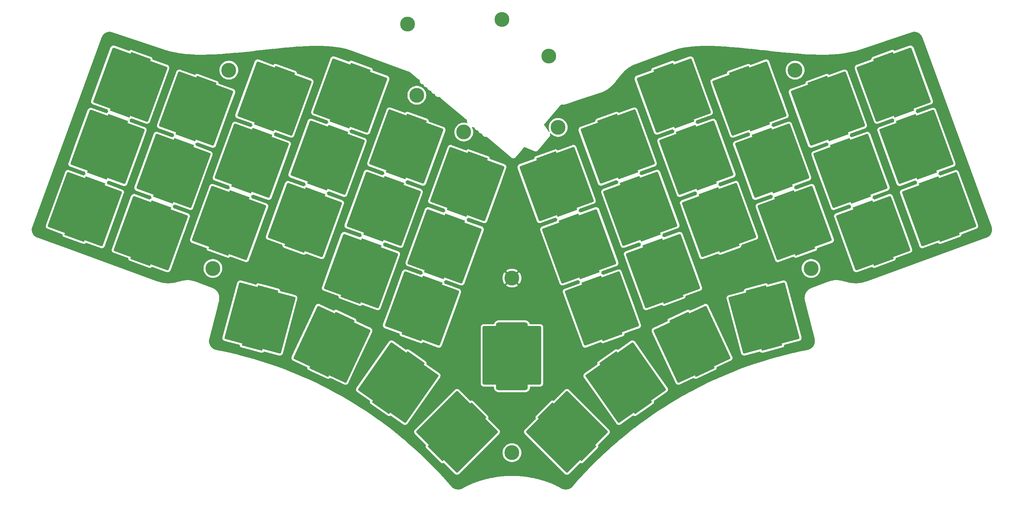
<source format=gtl>
G04 #@! TF.GenerationSoftware,KiCad,Pcbnew,(6.0.0)*
G04 #@! TF.CreationDate,2023-05-15T23:43:54+03:00*
G04 #@! TF.ProjectId,choctopus44-top-plate,63686f63-746f-4707-9573-34342d746f70,2.0*
G04 #@! TF.SameCoordinates,Original*
G04 #@! TF.FileFunction,Copper,L1,Top*
G04 #@! TF.FilePolarity,Positive*
%FSLAX46Y46*%
G04 Gerber Fmt 4.6, Leading zero omitted, Abs format (unit mm)*
G04 Created by KiCad (PCBNEW (6.0.0)) date 2023-05-15 23:43:54*
%MOMM*%
%LPD*%
G01*
G04 APERTURE LIST*
G04 Aperture macros list*
%AMRoundRect*
0 Rectangle with rounded corners*
0 $1 Rounding radius*
0 $2 $3 $4 $5 $6 $7 $8 $9 X,Y pos of 4 corners*
0 Add a 4 corners polygon primitive as box body*
4,1,4,$2,$3,$4,$5,$6,$7,$8,$9,$2,$3,0*
0 Add four circle primitives for the rounded corners*
1,1,$1+$1,$2,$3*
1,1,$1+$1,$4,$5*
1,1,$1+$1,$6,$7*
1,1,$1+$1,$8,$9*
0 Add four rect primitives between the rounded corners*
20,1,$1+$1,$2,$3,$4,$5,0*
20,1,$1+$1,$4,$5,$6,$7,0*
20,1,$1+$1,$6,$7,$8,$9,0*
20,1,$1+$1,$8,$9,$2,$3,0*%
G04 Aperture macros list end*
G04 #@! TA.AperFunction,SMDPad,CuDef*
%ADD10RoundRect,0.300000X-9.228332X-4.303242X4.303242X-9.228332X9.228332X4.303242X-4.303242X9.228332X0*%
G04 #@! TD*
G04 #@! TA.AperFunction,SMDPad,CuDef*
%ADD11RoundRect,0.108000X-5.134906X-6.529538X-0.263540X-8.302570X5.134906X6.529538X0.263540X8.302570X0*%
G04 #@! TD*
G04 #@! TA.AperFunction,SMDPad,CuDef*
%ADD12RoundRect,0.108000X-4.546280X-6.952228X0.461080X-8.293946X4.546280X6.952228X-0.461080X8.293946X0*%
G04 #@! TD*
G04 #@! TA.AperFunction,SMDPad,CuDef*
%ADD13RoundRect,0.300000X-8.818163X-5.091169X5.091169X-8.818163X8.818163X5.091169X-5.091169X8.818163X0*%
G04 #@! TD*
G04 #@! TA.AperFunction,ComponentPad*
%ADD14C,3.800000*%
G04 #@! TD*
G04 #@! TA.AperFunction,SMDPad,CuDef*
%ADD15RoundRect,0.300000X0.000000X-10.182338X10.182338X0.000000X0.000000X10.182338X-10.182338X0.000000X0*%
G04 #@! TD*
G04 #@! TA.AperFunction,SMDPad,CuDef*
%ADD16RoundRect,0.108000X3.747666X-7.413307X7.413307X-3.747666X-3.747666X7.413307X-7.413307X3.747666X0*%
G04 #@! TD*
G04 #@! TA.AperFunction,SMDPad,CuDef*
%ADD17RoundRect,0.300000X-4.303242X-9.228332X9.228332X-4.303242X4.303242X9.228332X-9.228332X4.303242X0*%
G04 #@! TD*
G04 #@! TA.AperFunction,SMDPad,CuDef*
%ADD18RoundRect,0.108000X0.263540X-8.302570X5.134906X-6.529538X-0.263540X8.302570X-5.134906X6.529538X0*%
G04 #@! TD*
G04 #@! TA.AperFunction,SMDPad,CuDef*
%ADD19RoundRect,0.300000X-9.568268X-3.482565X3.482565X-9.568268X9.568268X3.482565X-3.482565X9.568268X0*%
G04 #@! TD*
G04 #@! TA.AperFunction,SMDPad,CuDef*
%ADD20RoundRect,0.108000X-5.684453X-6.057155X-0.986154X-8.248008X5.684453X6.057155X0.986154X8.248008X0*%
G04 #@! TD*
G04 #@! TA.AperFunction,SMDPad,CuDef*
%ADD21RoundRect,0.108000X2.403423X-7.951458X6.649907X-4.978038X-2.403423X7.951458X-6.649907X4.978038X0*%
G04 #@! TD*
G04 #@! TA.AperFunction,SMDPad,CuDef*
%ADD22RoundRect,0.300000X-1.768144X-10.027645X10.027645X-1.768144X1.768144X10.027645X-10.027645X1.768144X0*%
G04 #@! TD*
G04 #@! TA.AperFunction,SMDPad,CuDef*
%ADD23RoundRect,0.300000X7.200000X-7.200000X7.200000X7.200000X-7.200000X7.200000X-7.200000X-7.200000X0*%
G04 #@! TD*
G04 #@! TA.AperFunction,SMDPad,CuDef*
%ADD24RoundRect,0.800000X3.300000X-7.950000X3.300000X7.950000X-3.300000X7.950000X-3.300000X-7.950000X0*%
G04 #@! TD*
G04 #@! TA.AperFunction,SMDPad,CuDef*
%ADD25RoundRect,0.108000X-0.461080X-8.293946X4.546280X-6.952228X0.461080X8.293946X-4.546280X6.952228X0*%
G04 #@! TD*
G04 #@! TA.AperFunction,SMDPad,CuDef*
%ADD26RoundRect,0.300000X-5.091169X-8.818163X8.818163X-5.091169X5.091169X8.818163X-8.818163X5.091169X0*%
G04 #@! TD*
G04 #@! TA.AperFunction,SMDPad,CuDef*
%ADD27RoundRect,0.300000X-10.027645X-1.768144X1.768144X-10.027645X10.027645X1.768144X-1.768144X10.027645X0*%
G04 #@! TD*
G04 #@! TA.AperFunction,SMDPad,CuDef*
%ADD28RoundRect,0.108000X-6.649907X-4.978038X-2.403423X-7.951458X6.649907X4.978038X2.403423X7.951458X0*%
G04 #@! TD*
G04 #@! TA.AperFunction,SMDPad,CuDef*
%ADD29RoundRect,0.300000X-10.182338X0.000000X0.000000X-10.182338X10.182338X0.000000X0.000000X10.182338X0*%
G04 #@! TD*
G04 #@! TA.AperFunction,SMDPad,CuDef*
%ADD30RoundRect,0.108000X-7.413307X-3.747666X-3.747666X-7.413307X7.413307X3.747666X3.747666X7.413307X0*%
G04 #@! TD*
G04 #@! TA.AperFunction,SMDPad,CuDef*
%ADD31RoundRect,0.108000X0.986154X-8.248008X5.684453X-6.057155X-0.986154X8.248008X-5.684453X6.057155X0*%
G04 #@! TD*
G04 #@! TA.AperFunction,SMDPad,CuDef*
%ADD32RoundRect,0.300000X-3.482565X-9.568268X9.568268X-3.482565X3.482565X9.568268X-9.568268X3.482565X0*%
G04 #@! TD*
G04 APERTURE END LIST*
D10*
X106763682Y-65017964D03*
D11*
X106763682Y-65017964D03*
D12*
X83596011Y-122133503D03*
D13*
X83596011Y-122133503D03*
D14*
X148260000Y-156700000D03*
D10*
X121152131Y-78114956D03*
D11*
X121152131Y-78114956D03*
D15*
X162356622Y-151356308D03*
D16*
X162356622Y-151356308D03*
D17*
X201384627Y-96967073D03*
D18*
X201384627Y-96967073D03*
D14*
X145676694Y-45483841D03*
D18*
X175368093Y-78115291D03*
D17*
X175368093Y-78115291D03*
D18*
X189755942Y-65017524D03*
D17*
X189755942Y-65017524D03*
X229295363Y-68394525D03*
D18*
X229295363Y-68394525D03*
D14*
X157726694Y-54933841D03*
X75620000Y-58500000D03*
D10*
X136805326Y-87736853D03*
D11*
X136805326Y-87736853D03*
X67224859Y-68394191D03*
D10*
X67224859Y-68394191D03*
D11*
X81509169Y-81777120D03*
D10*
X81509169Y-81777120D03*
D17*
X220825396Y-97752230D03*
D18*
X220825396Y-97752230D03*
D17*
X195570284Y-80992298D03*
D18*
X195570284Y-80992298D03*
D19*
X102057334Y-128865490D03*
D20*
X102057334Y-128865490D03*
D17*
X165529240Y-103711962D03*
D18*
X165529240Y-103711962D03*
D10*
X55596174Y-100343740D03*
D11*
X55596174Y-100343740D03*
X75694827Y-97751894D03*
D10*
X75694827Y-97751894D03*
D11*
X50309974Y-62238135D03*
D10*
X50309974Y-62238135D03*
D17*
X246207856Y-62231892D03*
D18*
X246207856Y-62231892D03*
D10*
X61410517Y-84368965D03*
D11*
X61410517Y-84368965D03*
D21*
X177428956Y-138709806D03*
D22*
X177428956Y-138709806D03*
D17*
X186996778Y-110064840D03*
D18*
X186996778Y-110064840D03*
D10*
X125176641Y-119686402D03*
D11*
X125176641Y-119686402D03*
D14*
X135900000Y-74400000D03*
X220900000Y-58500000D03*
X121476694Y-46683841D03*
D17*
X209196711Y-65802681D03*
D18*
X209196711Y-65802681D03*
D17*
X215011054Y-81777455D03*
D18*
X215011054Y-81777455D03*
D14*
X123850000Y-64950000D03*
D23*
X148260000Y-131700000D03*
D24*
X148260000Y-131950000D03*
D25*
X212926243Y-122133742D03*
D26*
X212926243Y-122133742D03*
D14*
X160100000Y-73200000D03*
D11*
X38681289Y-94187684D03*
D10*
X38681289Y-94187684D03*
D27*
X119083878Y-138708743D03*
D28*
X119083878Y-138708743D03*
D18*
X257836541Y-94181441D03*
D17*
X257836541Y-94181441D03*
X171343583Y-119686736D03*
D18*
X171343583Y-119686736D03*
D29*
X134162632Y-151355807D03*
D30*
X134162632Y-151355807D03*
D18*
X159714898Y-87737187D03*
D17*
X159714898Y-87737187D03*
D31*
X194461570Y-128866022D03*
D32*
X194461570Y-128866022D03*
D14*
X148260000Y-111880000D03*
D11*
X109523446Y-110064505D03*
D10*
X109523446Y-110064505D03*
D11*
X44495632Y-78212909D03*
D10*
X44495632Y-78212909D03*
D17*
X235109706Y-84369300D03*
D18*
X235109706Y-84369300D03*
D11*
X100949340Y-80992739D03*
D10*
X100949340Y-80992739D03*
D14*
X225000000Y-109400000D03*
D17*
X252022198Y-78206666D03*
D18*
X252022198Y-78206666D03*
D11*
X115337789Y-94089730D03*
D10*
X115337789Y-94089730D03*
X95134998Y-96967513D03*
D11*
X95134998Y-96967513D03*
D10*
X87323512Y-65802345D03*
D11*
X87323512Y-65802345D03*
D10*
X130990983Y-103711628D03*
D11*
X130990983Y-103711628D03*
D17*
X181182435Y-94090065D03*
D18*
X181182435Y-94090065D03*
D17*
X240924048Y-100344074D03*
D18*
X240924048Y-100344074D03*
D14*
X71520000Y-109400000D03*
G04 #@! TA.AperFunction,Conductor*
G36*
X45005155Y-48666628D02*
G01*
X45171856Y-48670362D01*
X45188272Y-48671808D01*
X45346743Y-48696293D01*
X45445670Y-48711578D01*
X45461753Y-48715153D01*
X45679547Y-48778768D01*
X45700825Y-48787619D01*
X45704167Y-48788884D01*
X45712023Y-48793218D01*
X45720779Y-48795173D01*
X45720783Y-48795174D01*
X45739068Y-48799255D01*
X45751429Y-48802014D01*
X45763954Y-48805498D01*
X59408076Y-53371464D01*
X59419885Y-53376090D01*
X59426694Y-53379161D01*
X59448450Y-53385166D01*
X59454908Y-53387136D01*
X59469131Y-53391896D01*
X59469139Y-53391898D01*
X59473379Y-53393317D01*
X59481505Y-53394802D01*
X59492373Y-53397289D01*
X60638757Y-53713693D01*
X60650028Y-53717383D01*
X60654460Y-53719069D01*
X60654463Y-53719070D01*
X60659009Y-53720799D01*
X60663763Y-53721807D01*
X60663776Y-53721811D01*
X60679001Y-53725039D01*
X60686388Y-53726840D01*
X60691171Y-53728160D01*
X60703117Y-53731457D01*
X60713477Y-53732781D01*
X60723624Y-53734502D01*
X61452218Y-53889011D01*
X61928512Y-53990016D01*
X61940902Y-53993310D01*
X61947702Y-53995494D01*
X61961794Y-53997715D01*
X61970299Y-53999056D01*
X61976821Y-54000260D01*
X61991814Y-54003440D01*
X61991818Y-54003441D01*
X61996196Y-54004369D01*
X62004110Y-54004898D01*
X62015323Y-54006154D01*
X63270626Y-54204033D01*
X63284012Y-54206896D01*
X63288765Y-54208186D01*
X63293601Y-54208723D01*
X63293606Y-54208724D01*
X63307551Y-54210272D01*
X63313665Y-54210951D01*
X63319377Y-54211718D01*
X63336665Y-54214444D01*
X63336676Y-54214445D01*
X63341104Y-54215143D01*
X63346821Y-54215223D01*
X63358950Y-54215980D01*
X64661117Y-54360601D01*
X64668702Y-54361887D01*
X64668704Y-54361875D01*
X64673510Y-54362592D01*
X64678258Y-54363681D01*
X64705202Y-54365596D01*
X64710169Y-54366048D01*
X64733930Y-54368687D01*
X64738412Y-54368545D01*
X64740304Y-54368620D01*
X64750586Y-54368822D01*
X65519699Y-54423486D01*
X66096035Y-54464449D01*
X66102626Y-54465317D01*
X66102641Y-54465184D01*
X66107480Y-54465738D01*
X66112256Y-54466662D01*
X66117112Y-54466840D01*
X66117119Y-54466841D01*
X66140938Y-54467715D01*
X66145245Y-54467947D01*
X66160480Y-54469029D01*
X66170805Y-54469763D01*
X66175279Y-54469444D01*
X66179755Y-54469443D01*
X66179755Y-54469498D01*
X66186419Y-54469384D01*
X67571915Y-54520222D01*
X67577919Y-54520586D01*
X67582028Y-54520934D01*
X67586831Y-54521717D01*
X67591692Y-54521752D01*
X67591695Y-54521752D01*
X67617055Y-54521933D01*
X67620776Y-54522015D01*
X67643383Y-54522845D01*
X67643389Y-54522845D01*
X67647863Y-54523009D01*
X67652317Y-54522537D01*
X67656806Y-54522382D01*
X67656811Y-54522539D01*
X67662539Y-54522258D01*
X68324533Y-54526991D01*
X69085878Y-54532434D01*
X69092410Y-54532651D01*
X69093206Y-54532698D01*
X69098032Y-54533360D01*
X69129573Y-54532787D01*
X69132717Y-54532769D01*
X69161218Y-54532973D01*
X69165647Y-54532371D01*
X69167977Y-54532222D01*
X69173739Y-54531985D01*
X70631918Y-54505492D01*
X70637546Y-54505547D01*
X70641878Y-54506046D01*
X70646734Y-54505853D01*
X70646736Y-54505853D01*
X70674609Y-54504745D01*
X70677325Y-54504667D01*
X70688155Y-54504470D01*
X70706949Y-54504129D01*
X70711234Y-54503436D01*
X70717070Y-54503058D01*
X71403287Y-54475785D01*
X72206265Y-54443872D01*
X72210663Y-54443828D01*
X72214361Y-54444186D01*
X72248139Y-54442229D01*
X72250341Y-54442121D01*
X72264666Y-54441551D01*
X72276628Y-54441076D01*
X72276632Y-54441076D01*
X72281099Y-54440898D01*
X72284737Y-54440229D01*
X72289295Y-54439843D01*
X72995795Y-54398894D01*
X73804880Y-54352000D01*
X73808340Y-54351907D01*
X73811443Y-54352160D01*
X73846232Y-54349616D01*
X73848004Y-54349499D01*
X73879677Y-54347664D01*
X73882708Y-54347049D01*
X73886250Y-54346690D01*
X75423843Y-54234256D01*
X75426518Y-54234147D01*
X75429060Y-54234323D01*
X75433903Y-54233909D01*
X75433911Y-54233909D01*
X75464643Y-54231282D01*
X75466181Y-54231160D01*
X75494187Y-54229112D01*
X75494189Y-54229112D01*
X75498656Y-54228785D01*
X75501137Y-54228243D01*
X75503839Y-54227932D01*
X77059118Y-54094994D01*
X77061115Y-54094891D01*
X77063120Y-54095010D01*
X77067951Y-54094550D01*
X77067957Y-54094550D01*
X77099459Y-54091551D01*
X77100667Y-54091442D01*
X77129505Y-54088977D01*
X77129508Y-54088976D01*
X77133983Y-54088594D01*
X77135947Y-54088139D01*
X77137953Y-54087886D01*
X77543966Y-54049233D01*
X78706592Y-53938551D01*
X78708010Y-53938466D01*
X78709511Y-53938545D01*
X78724174Y-53937043D01*
X78746582Y-53934748D01*
X78747478Y-53934659D01*
X78759442Y-53933520D01*
X78781571Y-53931413D01*
X78783029Y-53931060D01*
X78784461Y-53930867D01*
X79478823Y-53859737D01*
X80362190Y-53769245D01*
X80363083Y-53769186D01*
X80364097Y-53769235D01*
X80366870Y-53768937D01*
X80366877Y-53768937D01*
X80382197Y-53767293D01*
X80402094Y-53765158D01*
X80402497Y-53765116D01*
X80423074Y-53763008D01*
X80434550Y-53761833D01*
X80434552Y-53761833D01*
X80437312Y-53761550D01*
X80438294Y-53761305D01*
X80439199Y-53761177D01*
X82021740Y-53591391D01*
X82022195Y-53591359D01*
X82022723Y-53591383D01*
X82036268Y-53589896D01*
X82061342Y-53587143D01*
X82061650Y-53587109D01*
X82066782Y-53586558D01*
X82097076Y-53583308D01*
X82097583Y-53583179D01*
X82098035Y-53583114D01*
X83681133Y-53409282D01*
X83681169Y-53409279D01*
X83681213Y-53409281D01*
X83681346Y-53409266D01*
X83681351Y-53409266D01*
X83721092Y-53404894D01*
X83721117Y-53404891D01*
X83756580Y-53400997D01*
X83756582Y-53400997D01*
X83756707Y-53400983D01*
X83756748Y-53400973D01*
X83756786Y-53400967D01*
X85374811Y-53222960D01*
X85375072Y-53222931D01*
X85419185Y-53218171D01*
X87021519Y-53045270D01*
X87021643Y-53045257D01*
X88261758Y-52916993D01*
X88654506Y-52876372D01*
X88655366Y-52876286D01*
X90270705Y-52720402D01*
X90271888Y-52720293D01*
X91865804Y-52581628D01*
X91867333Y-52581504D01*
X92110571Y-52563325D01*
X93435352Y-52464314D01*
X93437181Y-52464192D01*
X94281869Y-52413933D01*
X94974853Y-52372701D01*
X94977177Y-52372585D01*
X95758796Y-52340548D01*
X96480044Y-52310986D01*
X96482781Y-52310904D01*
X97946584Y-52283340D01*
X97949851Y-52283321D01*
X98527106Y-52287621D01*
X99369969Y-52293900D01*
X99373870Y-52293990D01*
X100745672Y-52346726D01*
X100750246Y-52346985D01*
X102069225Y-52445808D01*
X102074560Y-52446322D01*
X103336005Y-52595005D01*
X103342199Y-52595892D01*
X104080223Y-52720292D01*
X104513439Y-52793314D01*
X104541429Y-52798032D01*
X104548573Y-52799450D01*
X105681004Y-53058415D01*
X105689146Y-53060567D01*
X106755984Y-53381153D01*
X106762963Y-53383475D01*
X121707693Y-58849323D01*
X121739301Y-58860997D01*
X121796181Y-58882127D01*
X121796882Y-58882390D01*
X121843777Y-58900159D01*
X121845261Y-58900732D01*
X121880526Y-58914606D01*
X121883617Y-58915869D01*
X121923368Y-58932749D01*
X121928896Y-58935257D01*
X121951891Y-58946369D01*
X121958838Y-58949997D01*
X121974996Y-58959087D01*
X121981899Y-58963268D01*
X122001719Y-58976159D01*
X122007283Y-58979994D01*
X122040013Y-59003873D01*
X122043252Y-59006317D01*
X122071086Y-59028031D01*
X122072743Y-59029346D01*
X122110253Y-59059673D01*
X122111284Y-59060517D01*
X122156880Y-59098234D01*
X122157195Y-59098496D01*
X122183176Y-59120265D01*
X122211208Y-59143753D01*
X122211462Y-59143966D01*
X122244295Y-59171624D01*
X122244743Y-59172031D01*
X122245203Y-59172556D01*
X122274882Y-59197392D01*
X122302173Y-59220382D01*
X122302767Y-59220753D01*
X122303240Y-59221122D01*
X124014357Y-60652999D01*
X124032328Y-60671476D01*
X124037130Y-60677549D01*
X124040699Y-60680856D01*
X124042756Y-60682763D01*
X124042762Y-60682768D01*
X124046328Y-60686072D01*
X124055705Y-60692389D01*
X124062955Y-60697659D01*
X124197403Y-60802891D01*
X124226746Y-60825858D01*
X124424498Y-60939642D01*
X124428650Y-60941301D01*
X124428654Y-60941303D01*
X124524269Y-60979508D01*
X124580105Y-61023358D01*
X124603370Y-61090435D01*
X124600764Y-61122709D01*
X124594514Y-61152114D01*
X124594514Y-61341764D01*
X124595886Y-61348217D01*
X124595886Y-61348221D01*
X124602248Y-61378151D01*
X124633944Y-61527270D01*
X124636628Y-61533299D01*
X124636629Y-61533301D01*
X124708306Y-61694288D01*
X124711082Y-61700524D01*
X124714962Y-61705865D01*
X124714963Y-61705866D01*
X124814187Y-61842436D01*
X124822555Y-61853954D01*
X124827465Y-61858375D01*
X124827466Y-61858376D01*
X124944231Y-61963511D01*
X124963493Y-61980855D01*
X125127735Y-62075680D01*
X125134021Y-62077722D01*
X125134020Y-62077722D01*
X125301824Y-62132245D01*
X125301825Y-62132245D01*
X125308103Y-62134285D01*
X125314666Y-62134975D01*
X125314667Y-62134975D01*
X125320376Y-62135575D01*
X125449428Y-62149139D01*
X125463452Y-62149139D01*
X125531573Y-62169141D01*
X125578066Y-62222797D01*
X125586699Y-62248943D01*
X125604665Y-62333465D01*
X125606821Y-62343610D01*
X125609505Y-62349639D01*
X125609506Y-62349641D01*
X125641141Y-62420693D01*
X125683959Y-62516864D01*
X125687839Y-62522205D01*
X125687840Y-62522206D01*
X125786087Y-62657431D01*
X125795432Y-62670294D01*
X125800342Y-62674715D01*
X125800343Y-62674716D01*
X125910341Y-62773758D01*
X125936370Y-62797195D01*
X125959682Y-62810654D01*
X126074720Y-62877071D01*
X126100612Y-62892020D01*
X126106898Y-62894062D01*
X126106897Y-62894062D01*
X126274701Y-62948585D01*
X126274702Y-62948585D01*
X126280980Y-62950625D01*
X126287543Y-62951315D01*
X126287544Y-62951315D01*
X126310978Y-62953778D01*
X126422305Y-62965479D01*
X126436328Y-62965479D01*
X126504449Y-62985481D01*
X126550942Y-63039137D01*
X126559575Y-63065283D01*
X126567296Y-63101606D01*
X126579697Y-63159951D01*
X126582381Y-63165980D01*
X126582382Y-63165982D01*
X126653375Y-63325433D01*
X126656835Y-63333205D01*
X126660715Y-63338546D01*
X126660716Y-63338547D01*
X126750585Y-63462241D01*
X126768308Y-63486635D01*
X126773218Y-63491056D01*
X126773219Y-63491057D01*
X126886009Y-63592613D01*
X126909246Y-63613536D01*
X126929023Y-63624954D01*
X127064849Y-63703373D01*
X127073488Y-63708361D01*
X127118681Y-63723045D01*
X127247577Y-63764926D01*
X127247578Y-63764926D01*
X127253856Y-63766966D01*
X127260419Y-63767656D01*
X127260420Y-63767656D01*
X127283854Y-63770119D01*
X127395181Y-63781820D01*
X127409204Y-63781820D01*
X127477325Y-63801822D01*
X127523818Y-63855478D01*
X127532451Y-63881624D01*
X127539114Y-63912969D01*
X127552573Y-63976291D01*
X127555257Y-63982320D01*
X127555258Y-63982322D01*
X127607416Y-64099469D01*
X127629711Y-64149545D01*
X127633591Y-64154886D01*
X127633592Y-64154887D01*
X127727710Y-64284429D01*
X127741184Y-64302975D01*
X127746094Y-64307396D01*
X127746095Y-64307397D01*
X127839416Y-64391423D01*
X127882122Y-64429876D01*
X128046364Y-64524701D01*
X128052650Y-64526743D01*
X128052649Y-64526743D01*
X128220453Y-64581266D01*
X128220454Y-64581266D01*
X128226732Y-64583306D01*
X128233295Y-64583996D01*
X128233296Y-64583996D01*
X128256730Y-64586459D01*
X128368057Y-64598160D01*
X128382081Y-64598160D01*
X128450202Y-64618162D01*
X128496695Y-64671818D01*
X128505328Y-64697964D01*
X128525450Y-64792631D01*
X128528134Y-64798660D01*
X128528135Y-64798662D01*
X128597278Y-64953958D01*
X128602588Y-64965885D01*
X128606468Y-64971226D01*
X128606469Y-64971227D01*
X128643757Y-65022549D01*
X128714061Y-65119315D01*
X128854999Y-65246216D01*
X129019241Y-65341041D01*
X129025527Y-65343083D01*
X129025526Y-65343083D01*
X129193330Y-65397606D01*
X129193331Y-65397606D01*
X129199609Y-65399646D01*
X129206172Y-65400336D01*
X129206173Y-65400336D01*
X129229607Y-65402799D01*
X129340934Y-65414500D01*
X129435506Y-65414500D01*
X129546833Y-65402799D01*
X129570267Y-65400336D01*
X129570268Y-65400336D01*
X129576831Y-65399646D01*
X129645673Y-65377278D01*
X129716639Y-65375250D01*
X129777437Y-65411913D01*
X129787613Y-65424545D01*
X129915831Y-65606551D01*
X129918888Y-65609796D01*
X129918892Y-65609800D01*
X130046343Y-65745054D01*
X130054179Y-65754211D01*
X130062413Y-65764820D01*
X130071534Y-65773426D01*
X130075546Y-65776182D01*
X130075550Y-65776185D01*
X130106295Y-65797303D01*
X130116085Y-65804757D01*
X136114065Y-70852516D01*
X136131769Y-70870769D01*
X136137130Y-70877549D01*
X136140696Y-70880853D01*
X136142756Y-70882763D01*
X136142762Y-70882768D01*
X136146328Y-70886072D01*
X136155705Y-70892389D01*
X136162955Y-70897659D01*
X136259138Y-70972941D01*
X136326746Y-71025858D01*
X136524498Y-71139642D01*
X136528650Y-71141301D01*
X136528654Y-71141303D01*
X136624269Y-71179508D01*
X136680105Y-71223358D01*
X136703370Y-71290435D01*
X136700764Y-71322709D01*
X136694514Y-71352114D01*
X136694514Y-71541764D01*
X136695886Y-71548217D01*
X136695886Y-71548221D01*
X136705222Y-71592143D01*
X136733944Y-71727270D01*
X136736628Y-71733299D01*
X136736629Y-71733301D01*
X136801335Y-71878631D01*
X136811082Y-71900524D01*
X136814964Y-71905867D01*
X136831331Y-71928394D01*
X136855190Y-71995261D01*
X136839111Y-72064413D01*
X136788197Y-72113894D01*
X136718615Y-72127994D01*
X136683013Y-72119608D01*
X136649415Y-72106306D01*
X136649409Y-72106304D01*
X136645739Y-72104851D01*
X136352200Y-72029484D01*
X136051530Y-71991500D01*
X135748470Y-71991500D01*
X135447800Y-72029484D01*
X135154261Y-72104851D01*
X135150592Y-72106304D01*
X135150591Y-72106304D01*
X134876157Y-72214960D01*
X134876152Y-72214962D01*
X134872483Y-72216415D01*
X134869015Y-72218321D01*
X134869014Y-72218322D01*
X134623552Y-72353267D01*
X134606910Y-72362416D01*
X134361729Y-72540550D01*
X134358843Y-72543261D01*
X134358842Y-72543261D01*
X134347652Y-72553769D01*
X134140808Y-72748008D01*
X134009379Y-72906878D01*
X133961081Y-72965261D01*
X133947630Y-72981520D01*
X133883448Y-73082654D01*
X133818449Y-73185077D01*
X133785242Y-73237402D01*
X133741521Y-73330314D01*
X133658681Y-73506360D01*
X133656206Y-73511619D01*
X133654980Y-73515391D01*
X133654980Y-73515392D01*
X133642580Y-73553555D01*
X133562555Y-73799846D01*
X133505767Y-74097538D01*
X133486738Y-74400000D01*
X133486987Y-74403958D01*
X133487519Y-74412406D01*
X133505767Y-74702462D01*
X133562555Y-75000154D01*
X133601887Y-75121205D01*
X133649529Y-75267830D01*
X133656206Y-75288381D01*
X133657893Y-75291967D01*
X133657895Y-75291971D01*
X133704454Y-75390913D01*
X133785242Y-75562598D01*
X133947630Y-75818480D01*
X133950149Y-75821525D01*
X133950152Y-75821529D01*
X133953783Y-75825918D01*
X134140808Y-76051992D01*
X134361729Y-76259450D01*
X134606910Y-76437584D01*
X134610379Y-76439491D01*
X134610382Y-76439493D01*
X134869014Y-76581678D01*
X134872483Y-76583585D01*
X134876152Y-76585038D01*
X134876157Y-76585040D01*
X135142693Y-76690569D01*
X135154261Y-76695149D01*
X135447800Y-76770516D01*
X135748470Y-76808500D01*
X136051530Y-76808500D01*
X136352200Y-76770516D01*
X136645739Y-76695149D01*
X136657307Y-76690569D01*
X136923843Y-76585040D01*
X136923848Y-76585038D01*
X136927517Y-76583585D01*
X136930986Y-76581678D01*
X137189618Y-76439493D01*
X137189621Y-76439491D01*
X137193090Y-76437584D01*
X137438271Y-76259450D01*
X137659192Y-76051992D01*
X137846217Y-75825918D01*
X137849848Y-75821529D01*
X137849851Y-75821525D01*
X137852370Y-75818480D01*
X138014758Y-75562598D01*
X138095546Y-75390913D01*
X138142105Y-75291971D01*
X138142107Y-75291967D01*
X138143794Y-75288381D01*
X138150472Y-75267830D01*
X138198113Y-75121205D01*
X138237445Y-75000154D01*
X138294233Y-74702462D01*
X138312481Y-74412406D01*
X138313013Y-74403958D01*
X138313262Y-74400000D01*
X138294233Y-74097538D01*
X138237445Y-73799846D01*
X138157420Y-73553555D01*
X138145020Y-73515392D01*
X138145020Y-73515391D01*
X138143794Y-73511619D01*
X138141320Y-73506360D01*
X138022691Y-73254260D01*
X138011785Y-73184106D01*
X138040538Y-73119192D01*
X138099822Y-73080129D01*
X138170814Y-73079318D01*
X138188527Y-73086783D01*
X138188861Y-73086032D01*
X138194889Y-73088716D01*
X138200612Y-73092020D01*
X138206898Y-73094062D01*
X138206897Y-73094062D01*
X138374701Y-73148585D01*
X138374702Y-73148585D01*
X138380980Y-73150625D01*
X138387543Y-73151315D01*
X138387544Y-73151315D01*
X138410978Y-73153778D01*
X138522305Y-73165479D01*
X138536328Y-73165479D01*
X138604449Y-73185481D01*
X138650942Y-73239137D01*
X138659575Y-73265283D01*
X138673398Y-73330314D01*
X138679697Y-73359951D01*
X138682381Y-73365980D01*
X138682382Y-73365982D01*
X138727744Y-73467865D01*
X138756835Y-73533205D01*
X138760715Y-73538546D01*
X138760716Y-73538547D01*
X138857087Y-73671190D01*
X138868308Y-73686635D01*
X138873218Y-73691056D01*
X138873219Y-73691057D01*
X138935896Y-73747491D01*
X139009246Y-73813536D01*
X139071136Y-73849268D01*
X139130530Y-73883559D01*
X139173488Y-73908361D01*
X139248707Y-73932801D01*
X139347577Y-73964926D01*
X139347578Y-73964926D01*
X139353856Y-73966966D01*
X139360419Y-73967656D01*
X139360420Y-73967656D01*
X139383854Y-73970119D01*
X139495181Y-73981820D01*
X139509204Y-73981820D01*
X139577325Y-74001822D01*
X139623818Y-74055478D01*
X139632451Y-74081624D01*
X139649953Y-74163963D01*
X139652573Y-74176291D01*
X139655257Y-74182320D01*
X139655258Y-74182322D01*
X139724974Y-74338905D01*
X139729711Y-74349545D01*
X139733591Y-74354886D01*
X139733592Y-74354887D01*
X139834719Y-74494076D01*
X139841184Y-74502975D01*
X139846094Y-74507396D01*
X139846095Y-74507397D01*
X139965752Y-74615136D01*
X139982122Y-74629876D01*
X140146364Y-74724701D01*
X140221583Y-74749141D01*
X140320453Y-74781266D01*
X140320454Y-74781266D01*
X140326732Y-74783306D01*
X140333295Y-74783996D01*
X140333296Y-74783996D01*
X140356730Y-74786459D01*
X140468057Y-74798160D01*
X140482081Y-74798160D01*
X140550202Y-74818162D01*
X140596695Y-74871818D01*
X140605328Y-74897964D01*
X140609646Y-74918276D01*
X140625450Y-74992631D01*
X140628134Y-74998660D01*
X140628135Y-74998662D01*
X140676029Y-75106232D01*
X140702588Y-75165885D01*
X140706468Y-75171226D01*
X140706469Y-75171227D01*
X140788828Y-75284584D01*
X140814061Y-75319315D01*
X140818971Y-75323736D01*
X140818972Y-75323737D01*
X140944272Y-75436557D01*
X140954999Y-75446216D01*
X141001879Y-75473282D01*
X141113205Y-75537556D01*
X141119241Y-75541041D01*
X141137901Y-75547104D01*
X141293330Y-75597606D01*
X141293331Y-75597606D01*
X141299609Y-75599646D01*
X141306172Y-75600336D01*
X141306173Y-75600336D01*
X141329607Y-75602799D01*
X141440934Y-75614500D01*
X141535506Y-75614500D01*
X141646833Y-75602799D01*
X141670267Y-75600336D01*
X141670268Y-75600336D01*
X141676831Y-75599646D01*
X141686071Y-75596644D01*
X141727105Y-75583311D01*
X141745673Y-75577278D01*
X141816639Y-75575250D01*
X141877437Y-75611913D01*
X141887613Y-75624545D01*
X142015831Y-75806551D01*
X142018888Y-75809796D01*
X142018892Y-75809800D01*
X142146343Y-75945054D01*
X142154179Y-75954211D01*
X142162413Y-75964820D01*
X142171534Y-75973426D01*
X142175543Y-75976179D01*
X142175552Y-75976187D01*
X142206214Y-75997248D01*
X142216037Y-76004729D01*
X148069274Y-80933890D01*
X148081151Y-80945299D01*
X148102414Y-80968585D01*
X148112194Y-80976433D01*
X148116409Y-80978857D01*
X148116414Y-80978860D01*
X148137062Y-80990733D01*
X148141809Y-80993603D01*
X148179207Y-81017356D01*
X148244842Y-81059044D01*
X148390437Y-81115414D01*
X148396537Y-81116480D01*
X148396542Y-81116481D01*
X148477376Y-81130601D01*
X148544234Y-81142281D01*
X148638152Y-81140073D01*
X148694121Y-81138757D01*
X148694124Y-81138757D01*
X148700318Y-81138611D01*
X148706363Y-81137259D01*
X148706366Y-81137259D01*
X148846640Y-81105895D01*
X148846641Y-81105895D01*
X148852682Y-81104544D01*
X148858341Y-81102041D01*
X148858344Y-81102040D01*
X148906429Y-81080772D01*
X148995466Y-81041391D01*
X149123176Y-80951583D01*
X149190963Y-80880470D01*
X149191004Y-80880509D01*
X149191105Y-80880346D01*
X149192114Y-80879459D01*
X149193441Y-80877869D01*
X149197082Y-80874050D01*
X149198348Y-80872824D01*
X149199527Y-80871746D01*
X149199689Y-80871667D01*
X149200776Y-80870602D01*
X149201004Y-80870394D01*
X149224156Y-80849216D01*
X149227199Y-80845417D01*
X149227203Y-80845413D01*
X149228948Y-80843234D01*
X149231996Y-80839429D01*
X149234417Y-80835211D01*
X149234424Y-80835200D01*
X149240674Y-80824308D01*
X149253246Y-80806258D01*
X150399938Y-79433176D01*
X151370532Y-78270960D01*
X151429549Y-78231495D01*
X151500534Y-78230203D01*
X151516159Y-78235609D01*
X153951371Y-79261734D01*
X153973383Y-79273716D01*
X153981294Y-79279106D01*
X153992620Y-79284488D01*
X153997285Y-79285876D01*
X153997288Y-79285877D01*
X154024266Y-79293904D01*
X154029821Y-79295698D01*
X154040473Y-79299412D01*
X154042297Y-79300048D01*
X154043581Y-79300589D01*
X154044537Y-79300840D01*
X154044645Y-79300916D01*
X154044660Y-79300872D01*
X154135088Y-79332407D01*
X154141068Y-79333273D01*
X154277697Y-79353060D01*
X154277700Y-79353060D01*
X154283679Y-79353926D01*
X154382210Y-79349202D01*
X154427604Y-79347026D01*
X154427606Y-79347026D01*
X154433648Y-79346736D01*
X154439520Y-79345301D01*
X154439522Y-79345301D01*
X154500440Y-79330417D01*
X154579499Y-79311101D01*
X154584985Y-79308576D01*
X154584988Y-79308575D01*
X154710393Y-79250856D01*
X154710396Y-79250854D01*
X154715887Y-79248327D01*
X154837814Y-79160713D01*
X154841960Y-79156316D01*
X154841963Y-79156313D01*
X154898158Y-79096710D01*
X154898455Y-79096990D01*
X154899166Y-79095833D01*
X154899842Y-79095244D01*
X154902355Y-79092259D01*
X154904225Y-79090276D01*
X154904429Y-79090162D01*
X154909382Y-79085266D01*
X154930743Y-79065605D01*
X154930749Y-79065599D01*
X154934324Y-79062308D01*
X154942134Y-79052497D01*
X154944539Y-79048275D01*
X154944543Y-79048270D01*
X154949634Y-79039335D01*
X154962724Y-79020560D01*
X157845526Y-75596644D01*
X157858555Y-75583311D01*
X157874397Y-75569335D01*
X157874400Y-75569332D01*
X157878050Y-75566112D01*
X157886065Y-75556469D01*
X157888557Y-75552302D01*
X157888565Y-75552291D01*
X157906352Y-75522551D01*
X157909811Y-75517090D01*
X157957051Y-75446586D01*
X157957057Y-75446575D01*
X157960243Y-75441820D01*
X157987521Y-75378797D01*
X158012121Y-75321962D01*
X158012122Y-75321960D01*
X158014397Y-75316703D01*
X158030315Y-75247674D01*
X158043744Y-75189436D01*
X158043744Y-75189434D01*
X158045031Y-75183854D01*
X158051135Y-75047657D01*
X158038035Y-74952675D01*
X158033291Y-74918276D01*
X158033291Y-74918274D01*
X158032508Y-74912600D01*
X158030714Y-74907167D01*
X158030713Y-74907162D01*
X158011489Y-74848940D01*
X158004223Y-74826934D01*
X158001859Y-74755978D01*
X158038232Y-74695007D01*
X158101794Y-74663379D01*
X158172366Y-74671137D01*
X158220954Y-74707113D01*
X158340808Y-74851992D01*
X158413160Y-74919935D01*
X158542654Y-75041537D01*
X158561729Y-75059450D01*
X158564931Y-75061777D01*
X158564933Y-75061778D01*
X158569936Y-75065413D01*
X158806910Y-75237584D01*
X158810379Y-75239491D01*
X158810382Y-75239493D01*
X159063774Y-75378797D01*
X159072483Y-75383585D01*
X159076152Y-75385038D01*
X159076157Y-75385040D01*
X159299031Y-75473282D01*
X159354261Y-75495149D01*
X159647800Y-75570516D01*
X159948470Y-75608500D01*
X160251530Y-75608500D01*
X160552200Y-75570516D01*
X160845739Y-75495149D01*
X160900969Y-75473282D01*
X161123843Y-75385040D01*
X161123848Y-75385038D01*
X161127517Y-75383585D01*
X161136226Y-75378797D01*
X161389618Y-75239493D01*
X161389621Y-75239491D01*
X161393090Y-75237584D01*
X161630064Y-75065413D01*
X161635067Y-75061778D01*
X161635069Y-75061777D01*
X161638271Y-75059450D01*
X161657347Y-75041537D01*
X161786840Y-74919935D01*
X161859192Y-74851992D01*
X162016106Y-74662316D01*
X162049848Y-74621529D01*
X162049851Y-74621525D01*
X162052370Y-74618480D01*
X162214758Y-74362598D01*
X162329339Y-74119100D01*
X162342105Y-74091971D01*
X162342107Y-74091967D01*
X162343794Y-74088381D01*
X162345990Y-74081624D01*
X162410345Y-73883559D01*
X162430812Y-73820569D01*
X165326190Y-73820569D01*
X165327048Y-73827557D01*
X165327048Y-73827559D01*
X165347604Y-73994976D01*
X165348295Y-74000603D01*
X165349673Y-74005195D01*
X166796640Y-77980704D01*
X170327117Y-87680611D01*
X170335456Y-87703523D01*
X170337353Y-87707927D01*
X170436143Y-87860050D01*
X170441194Y-87864962D01*
X170441195Y-87864963D01*
X170462755Y-87885929D01*
X170566181Y-87986506D01*
X170572200Y-87990180D01*
X170714982Y-88077335D01*
X170714986Y-88077337D01*
X170721002Y-88081009D01*
X170727678Y-88083256D01*
X170727683Y-88083258D01*
X170806315Y-88109720D01*
X170892914Y-88138864D01*
X171073371Y-88157194D01*
X171080359Y-88156336D01*
X171080361Y-88156336D01*
X171248113Y-88135739D01*
X171248116Y-88135738D01*
X171253405Y-88135089D01*
X171257997Y-88133711D01*
X175011111Y-86767690D01*
X175081963Y-86763187D01*
X175144003Y-86797705D01*
X175155881Y-86811674D01*
X175180139Y-86844818D01*
X175300504Y-86943685D01*
X175441674Y-87009514D01*
X175449465Y-87010972D01*
X175449471Y-87010974D01*
X175458174Y-87012603D01*
X175521452Y-87044795D01*
X175557281Y-87106088D01*
X175554284Y-87177022D01*
X175532360Y-87216426D01*
X175521705Y-87229398D01*
X175455876Y-87370568D01*
X175427222Y-87523674D01*
X175427747Y-87531579D01*
X175427747Y-87531581D01*
X175429944Y-87564655D01*
X175414501Y-87633952D01*
X175364044Y-87683899D01*
X175347316Y-87691407D01*
X171595922Y-89056802D01*
X171595912Y-89056806D01*
X171594203Y-89057428D01*
X171589799Y-89059325D01*
X171437676Y-89158115D01*
X171432764Y-89163166D01*
X171432763Y-89163167D01*
X171424940Y-89171212D01*
X171311220Y-89288153D01*
X171307546Y-89294172D01*
X171220391Y-89436954D01*
X171220389Y-89436958D01*
X171216717Y-89442974D01*
X171214470Y-89449650D01*
X171214468Y-89449655D01*
X171188006Y-89528287D01*
X171158862Y-89614886D01*
X171140532Y-89795343D01*
X171141390Y-89802331D01*
X171141390Y-89802333D01*
X171161946Y-89969750D01*
X171162637Y-89975377D01*
X171164015Y-89979969D01*
X172610982Y-93955478D01*
X176145389Y-103666182D01*
X176149798Y-103678297D01*
X176151695Y-103682701D01*
X176250485Y-103834824D01*
X176380523Y-103961280D01*
X176386542Y-103964954D01*
X176529324Y-104052109D01*
X176529328Y-104052111D01*
X176535344Y-104055783D01*
X176542020Y-104058030D01*
X176542025Y-104058032D01*
X176620657Y-104084494D01*
X176707256Y-104113638D01*
X176887713Y-104131968D01*
X176894701Y-104131110D01*
X176894703Y-104131110D01*
X177062455Y-104110513D01*
X177062458Y-104110512D01*
X177067747Y-104109863D01*
X177072339Y-104108485D01*
X180825453Y-102742464D01*
X180896305Y-102737961D01*
X180958345Y-102772479D01*
X180970223Y-102786448D01*
X180994481Y-102819592D01*
X181114846Y-102918459D01*
X181256016Y-102984288D01*
X181263803Y-102985745D01*
X181263808Y-102985747D01*
X181272515Y-102987376D01*
X181335794Y-103019567D01*
X181371624Y-103080860D01*
X181368629Y-103151793D01*
X181346706Y-103191198D01*
X181336048Y-103204173D01*
X181270219Y-103345343D01*
X181241565Y-103498449D01*
X181242090Y-103506354D01*
X181242090Y-103506356D01*
X181244287Y-103539430D01*
X181228844Y-103608727D01*
X181178387Y-103658674D01*
X181161659Y-103666182D01*
X177410265Y-105031577D01*
X177410255Y-105031581D01*
X177408546Y-105032203D01*
X177404142Y-105034100D01*
X177252019Y-105132890D01*
X177247107Y-105137941D01*
X177247106Y-105137942D01*
X177239284Y-105145986D01*
X177125563Y-105262928D01*
X177121889Y-105268947D01*
X177034734Y-105411729D01*
X177034732Y-105411733D01*
X177031060Y-105417749D01*
X177028813Y-105424425D01*
X177028811Y-105424430D01*
X177002349Y-105503062D01*
X176973205Y-105589661D01*
X176954875Y-105770118D01*
X176955733Y-105777106D01*
X176955733Y-105777108D01*
X176968321Y-105879627D01*
X176976980Y-105950152D01*
X176978358Y-105954744D01*
X178383444Y-109815187D01*
X181721972Y-118987717D01*
X181964141Y-119653072D01*
X181966038Y-119657476D01*
X182064828Y-119809599D01*
X182194866Y-119936055D01*
X182200885Y-119939729D01*
X182343667Y-120026884D01*
X182343671Y-120026886D01*
X182349687Y-120030558D01*
X182356363Y-120032805D01*
X182356368Y-120032807D01*
X182435000Y-120059269D01*
X182521599Y-120088413D01*
X182702056Y-120106743D01*
X182709044Y-120105885D01*
X182709046Y-120105885D01*
X182876798Y-120085288D01*
X182876801Y-120085287D01*
X182882090Y-120084638D01*
X182886682Y-120083260D01*
X186639796Y-118717239D01*
X186710648Y-118712736D01*
X186772688Y-118747254D01*
X186784566Y-118761223D01*
X186808824Y-118794367D01*
X186929189Y-118893234D01*
X187070359Y-118959063D01*
X187223465Y-118987717D01*
X187231371Y-118987192D01*
X187231372Y-118987192D01*
X187372464Y-118977821D01*
X187372468Y-118977820D01*
X187378887Y-118977394D01*
X187412664Y-118968026D01*
X187433284Y-118960521D01*
X192398728Y-117153248D01*
X192398733Y-117153246D01*
X192401049Y-117152403D01*
X192411810Y-117147499D01*
X192427091Y-117140535D01*
X192427092Y-117140534D01*
X192432945Y-117137867D01*
X192558641Y-117045872D01*
X192612622Y-116980153D01*
X203296862Y-116980153D01*
X203303192Y-117161428D01*
X203304164Y-117166124D01*
X207077088Y-131246865D01*
X207078593Y-131251417D01*
X207081099Y-131256129D01*
X207081101Y-131256135D01*
X207160312Y-131405108D01*
X207163749Y-131411572D01*
X207168355Y-131416908D01*
X207277665Y-131543546D01*
X207277669Y-131543550D01*
X207282270Y-131548880D01*
X207287936Y-131553058D01*
X207287939Y-131553060D01*
X207422597Y-131652338D01*
X207422600Y-131652340D01*
X207428266Y-131656517D01*
X207434718Y-131659336D01*
X207434720Y-131659337D01*
X207588025Y-131726315D01*
X207588030Y-131726316D01*
X207594481Y-131729135D01*
X207772654Y-131763123D01*
X207779700Y-131762877D01*
X207817328Y-131761563D01*
X207953929Y-131756793D01*
X207958625Y-131755821D01*
X211107821Y-130911996D01*
X211816513Y-130722103D01*
X211887489Y-130723793D01*
X211946285Y-130763587D01*
X211956899Y-130778537D01*
X211978176Y-130813669D01*
X212089465Y-130922651D01*
X212096327Y-130926613D01*
X212096330Y-130926615D01*
X212097510Y-130927296D01*
X212224361Y-131000533D01*
X212374387Y-131042422D01*
X212530118Y-131045684D01*
X212549007Y-131042183D01*
X212562168Y-131039744D01*
X212562177Y-131039742D01*
X212564583Y-131039296D01*
X212701296Y-131002664D01*
X215573766Y-130232988D01*
X217692227Y-129665348D01*
X217703495Y-129661358D01*
X217719199Y-129655797D01*
X217719203Y-129655795D01*
X217725269Y-129653647D01*
X217835992Y-129586591D01*
X217851723Y-129577064D01*
X217851724Y-129577063D01*
X217858504Y-129572957D01*
X217869601Y-129561625D01*
X217961940Y-129467331D01*
X217961942Y-129467329D01*
X217967486Y-129461667D01*
X217971448Y-129454805D01*
X217971450Y-129454802D01*
X218041405Y-129333635D01*
X218045368Y-129326771D01*
X218087257Y-129176746D01*
X218088117Y-129135684D01*
X218109541Y-129067997D01*
X218164158Y-129022637D01*
X218181478Y-129016615D01*
X221431680Y-128145726D01*
X222039366Y-127982897D01*
X222043918Y-127981392D01*
X222048630Y-127978886D01*
X222048636Y-127978884D01*
X222197848Y-127899546D01*
X222197849Y-127899546D01*
X222204073Y-127896236D01*
X222234954Y-127869580D01*
X222336047Y-127782320D01*
X222336051Y-127782316D01*
X222341381Y-127777715D01*
X222345737Y-127771807D01*
X222444839Y-127637388D01*
X222444841Y-127637385D01*
X222449018Y-127631719D01*
X222451942Y-127625026D01*
X222518816Y-127471960D01*
X222518817Y-127471955D01*
X222521636Y-127465504D01*
X222555624Y-127287331D01*
X222549294Y-127106056D01*
X222548322Y-127101360D01*
X218775398Y-113020619D01*
X218773893Y-113016067D01*
X218771387Y-113011355D01*
X218771385Y-113011349D01*
X218692047Y-112862137D01*
X218692047Y-112862136D01*
X218688737Y-112855912D01*
X218662689Y-112825735D01*
X218574821Y-112723938D01*
X218574817Y-112723934D01*
X218570216Y-112718604D01*
X218564550Y-112714426D01*
X218564547Y-112714424D01*
X218429889Y-112615146D01*
X218429886Y-112615144D01*
X218424220Y-112610967D01*
X218417768Y-112608148D01*
X218417766Y-112608147D01*
X218264461Y-112541169D01*
X218264456Y-112541168D01*
X218258005Y-112538349D01*
X218079832Y-112504361D01*
X218072786Y-112504607D01*
X218048846Y-112505443D01*
X217898557Y-112510691D01*
X217893861Y-112511663D01*
X214800114Y-113340630D01*
X214137045Y-113518299D01*
X214035973Y-113545381D01*
X213964997Y-113543691D01*
X213906201Y-113503897D01*
X213895587Y-113488947D01*
X213891180Y-113481670D01*
X213874310Y-113453815D01*
X213763021Y-113344833D01*
X213756159Y-113340871D01*
X213756156Y-113340869D01*
X213634989Y-113270914D01*
X213634990Y-113270914D01*
X213628125Y-113266951D01*
X213478099Y-113225062D01*
X213322368Y-113221800D01*
X213306954Y-113224657D01*
X213290318Y-113227740D01*
X213290309Y-113227742D01*
X213287903Y-113228188D01*
X213285534Y-113228823D01*
X213285533Y-113228823D01*
X211330498Y-113752673D01*
X208160259Y-114602136D01*
X208155419Y-114603850D01*
X208133287Y-114611687D01*
X208133283Y-114611689D01*
X208127217Y-114613837D01*
X207993982Y-114694527D01*
X207988437Y-114700189D01*
X207988435Y-114700191D01*
X207890546Y-114800153D01*
X207890544Y-114800155D01*
X207885000Y-114805817D01*
X207881038Y-114812679D01*
X207881036Y-114812682D01*
X207839385Y-114884824D01*
X207807118Y-114940713D01*
X207765229Y-115090738D01*
X207765063Y-115098664D01*
X207764369Y-115131800D01*
X207742945Y-115199487D01*
X207688328Y-115244847D01*
X207671008Y-115250869D01*
X204891377Y-115995669D01*
X203813120Y-116284587D01*
X203808568Y-116286092D01*
X203803856Y-116288598D01*
X203803850Y-116288600D01*
X203654638Y-116367938D01*
X203648413Y-116371248D01*
X203643076Y-116375854D01*
X203643077Y-116375854D01*
X203516439Y-116485164D01*
X203516435Y-116485168D01*
X203511105Y-116489769D01*
X203506927Y-116495435D01*
X203506925Y-116495438D01*
X203407647Y-116630096D01*
X203407645Y-116630099D01*
X203403468Y-116635765D01*
X203400649Y-116642217D01*
X203400648Y-116642219D01*
X203333670Y-116795524D01*
X203333669Y-116795529D01*
X203330850Y-116801980D01*
X203296862Y-116980153D01*
X192612622Y-116980153D01*
X192657508Y-116925507D01*
X192723337Y-116784337D01*
X192751991Y-116631231D01*
X192750662Y-116611213D01*
X192749269Y-116590250D01*
X192764712Y-116520953D01*
X192815169Y-116471006D01*
X192831897Y-116463498D01*
X196583291Y-115098103D01*
X196583301Y-115098099D01*
X196585010Y-115097477D01*
X196589414Y-115095580D01*
X196741537Y-114996790D01*
X196867993Y-114866752D01*
X196900746Y-114813094D01*
X196958822Y-114717951D01*
X196958824Y-114717947D01*
X196962496Y-114711931D01*
X196964743Y-114705255D01*
X196964745Y-114705250D01*
X196998968Y-114603556D01*
X197020351Y-114540019D01*
X197038681Y-114359562D01*
X197037794Y-114352333D01*
X197017226Y-114184820D01*
X197017225Y-114184817D01*
X197016576Y-114179528D01*
X197015198Y-114174936D01*
X195393286Y-109718769D01*
X195277264Y-109400000D01*
X222586738Y-109400000D01*
X222605767Y-109702462D01*
X222662555Y-110000154D01*
X222692965Y-110093746D01*
X222750379Y-110270446D01*
X222756206Y-110288381D01*
X222757893Y-110291967D01*
X222757895Y-110291971D01*
X222795452Y-110371783D01*
X222885242Y-110562598D01*
X223047630Y-110818480D01*
X223050149Y-110821525D01*
X223050152Y-110821529D01*
X223106070Y-110889121D01*
X223240808Y-111051992D01*
X223461729Y-111259450D01*
X223464931Y-111261777D01*
X223464933Y-111261778D01*
X223495343Y-111283872D01*
X223706910Y-111437584D01*
X223710379Y-111439491D01*
X223710382Y-111439493D01*
X223848805Y-111515592D01*
X223972483Y-111583585D01*
X223976152Y-111585038D01*
X223976157Y-111585040D01*
X224250591Y-111693696D01*
X224254261Y-111695149D01*
X224547800Y-111770516D01*
X224848470Y-111808500D01*
X225151530Y-111808500D01*
X225452200Y-111770516D01*
X225745739Y-111695149D01*
X225749409Y-111693696D01*
X226023843Y-111585040D01*
X226023848Y-111585038D01*
X226027517Y-111583585D01*
X226151195Y-111515592D01*
X226289618Y-111439493D01*
X226289621Y-111439491D01*
X226293090Y-111437584D01*
X226504657Y-111283872D01*
X226535067Y-111261778D01*
X226535069Y-111261777D01*
X226538271Y-111259450D01*
X226759192Y-111051992D01*
X226893930Y-110889121D01*
X226949848Y-110821529D01*
X226949851Y-110821525D01*
X226952370Y-110818480D01*
X227114758Y-110562598D01*
X227204548Y-110371783D01*
X227242105Y-110291971D01*
X227242107Y-110291967D01*
X227243794Y-110288381D01*
X227249622Y-110270446D01*
X227307035Y-110093746D01*
X227337445Y-110000154D01*
X227394233Y-109702462D01*
X227413262Y-109400000D01*
X227394233Y-109097538D01*
X227337445Y-108799846D01*
X227243794Y-108511619D01*
X227114758Y-108237402D01*
X226952370Y-107981520D01*
X226759192Y-107748008D01*
X226538271Y-107540550D01*
X226293090Y-107362416D01*
X226269313Y-107349344D01*
X226030986Y-107218322D01*
X226030985Y-107218321D01*
X226027517Y-107216415D01*
X226023848Y-107214962D01*
X226023843Y-107214960D01*
X225749409Y-107106304D01*
X225749408Y-107106304D01*
X225745739Y-107104851D01*
X225452200Y-107029484D01*
X225151530Y-106991500D01*
X224848470Y-106991500D01*
X224547800Y-107029484D01*
X224254261Y-107104851D01*
X224250592Y-107106304D01*
X224250591Y-107106304D01*
X223976157Y-107214960D01*
X223976152Y-107214962D01*
X223972483Y-107216415D01*
X223969015Y-107218321D01*
X223969014Y-107218322D01*
X223730688Y-107349344D01*
X223706910Y-107362416D01*
X223461729Y-107540550D01*
X223240808Y-107748008D01*
X223047630Y-107981520D01*
X222885242Y-108237402D01*
X222756206Y-108511619D01*
X222662555Y-108799846D01*
X222605767Y-109097538D01*
X222586738Y-109400000D01*
X195277264Y-109400000D01*
X192030041Y-100478327D01*
X192030037Y-100478317D01*
X192029415Y-100476608D01*
X192027518Y-100472204D01*
X191928728Y-100320081D01*
X191923332Y-100314833D01*
X191803743Y-100198539D01*
X191798690Y-100193625D01*
X191790899Y-100188869D01*
X191649889Y-100102796D01*
X191649885Y-100102794D01*
X191643869Y-100099122D01*
X191637193Y-100096875D01*
X191637188Y-100096873D01*
X191558556Y-100070411D01*
X191471957Y-100041267D01*
X191291500Y-100022937D01*
X191284512Y-100023795D01*
X191284510Y-100023795D01*
X191116758Y-100044392D01*
X191116755Y-100044393D01*
X191111466Y-100045042D01*
X191106874Y-100046420D01*
X187353760Y-101412441D01*
X187282908Y-101416944D01*
X187220868Y-101382426D01*
X187208990Y-101368457D01*
X187189411Y-101341706D01*
X187184732Y-101335313D01*
X187064367Y-101236446D01*
X186923197Y-101170617D01*
X186915410Y-101169160D01*
X186915405Y-101169158D01*
X186906698Y-101167529D01*
X186843419Y-101135338D01*
X186807589Y-101074045D01*
X186810584Y-101003112D01*
X186832507Y-100963707D01*
X186843165Y-100950732D01*
X186908994Y-100809562D01*
X186937648Y-100656456D01*
X186936922Y-100645518D01*
X186934926Y-100615475D01*
X186950369Y-100546178D01*
X187000826Y-100496231D01*
X187017554Y-100488723D01*
X190768948Y-99123328D01*
X190768958Y-99123324D01*
X190770667Y-99122702D01*
X190775071Y-99120805D01*
X190927194Y-99022015D01*
X190936604Y-99012339D01*
X190985835Y-98961713D01*
X191053650Y-98891977D01*
X191088566Y-98834775D01*
X191144479Y-98743176D01*
X191144481Y-98743172D01*
X191148153Y-98737156D01*
X191150400Y-98730480D01*
X191150402Y-98730475D01*
X191177616Y-98649609D01*
X191206008Y-98565244D01*
X191224338Y-98384787D01*
X191213664Y-98297848D01*
X191202883Y-98210045D01*
X191202882Y-98210042D01*
X191202233Y-98204753D01*
X191200855Y-98200161D01*
X189344122Y-93098827D01*
X186215698Y-84503552D01*
X186215694Y-84503542D01*
X186215072Y-84501833D01*
X186213175Y-84497429D01*
X186114385Y-84345306D01*
X186108989Y-84340058D01*
X185989400Y-84223764D01*
X185984347Y-84218850D01*
X185904128Y-84169884D01*
X185835546Y-84128021D01*
X185835542Y-84128019D01*
X185829526Y-84124347D01*
X185822850Y-84122100D01*
X185822845Y-84122098D01*
X185744213Y-84095636D01*
X185657614Y-84066492D01*
X185477157Y-84048162D01*
X185470169Y-84049020D01*
X185470167Y-84049020D01*
X185302415Y-84069617D01*
X185302412Y-84069618D01*
X185297123Y-84070267D01*
X185292531Y-84071645D01*
X181539417Y-85437666D01*
X181468565Y-85442169D01*
X181406525Y-85407651D01*
X181394647Y-85393682D01*
X181375068Y-85366931D01*
X181370389Y-85360538D01*
X181250024Y-85261671D01*
X181108854Y-85195842D01*
X181101063Y-85194384D01*
X181101057Y-85194382D01*
X181092354Y-85192753D01*
X181029076Y-85160561D01*
X180993247Y-85099268D01*
X180996244Y-85028334D01*
X181018168Y-84988930D01*
X181023791Y-84982084D01*
X181028823Y-84975958D01*
X181094652Y-84834788D01*
X181123306Y-84681682D01*
X181122051Y-84662779D01*
X181120584Y-84640701D01*
X181136027Y-84571404D01*
X181186484Y-84521457D01*
X181203212Y-84513949D01*
X184954606Y-83148554D01*
X184954616Y-83148550D01*
X184956325Y-83147928D01*
X184960729Y-83146031D01*
X185112852Y-83047241D01*
X185239308Y-82917203D01*
X185282114Y-82847076D01*
X185330137Y-82768402D01*
X185330139Y-82768398D01*
X185333811Y-82762382D01*
X185336058Y-82755706D01*
X185336060Y-82755701D01*
X185363274Y-82674834D01*
X185391666Y-82590470D01*
X185409996Y-82410013D01*
X185399322Y-82323073D01*
X185388541Y-82235271D01*
X185388540Y-82235268D01*
X185387891Y-82229979D01*
X185386513Y-82225387D01*
X183764601Y-77769220D01*
X180401356Y-68528778D01*
X180401352Y-68528768D01*
X180400730Y-68527059D01*
X180398833Y-68522655D01*
X180300043Y-68370532D01*
X180294647Y-68365284D01*
X180239741Y-68311891D01*
X180170005Y-68244076D01*
X180161196Y-68238699D01*
X180021204Y-68153247D01*
X180021200Y-68153245D01*
X180015184Y-68149573D01*
X180008508Y-68147326D01*
X180008503Y-68147324D01*
X179909511Y-68114010D01*
X179843272Y-68091718D01*
X179662815Y-68073388D01*
X179655827Y-68074246D01*
X179655825Y-68074246D01*
X179488073Y-68094843D01*
X179488070Y-68094844D01*
X179482781Y-68095493D01*
X179478189Y-68096871D01*
X175725075Y-69462892D01*
X175654223Y-69467395D01*
X175592183Y-69432877D01*
X175580305Y-69418908D01*
X175560726Y-69392157D01*
X175556047Y-69385764D01*
X175435682Y-69286897D01*
X175294512Y-69221068D01*
X175284355Y-69219167D01*
X175251894Y-69213092D01*
X175141406Y-69192414D01*
X175133500Y-69192939D01*
X175133499Y-69192939D01*
X174992407Y-69202310D01*
X174992403Y-69202311D01*
X174985984Y-69202737D01*
X174952207Y-69212105D01*
X174949877Y-69212953D01*
X174949874Y-69212954D01*
X169966143Y-71026883D01*
X169966138Y-71026885D01*
X169963822Y-71027728D01*
X169961579Y-71028750D01*
X169961577Y-71028751D01*
X169957312Y-71030695D01*
X169931926Y-71042264D01*
X169806230Y-71134259D01*
X169707363Y-71254624D01*
X169641534Y-71395794D01*
X169612880Y-71548900D01*
X169613405Y-71556805D01*
X169613405Y-71556807D01*
X169615602Y-71589881D01*
X169600159Y-71659178D01*
X169549702Y-71709125D01*
X169532974Y-71716633D01*
X165781580Y-73082028D01*
X165781570Y-73082032D01*
X165779861Y-73082654D01*
X165775457Y-73084551D01*
X165623334Y-73183341D01*
X165618422Y-73188392D01*
X165618421Y-73188393D01*
X165610599Y-73196437D01*
X165496878Y-73313379D01*
X165493204Y-73319398D01*
X165406049Y-73462180D01*
X165406047Y-73462184D01*
X165402375Y-73468200D01*
X165400128Y-73474876D01*
X165400126Y-73474881D01*
X165373664Y-73553513D01*
X165344520Y-73640112D01*
X165326190Y-73820569D01*
X162430812Y-73820569D01*
X162437445Y-73800154D01*
X162494233Y-73502462D01*
X162513262Y-73200000D01*
X162494233Y-72897538D01*
X162437445Y-72599846D01*
X162343794Y-72311619D01*
X162336405Y-72295915D01*
X162286041Y-72188888D01*
X162214758Y-72037402D01*
X162211772Y-72032696D01*
X162113719Y-71878191D01*
X162052370Y-71781520D01*
X162044625Y-71772157D01*
X161974589Y-71687499D01*
X161859192Y-71548008D01*
X161707739Y-71405785D01*
X161641158Y-71343261D01*
X161641157Y-71343261D01*
X161638271Y-71340550D01*
X161627917Y-71333027D01*
X161534840Y-71265403D01*
X161393090Y-71162416D01*
X161379181Y-71154769D01*
X161130986Y-71018322D01*
X161130985Y-71018321D01*
X161127517Y-71016415D01*
X161123848Y-71014962D01*
X161123843Y-71014960D01*
X160849409Y-70906304D01*
X160849408Y-70906304D01*
X160845739Y-70904851D01*
X160552200Y-70829484D01*
X160251530Y-70791500D01*
X159948470Y-70791500D01*
X159647800Y-70829484D01*
X159354261Y-70904851D01*
X159350592Y-70906304D01*
X159350591Y-70906304D01*
X159076157Y-71014960D01*
X159076152Y-71014962D01*
X159072483Y-71016415D01*
X159069015Y-71018321D01*
X159069014Y-71018322D01*
X158820820Y-71154769D01*
X158806910Y-71162416D01*
X158665160Y-71265403D01*
X158572084Y-71333027D01*
X158561729Y-71340550D01*
X158558843Y-71343261D01*
X158558842Y-71343261D01*
X158492261Y-71405785D01*
X158340808Y-71548008D01*
X158225411Y-71687499D01*
X158155376Y-71772157D01*
X158147630Y-71781520D01*
X158086281Y-71878191D01*
X157988229Y-72032696D01*
X157985242Y-72037402D01*
X157913959Y-72188888D01*
X157863596Y-72295915D01*
X157856206Y-72311619D01*
X157762555Y-72599846D01*
X157705767Y-72897538D01*
X157686738Y-73200000D01*
X157705767Y-73502462D01*
X157762555Y-73800154D01*
X157789655Y-73883559D01*
X157854011Y-74081624D01*
X157856206Y-74088381D01*
X157857893Y-74091967D01*
X157857895Y-74091971D01*
X157891772Y-74163963D01*
X157902678Y-74234117D01*
X157873925Y-74299030D01*
X157814641Y-74338094D01*
X157743649Y-74338905D01*
X157683488Y-74301206D01*
X157672553Y-74286941D01*
X156554814Y-72590711D01*
X156534033Y-72522823D01*
X156553254Y-72454478D01*
X156563320Y-72440609D01*
X160819488Y-67344884D01*
X160878508Y-67305423D01*
X160945376Y-67303082D01*
X160954955Y-67305363D01*
X160964861Y-67308154D01*
X160977803Y-67312378D01*
X160994121Y-67315028D01*
X161003067Y-67316817D01*
X161016144Y-67319931D01*
X161027937Y-67321013D01*
X161030530Y-67321251D01*
X161039216Y-67322354D01*
X161081107Y-67329158D01*
X161092019Y-67331430D01*
X161103085Y-67334251D01*
X161118074Y-67335682D01*
X161121700Y-67336028D01*
X161129919Y-67337087D01*
X161139026Y-67338566D01*
X161145301Y-67339585D01*
X161153551Y-67339740D01*
X161157526Y-67339815D01*
X161167124Y-67340363D01*
X161202839Y-67343771D01*
X161214675Y-67345470D01*
X161223851Y-67347236D01*
X161228709Y-67347409D01*
X161228715Y-67347410D01*
X161239058Y-67347779D01*
X161244552Y-67347975D01*
X161252012Y-67348463D01*
X161263439Y-67349554D01*
X161265108Y-67349713D01*
X161265109Y-67349713D01*
X161269572Y-67350139D01*
X161279720Y-67349661D01*
X161290122Y-67349602D01*
X161315039Y-67350490D01*
X161319293Y-67350642D01*
X161331954Y-67351735D01*
X161339330Y-67352749D01*
X161344194Y-67352662D01*
X161344195Y-67352662D01*
X161347251Y-67352607D01*
X161361938Y-67352344D01*
X161368654Y-67352404D01*
X161388152Y-67353100D01*
X161392601Y-67352624D01*
X161392607Y-67352624D01*
X161396346Y-67352224D01*
X161407485Y-67351530D01*
X161420899Y-67351290D01*
X161429801Y-67351130D01*
X161443172Y-67351601D01*
X161448886Y-67352107D01*
X161460323Y-67351349D01*
X161473102Y-67350503D01*
X161479175Y-67350247D01*
X161485724Y-67350130D01*
X161500354Y-67349868D01*
X161504778Y-67349154D01*
X161504785Y-67349153D01*
X161506803Y-67348827D01*
X161518558Y-67347492D01*
X161533711Y-67346488D01*
X161545319Y-67346363D01*
X161547010Y-67346308D01*
X161551883Y-67346527D01*
X161556722Y-67345994D01*
X161556729Y-67345994D01*
X161577489Y-67343708D01*
X161582947Y-67343226D01*
X161605611Y-67341725D01*
X161609988Y-67340799D01*
X161610005Y-67340797D01*
X161610504Y-67340691D01*
X161622766Y-67338725D01*
X161630382Y-67337886D01*
X161637999Y-67337489D01*
X161637997Y-67337468D01*
X161642855Y-67337119D01*
X161647722Y-67337146D01*
X161674568Y-67333118D01*
X161679434Y-67332485D01*
X161689870Y-67331337D01*
X161698889Y-67330344D01*
X161698891Y-67330344D01*
X161703339Y-67329854D01*
X161707674Y-67328738D01*
X161712087Y-67327932D01*
X161712139Y-67328219D01*
X161726131Y-67326235D01*
X161726073Y-67325698D01*
X161730922Y-67325176D01*
X161735783Y-67325031D01*
X161763641Y-67319835D01*
X161768044Y-67319095D01*
X161783200Y-67316821D01*
X161792985Y-67315353D01*
X161797286Y-67314064D01*
X161800667Y-67313308D01*
X161810628Y-67311498D01*
X161815466Y-67311197D01*
X161820222Y-67310150D01*
X161820225Y-67310150D01*
X161844177Y-67304880D01*
X161848151Y-67304072D01*
X161869555Y-67300080D01*
X161873957Y-67299259D01*
X161877208Y-67298158D01*
X161884719Y-67296516D01*
X161889244Y-67296073D01*
X161916728Y-67288996D01*
X161921043Y-67287966D01*
X161933895Y-67285138D01*
X161945680Y-67282545D01*
X161949879Y-67280970D01*
X161954181Y-67279697D01*
X161954191Y-67279729D01*
X161960792Y-67277649D01*
X161960862Y-67277631D01*
X161970884Y-67275644D01*
X161973625Y-67275040D01*
X161978446Y-67274361D01*
X161983105Y-67272949D01*
X161983109Y-67272948D01*
X162003495Y-67266769D01*
X162008624Y-67265332D01*
X162026631Y-67260695D01*
X162026633Y-67260694D01*
X162030968Y-67259578D01*
X162035096Y-67257860D01*
X162039364Y-67256431D01*
X162039453Y-67256695D01*
X162048286Y-67253733D01*
X162048295Y-67253731D01*
X162053079Y-67252881D01*
X162079817Y-67243717D01*
X162084024Y-67242359D01*
X162108074Y-67235069D01*
X162112140Y-67233172D01*
X162116329Y-67231569D01*
X162116401Y-67231758D01*
X162122076Y-67229505D01*
X165510394Y-66112598D01*
X170722510Y-64394504D01*
X170725722Y-64393555D01*
X170728700Y-64393018D01*
X170733300Y-64391426D01*
X170733313Y-64391423D01*
X170761709Y-64381598D01*
X170763461Y-64381006D01*
X170789426Y-64372447D01*
X170789436Y-64372443D01*
X170793680Y-64371044D01*
X170796378Y-64369705D01*
X170799587Y-64368492D01*
X171134202Y-64252718D01*
X171146641Y-64249118D01*
X171147720Y-64248865D01*
X171148545Y-64248672D01*
X171148547Y-64248671D01*
X171153284Y-64247561D01*
X171157794Y-64245735D01*
X171157806Y-64245731D01*
X171174802Y-64238849D01*
X171180893Y-64236564D01*
X171195635Y-64231463D01*
X171199884Y-64229993D01*
X171203873Y-64227940D01*
X171203884Y-64227935D01*
X171206656Y-64226508D01*
X171217029Y-64221750D01*
X171533808Y-64093484D01*
X171545889Y-64089292D01*
X171548164Y-64088630D01*
X171548165Y-64088630D01*
X171552830Y-64087272D01*
X171557224Y-64085216D01*
X171557235Y-64085212D01*
X171573481Y-64077610D01*
X171579591Y-64074946D01*
X171593704Y-64069232D01*
X171593713Y-64069227D01*
X171597856Y-64067550D01*
X171601722Y-64065301D01*
X171601725Y-64065299D01*
X171604803Y-64063508D01*
X171614769Y-64058291D01*
X171615329Y-64058029D01*
X171909867Y-63920217D01*
X171921637Y-63915419D01*
X171924045Y-63914576D01*
X171928637Y-63912969D01*
X171932923Y-63910677D01*
X171932927Y-63910675D01*
X171948588Y-63902299D01*
X171954591Y-63899292D01*
X171972284Y-63891013D01*
X171979158Y-63886511D01*
X171988766Y-63880810D01*
X172263652Y-63733793D01*
X172275173Y-63728361D01*
X172281971Y-63725568D01*
X172286130Y-63723050D01*
X172286140Y-63723045D01*
X172301375Y-63713821D01*
X172307193Y-63710506D01*
X172324480Y-63701261D01*
X172331054Y-63696434D01*
X172340361Y-63690218D01*
X172596445Y-63535181D01*
X172607780Y-63529087D01*
X172609720Y-63528169D01*
X172609731Y-63528163D01*
X172614122Y-63526084D01*
X172618141Y-63523354D01*
X172618152Y-63523348D01*
X172633159Y-63513155D01*
X172638697Y-63509601D01*
X172651908Y-63501603D01*
X172651913Y-63501599D01*
X172655741Y-63499282D01*
X172661781Y-63494332D01*
X172670860Y-63487549D01*
X172909553Y-63325433D01*
X172920767Y-63318641D01*
X172926411Y-63315613D01*
X172945307Y-63301340D01*
X172950436Y-63297666D01*
X172963686Y-63288667D01*
X172963688Y-63288666D01*
X172967399Y-63286145D01*
X172972703Y-63281313D01*
X172981611Y-63273918D01*
X173204349Y-63105673D01*
X173215514Y-63098142D01*
X173216057Y-63097816D01*
X173216061Y-63097813D01*
X173220239Y-63095309D01*
X173223974Y-63092199D01*
X173223983Y-63092192D01*
X173239071Y-63079626D01*
X173243759Y-63075907D01*
X173257255Y-63065713D01*
X173257270Y-63065700D01*
X173260835Y-63063007D01*
X173265272Y-63058536D01*
X173274070Y-63050474D01*
X173482272Y-62877071D01*
X173492079Y-62869780D01*
X173493036Y-62869035D01*
X173497089Y-62866356D01*
X173516056Y-62849088D01*
X173520185Y-62845493D01*
X173537511Y-62831063D01*
X173540517Y-62827732D01*
X173540979Y-62827220D01*
X173549703Y-62818458D01*
X173744852Y-62640800D01*
X173750868Y-62635923D01*
X173750863Y-62635917D01*
X173754581Y-62632778D01*
X173758535Y-62629932D01*
X173762004Y-62626512D01*
X173762009Y-62626507D01*
X173777714Y-62611020D01*
X173781364Y-62607561D01*
X173790451Y-62599289D01*
X173798977Y-62591527D01*
X173801827Y-62588074D01*
X173802974Y-62586870D01*
X173810117Y-62579067D01*
X173993718Y-62398015D01*
X173998855Y-62393519D01*
X173998780Y-62393436D01*
X174002384Y-62390169D01*
X174006232Y-62387187D01*
X174025746Y-62366539D01*
X174028849Y-62363370D01*
X174043679Y-62348746D01*
X174043681Y-62348744D01*
X174046873Y-62345596D01*
X174049588Y-62342025D01*
X174052547Y-62338660D01*
X174052574Y-62338684D01*
X174057003Y-62333465D01*
X174175094Y-62208510D01*
X174230639Y-62149736D01*
X174234812Y-62145524D01*
X174238144Y-62142315D01*
X174241907Y-62139214D01*
X174261884Y-62116757D01*
X174264379Y-62114035D01*
X174282915Y-62094422D01*
X174285503Y-62090758D01*
X174288343Y-62087289D01*
X174288456Y-62087381D01*
X174292097Y-62082792D01*
X174317547Y-62054183D01*
X174376101Y-61988359D01*
X174458820Y-61895370D01*
X174463331Y-61890558D01*
X174463653Y-61890232D01*
X174467328Y-61887047D01*
X174487840Y-61862803D01*
X174489845Y-61860492D01*
X174505907Y-61842436D01*
X174508881Y-61839093D01*
X174511350Y-61835364D01*
X174512510Y-61833856D01*
X174516174Y-61829316D01*
X174678178Y-61637841D01*
X174681371Y-61634281D01*
X174684287Y-61631654D01*
X174705429Y-61605667D01*
X174706938Y-61603849D01*
X174722840Y-61585055D01*
X174726577Y-61580638D01*
X174728655Y-61577324D01*
X174731691Y-61573388D01*
X174890528Y-61378151D01*
X174892521Y-61375854D01*
X174894594Y-61373934D01*
X174916545Y-61346188D01*
X174917488Y-61345012D01*
X174937832Y-61320006D01*
X174939281Y-61317592D01*
X174941138Y-61315102D01*
X175097780Y-61117106D01*
X175098827Y-61115873D01*
X175100046Y-61114725D01*
X175122817Y-61085464D01*
X175123327Y-61084814D01*
X175144473Y-61058085D01*
X175145319Y-61056630D01*
X175146273Y-61055321D01*
X175148708Y-61052193D01*
X175249949Y-60922096D01*
X175301778Y-60855496D01*
X175302060Y-60855161D01*
X175302432Y-60854809D01*
X175326268Y-60824027D01*
X175348312Y-60795699D01*
X175348568Y-60795252D01*
X175348824Y-60794896D01*
X175404648Y-60722802D01*
X179714039Y-60722802D01*
X179714897Y-60729790D01*
X179714897Y-60729792D01*
X179732781Y-60875447D01*
X179736144Y-60902836D01*
X179737522Y-60907428D01*
X181199160Y-64923245D01*
X184719056Y-74594081D01*
X184723305Y-74605756D01*
X184725202Y-74610160D01*
X184823992Y-74762283D01*
X184829043Y-74767195D01*
X184829044Y-74767196D01*
X184860885Y-74798160D01*
X184954030Y-74888739D01*
X184960049Y-74892413D01*
X185102831Y-74979568D01*
X185102835Y-74979570D01*
X185108851Y-74983242D01*
X185115527Y-74985489D01*
X185115532Y-74985491D01*
X185194164Y-75011953D01*
X185280763Y-75041097D01*
X185461220Y-75059427D01*
X185468208Y-75058569D01*
X185468210Y-75058569D01*
X185635962Y-75037972D01*
X185635965Y-75037971D01*
X185641254Y-75037322D01*
X185645846Y-75035944D01*
X189398960Y-73669923D01*
X189469812Y-73665420D01*
X189531852Y-73699938D01*
X189543730Y-73713907D01*
X189567988Y-73747051D01*
X189688353Y-73845918D01*
X189829523Y-73911747D01*
X189837314Y-73913205D01*
X189837320Y-73913207D01*
X189846023Y-73914836D01*
X189909301Y-73947028D01*
X189945130Y-74008321D01*
X189942133Y-74079255D01*
X189920209Y-74118659D01*
X189909554Y-74131631D01*
X189843725Y-74272801D01*
X189842267Y-74280590D01*
X189842267Y-74280591D01*
X189841079Y-74286941D01*
X189815071Y-74425907D01*
X189815596Y-74433812D01*
X189815596Y-74433814D01*
X189817793Y-74466888D01*
X189802350Y-74536185D01*
X189751893Y-74586132D01*
X189735165Y-74593640D01*
X185983771Y-75959035D01*
X185983761Y-75959039D01*
X185982052Y-75959661D01*
X185977648Y-75961558D01*
X185825525Y-76060348D01*
X185699069Y-76190386D01*
X185695395Y-76196405D01*
X185608240Y-76339187D01*
X185608238Y-76339191D01*
X185604566Y-76345207D01*
X185602319Y-76351883D01*
X185602317Y-76351888D01*
X185602169Y-76352329D01*
X185546711Y-76517119D01*
X185528381Y-76697576D01*
X185529239Y-76704564D01*
X185529239Y-76704566D01*
X185546503Y-76845170D01*
X185550486Y-76877610D01*
X185551864Y-76882202D01*
X186531382Y-79573407D01*
X190533398Y-90568855D01*
X190537647Y-90580530D01*
X190539544Y-90584934D01*
X190638334Y-90737057D01*
X190643385Y-90741969D01*
X190643386Y-90741970D01*
X190673442Y-90771198D01*
X190768372Y-90863513D01*
X190774391Y-90867187D01*
X190917173Y-90954342D01*
X190917177Y-90954344D01*
X190923193Y-90958016D01*
X190929869Y-90960263D01*
X190929874Y-90960265D01*
X191008506Y-90986727D01*
X191095105Y-91015871D01*
X191275562Y-91034201D01*
X191282550Y-91033343D01*
X191282552Y-91033343D01*
X191450304Y-91012746D01*
X191450307Y-91012745D01*
X191455596Y-91012096D01*
X191460188Y-91010718D01*
X195213302Y-89644697D01*
X195284154Y-89640194D01*
X195346194Y-89674712D01*
X195358072Y-89688681D01*
X195382330Y-89721825D01*
X195502695Y-89820692D01*
X195643865Y-89886521D01*
X195651652Y-89887978D01*
X195651657Y-89887980D01*
X195660364Y-89889609D01*
X195723643Y-89921800D01*
X195759473Y-89983093D01*
X195756478Y-90054026D01*
X195734555Y-90093431D01*
X195723897Y-90106406D01*
X195658068Y-90247576D01*
X195629414Y-90400682D01*
X195629939Y-90408587D01*
X195629939Y-90408589D01*
X195632136Y-90441663D01*
X195616693Y-90510960D01*
X195566236Y-90560907D01*
X195549508Y-90568415D01*
X191798114Y-91933810D01*
X191798104Y-91933814D01*
X191796395Y-91934436D01*
X191791991Y-91936333D01*
X191787513Y-91939241D01*
X191766768Y-91952713D01*
X191639868Y-92035123D01*
X191513412Y-92165161D01*
X191509738Y-92171180D01*
X191422583Y-92313962D01*
X191422581Y-92313966D01*
X191418909Y-92319982D01*
X191416662Y-92326658D01*
X191416660Y-92326663D01*
X191399632Y-92377263D01*
X191361054Y-92491894D01*
X191342724Y-92672351D01*
X191343582Y-92679339D01*
X191343582Y-92679341D01*
X191360846Y-92819944D01*
X191364829Y-92852385D01*
X191366207Y-92856977D01*
X192591616Y-96223760D01*
X196325221Y-106481757D01*
X196351990Y-106555305D01*
X196353887Y-106559709D01*
X196452677Y-106711832D01*
X196457728Y-106716744D01*
X196457729Y-106716745D01*
X196484109Y-106742398D01*
X196582715Y-106838288D01*
X196588734Y-106841962D01*
X196731516Y-106929117D01*
X196731520Y-106929119D01*
X196737536Y-106932791D01*
X196744212Y-106935038D01*
X196744217Y-106935040D01*
X196822849Y-106961502D01*
X196909448Y-106990646D01*
X197089905Y-107008976D01*
X197096893Y-107008118D01*
X197096895Y-107008118D01*
X197264647Y-106987521D01*
X197264650Y-106987520D01*
X197269939Y-106986871D01*
X197274531Y-106985493D01*
X201027645Y-105619472D01*
X201098497Y-105614969D01*
X201160537Y-105649487D01*
X201172415Y-105663456D01*
X201196673Y-105696600D01*
X201317038Y-105795467D01*
X201458208Y-105861296D01*
X201465997Y-105862754D01*
X201465998Y-105862754D01*
X201488446Y-105866955D01*
X201611314Y-105889950D01*
X201619220Y-105889425D01*
X201619221Y-105889425D01*
X201760313Y-105880054D01*
X201760317Y-105880053D01*
X201766736Y-105879627D01*
X201800513Y-105870259D01*
X201834343Y-105857946D01*
X206786577Y-104055481D01*
X206786582Y-104055479D01*
X206788898Y-104054636D01*
X206795178Y-104051774D01*
X206814940Y-104042768D01*
X206814941Y-104042767D01*
X206820794Y-104040100D01*
X206946490Y-103948105D01*
X207045357Y-103827740D01*
X207111186Y-103686570D01*
X207139840Y-103533464D01*
X207138040Y-103506356D01*
X207137118Y-103492483D01*
X207152561Y-103423186D01*
X207203018Y-103373239D01*
X207219746Y-103365731D01*
X210971140Y-102000336D01*
X210971150Y-102000332D01*
X210972859Y-101999710D01*
X210977263Y-101997813D01*
X211129386Y-101899023D01*
X211155461Y-101872210D01*
X211250928Y-101774038D01*
X211255842Y-101768985D01*
X211346402Y-101620624D01*
X211346671Y-101620184D01*
X211346673Y-101620180D01*
X211350345Y-101614164D01*
X211352592Y-101607488D01*
X211352594Y-101607483D01*
X211393045Y-101487284D01*
X211408200Y-101442252D01*
X211426530Y-101261795D01*
X211425631Y-101254468D01*
X211405075Y-101087053D01*
X211405074Y-101087050D01*
X211404425Y-101081761D01*
X211403047Y-101077169D01*
X209390539Y-95547847D01*
X206417890Y-87380560D01*
X206417886Y-87380550D01*
X206417264Y-87378841D01*
X206415367Y-87374437D01*
X206316577Y-87222314D01*
X206186539Y-87095858D01*
X206161824Y-87080772D01*
X206037738Y-87005029D01*
X206037734Y-87005027D01*
X206031718Y-87001355D01*
X206025042Y-86999108D01*
X206025037Y-86999106D01*
X205946405Y-86972644D01*
X205859806Y-86943500D01*
X205679349Y-86925170D01*
X205672361Y-86926028D01*
X205672359Y-86926028D01*
X205504607Y-86946625D01*
X205504604Y-86946626D01*
X205499315Y-86947275D01*
X205494723Y-86948653D01*
X201741609Y-88314674D01*
X201670757Y-88319177D01*
X201608717Y-88284659D01*
X201596839Y-88270690D01*
X201577260Y-88243939D01*
X201572581Y-88237546D01*
X201452216Y-88138679D01*
X201311046Y-88072850D01*
X201303259Y-88071393D01*
X201303254Y-88071391D01*
X201294547Y-88069762D01*
X201231268Y-88037571D01*
X201195438Y-87976278D01*
X201198433Y-87905345D01*
X201220356Y-87865940D01*
X201231014Y-87852965D01*
X201296843Y-87711795D01*
X201298448Y-87703222D01*
X201313469Y-87622957D01*
X201325497Y-87558689D01*
X201323697Y-87531581D01*
X201322775Y-87517708D01*
X201338218Y-87448411D01*
X201388675Y-87398464D01*
X201405403Y-87390956D01*
X205156797Y-86025561D01*
X205156807Y-86025557D01*
X205158516Y-86024935D01*
X205162920Y-86023038D01*
X205315043Y-85924248D01*
X205341118Y-85897435D01*
X205436585Y-85799263D01*
X205441499Y-85794210D01*
X205446255Y-85786419D01*
X205532328Y-85645409D01*
X205532330Y-85645405D01*
X205536002Y-85639389D01*
X205538249Y-85632713D01*
X205538251Y-85632708D01*
X205571315Y-85534458D01*
X205593857Y-85467477D01*
X205612187Y-85287020D01*
X205610560Y-85273764D01*
X205590732Y-85112278D01*
X205590731Y-85112275D01*
X205590082Y-85106986D01*
X205588704Y-85102394D01*
X203496433Y-79353926D01*
X200603547Y-71405785D01*
X200603543Y-71405775D01*
X200602921Y-71404066D01*
X200601024Y-71399662D01*
X200502234Y-71247539D01*
X200490777Y-71236397D01*
X200423255Y-71170736D01*
X200372196Y-71121083D01*
X200364405Y-71116327D01*
X200223395Y-71030254D01*
X200223391Y-71030252D01*
X200217375Y-71026580D01*
X200210699Y-71024333D01*
X200210694Y-71024331D01*
X200115039Y-70992140D01*
X200045463Y-70968725D01*
X199865006Y-70950395D01*
X199858018Y-70951253D01*
X199858016Y-70951253D01*
X199690264Y-70971850D01*
X199690261Y-70971851D01*
X199684972Y-70972500D01*
X199680380Y-70973878D01*
X195927266Y-72339899D01*
X195856414Y-72344402D01*
X195794374Y-72309884D01*
X195782496Y-72295915D01*
X195762917Y-72269164D01*
X195758238Y-72262771D01*
X195637873Y-72163904D01*
X195496703Y-72098075D01*
X195488912Y-72096617D01*
X195488906Y-72096615D01*
X195480203Y-72094986D01*
X195416925Y-72062794D01*
X195381096Y-72001501D01*
X195384093Y-71930567D01*
X195406017Y-71891163D01*
X195411640Y-71884317D01*
X195416672Y-71878191D01*
X195482501Y-71737021D01*
X195511155Y-71583915D01*
X195509363Y-71556928D01*
X195508433Y-71542934D01*
X195523876Y-71473637D01*
X195574333Y-71423690D01*
X195591061Y-71416182D01*
X199342455Y-70050787D01*
X199342465Y-70050783D01*
X199344174Y-70050161D01*
X199348578Y-70048264D01*
X199500701Y-69949474D01*
X199526776Y-69922661D01*
X199622243Y-69824489D01*
X199627157Y-69819436D01*
X199671140Y-69747380D01*
X199717986Y-69670635D01*
X199717988Y-69670631D01*
X199721660Y-69664615D01*
X199723907Y-69657939D01*
X199723909Y-69657934D01*
X199766282Y-69532024D01*
X199779515Y-69492703D01*
X199797845Y-69312246D01*
X199796218Y-69298989D01*
X199776390Y-69137504D01*
X199776389Y-69137501D01*
X199775740Y-69132212D01*
X199774362Y-69127620D01*
X198050836Y-64392271D01*
X197001033Y-61507959D01*
X199154808Y-61507959D01*
X199155666Y-61514947D01*
X199155666Y-61514949D01*
X199176263Y-61682701D01*
X199176913Y-61687993D01*
X199178291Y-61692585D01*
X200235834Y-64598160D01*
X204161407Y-75383585D01*
X204164074Y-75390913D01*
X204165971Y-75395317D01*
X204264761Y-75547440D01*
X204269812Y-75552352D01*
X204269813Y-75552353D01*
X204280114Y-75562370D01*
X204394799Y-75673896D01*
X204400818Y-75677570D01*
X204543600Y-75764725D01*
X204543604Y-75764727D01*
X204549620Y-75768399D01*
X204556296Y-75770646D01*
X204556301Y-75770648D01*
X204634933Y-75797110D01*
X204721532Y-75826254D01*
X204901989Y-75844584D01*
X204908977Y-75843726D01*
X204908979Y-75843726D01*
X205076731Y-75823129D01*
X205076734Y-75823128D01*
X205082023Y-75822479D01*
X205086615Y-75821101D01*
X208839729Y-74455080D01*
X208910581Y-74450577D01*
X208972621Y-74485095D01*
X208984499Y-74499064D01*
X209008757Y-74532208D01*
X209129122Y-74631075D01*
X209270292Y-74696904D01*
X209278081Y-74698362D01*
X209278082Y-74698362D01*
X209286792Y-74699992D01*
X209350070Y-74732184D01*
X209385899Y-74793477D01*
X209382903Y-74864410D01*
X209360979Y-74903816D01*
X209350324Y-74916788D01*
X209284495Y-75057958D01*
X209255841Y-75211064D01*
X209256366Y-75218969D01*
X209256366Y-75218971D01*
X209258563Y-75252045D01*
X209243120Y-75321342D01*
X209192663Y-75371289D01*
X209175935Y-75378797D01*
X205424541Y-76744192D01*
X205424531Y-76744196D01*
X205422822Y-76744818D01*
X205418418Y-76746715D01*
X205266295Y-76845505D01*
X205261383Y-76850556D01*
X205261382Y-76850557D01*
X205230675Y-76882134D01*
X205139839Y-76975543D01*
X205136165Y-76981562D01*
X205049010Y-77124344D01*
X205049008Y-77124348D01*
X205045336Y-77130364D01*
X205043089Y-77137040D01*
X205043087Y-77137045D01*
X205033989Y-77164081D01*
X204987481Y-77302276D01*
X204969151Y-77482733D01*
X204970009Y-77489721D01*
X204970009Y-77489723D01*
X204990606Y-77657475D01*
X204991256Y-77662767D01*
X204992634Y-77667359D01*
X206289249Y-81229780D01*
X209974008Y-91353572D01*
X209978417Y-91365687D01*
X209980314Y-91370091D01*
X210079104Y-91522214D01*
X210209142Y-91648670D01*
X210215161Y-91652344D01*
X210357943Y-91739499D01*
X210357947Y-91739501D01*
X210363963Y-91743173D01*
X210370639Y-91745420D01*
X210370644Y-91745422D01*
X210449276Y-91771884D01*
X210535875Y-91801028D01*
X210716332Y-91819358D01*
X210723320Y-91818500D01*
X210723322Y-91818500D01*
X210891074Y-91797903D01*
X210891077Y-91797902D01*
X210896366Y-91797253D01*
X210900958Y-91795875D01*
X214654072Y-90429854D01*
X214724924Y-90425351D01*
X214786964Y-90459869D01*
X214798842Y-90473838D01*
X214823100Y-90506982D01*
X214943465Y-90605849D01*
X215084635Y-90671678D01*
X215092424Y-90673136D01*
X215092425Y-90673136D01*
X215101135Y-90674766D01*
X215164413Y-90706958D01*
X215200242Y-90768251D01*
X215197246Y-90839184D01*
X215175324Y-90878588D01*
X215164666Y-90891563D01*
X215098837Y-91032733D01*
X215070183Y-91185839D01*
X215070708Y-91193744D01*
X215070708Y-91193746D01*
X215072905Y-91226820D01*
X215057462Y-91296117D01*
X215007005Y-91346064D01*
X214990277Y-91353572D01*
X211238883Y-92718967D01*
X211238873Y-92718971D01*
X211237164Y-92719593D01*
X211232760Y-92721490D01*
X211080637Y-92820280D01*
X211075725Y-92825331D01*
X211075724Y-92825332D01*
X211054135Y-92847533D01*
X210954181Y-92950318D01*
X210950507Y-92956337D01*
X210863352Y-93099119D01*
X210863350Y-93099123D01*
X210859678Y-93105139D01*
X210857431Y-93111815D01*
X210857429Y-93111820D01*
X210830967Y-93190452D01*
X210801823Y-93277051D01*
X210783493Y-93457508D01*
X210784351Y-93464496D01*
X210784351Y-93464498D01*
X210804948Y-93632250D01*
X210805598Y-93637542D01*
X210806976Y-93642134D01*
X212103591Y-97204555D01*
X215788874Y-107329787D01*
X215792759Y-107340462D01*
X215794656Y-107344866D01*
X215893446Y-107496989D01*
X216023484Y-107623445D01*
X216029503Y-107627119D01*
X216172285Y-107714274D01*
X216172289Y-107714276D01*
X216178305Y-107717948D01*
X216184981Y-107720195D01*
X216184986Y-107720197D01*
X216259571Y-107745297D01*
X216350217Y-107775803D01*
X216530674Y-107794133D01*
X216537662Y-107793275D01*
X216537664Y-107793275D01*
X216705416Y-107772678D01*
X216705419Y-107772677D01*
X216710708Y-107772028D01*
X216715300Y-107770650D01*
X220468414Y-106404629D01*
X220539266Y-106400126D01*
X220601306Y-106434644D01*
X220613184Y-106448613D01*
X220637442Y-106481757D01*
X220757807Y-106580624D01*
X220898977Y-106646453D01*
X221052083Y-106675107D01*
X221059989Y-106674582D01*
X221059990Y-106674582D01*
X221201082Y-106665211D01*
X221201086Y-106665210D01*
X221207505Y-106664784D01*
X221241282Y-106655416D01*
X221276035Y-106642767D01*
X226227346Y-104840638D01*
X226227351Y-104840636D01*
X226229667Y-104839793D01*
X226261563Y-104825257D01*
X226387259Y-104733262D01*
X226486126Y-104612897D01*
X226551955Y-104471727D01*
X226580609Y-104318621D01*
X226580062Y-104310378D01*
X226577887Y-104277640D01*
X226593330Y-104208343D01*
X226643787Y-104158396D01*
X226660515Y-104150888D01*
X230411909Y-102785493D01*
X230411919Y-102785489D01*
X230413628Y-102784867D01*
X230418032Y-102782970D01*
X230570155Y-102684180D01*
X230696611Y-102554142D01*
X230778144Y-102420570D01*
X230787440Y-102405341D01*
X230787442Y-102405337D01*
X230791114Y-102399321D01*
X230793361Y-102392645D01*
X230793363Y-102392640D01*
X230827506Y-102291184D01*
X230848969Y-102227409D01*
X230867299Y-102046952D01*
X230866400Y-102039626D01*
X230845844Y-101872210D01*
X230845843Y-101872207D01*
X230845194Y-101866918D01*
X230843816Y-101862326D01*
X228597502Y-95690629D01*
X225858659Y-88165717D01*
X225858655Y-88165707D01*
X225858033Y-88163998D01*
X225856136Y-88159594D01*
X225757346Y-88007471D01*
X225751409Y-88001697D01*
X225632361Y-87885929D01*
X225627308Y-87881015D01*
X225592113Y-87859532D01*
X225478507Y-87790186D01*
X225478503Y-87790184D01*
X225472487Y-87786512D01*
X225465811Y-87784265D01*
X225465806Y-87784263D01*
X225365263Y-87750427D01*
X225300575Y-87728657D01*
X225120118Y-87710327D01*
X225113130Y-87711185D01*
X225113128Y-87711185D01*
X224945376Y-87731782D01*
X224945373Y-87731783D01*
X224940084Y-87732432D01*
X224935492Y-87733810D01*
X221182378Y-89099831D01*
X221111526Y-89104334D01*
X221049486Y-89069816D01*
X221037608Y-89055847D01*
X221018029Y-89029096D01*
X221013350Y-89022703D01*
X220892985Y-88923836D01*
X220751815Y-88858007D01*
X220742219Y-88856211D01*
X220735315Y-88854919D01*
X220672037Y-88822727D01*
X220636208Y-88761434D01*
X220639204Y-88690501D01*
X220661126Y-88651097D01*
X220671784Y-88638122D01*
X220737613Y-88496952D01*
X220766267Y-88343846D01*
X220764629Y-88319177D01*
X220763545Y-88302865D01*
X220778988Y-88233568D01*
X220829445Y-88183621D01*
X220846173Y-88176113D01*
X224597567Y-86810718D01*
X224597577Y-86810714D01*
X224599286Y-86810092D01*
X224603690Y-86808195D01*
X224755813Y-86709405D01*
X224882269Y-86579367D01*
X224887025Y-86571576D01*
X224973098Y-86430566D01*
X224973100Y-86430562D01*
X224976772Y-86424546D01*
X224979019Y-86417870D01*
X224979021Y-86417865D01*
X225005483Y-86339233D01*
X225034627Y-86252634D01*
X225052957Y-86072177D01*
X225047234Y-86025561D01*
X225031502Y-85897435D01*
X225031501Y-85897432D01*
X225030852Y-85892143D01*
X225029474Y-85887551D01*
X223190569Y-80835200D01*
X220044317Y-72190942D01*
X220044313Y-72190932D01*
X220043691Y-72189223D01*
X220041794Y-72184819D01*
X219943004Y-72032696D01*
X219937608Y-72027448D01*
X219837982Y-71930567D01*
X219812966Y-71906240D01*
X219777763Y-71884752D01*
X219664165Y-71815411D01*
X219664161Y-71815409D01*
X219658145Y-71811737D01*
X219651469Y-71809490D01*
X219651464Y-71809488D01*
X219550921Y-71775652D01*
X219486233Y-71753882D01*
X219305776Y-71735552D01*
X219298788Y-71736410D01*
X219298786Y-71736410D01*
X219131034Y-71757007D01*
X219131031Y-71757008D01*
X219125742Y-71757657D01*
X219121150Y-71759035D01*
X215368036Y-73125056D01*
X215297184Y-73129559D01*
X215235144Y-73095041D01*
X215223266Y-73081072D01*
X215203687Y-73054321D01*
X215199008Y-73047928D01*
X215078643Y-72949061D01*
X214937473Y-72883232D01*
X214927888Y-72881438D01*
X214920973Y-72880144D01*
X214857695Y-72847952D01*
X214821866Y-72786659D01*
X214824862Y-72715726D01*
X214846786Y-72676320D01*
X214852409Y-72669474D01*
X214857441Y-72663348D01*
X214923270Y-72522178D01*
X214951924Y-72369072D01*
X214951377Y-72360829D01*
X214949202Y-72328091D01*
X214964645Y-72258794D01*
X215015102Y-72208847D01*
X215031830Y-72201339D01*
X218783224Y-70835944D01*
X218783234Y-70835940D01*
X218784943Y-70835318D01*
X218789347Y-70833421D01*
X218795410Y-70829484D01*
X218853134Y-70791997D01*
X218941470Y-70734631D01*
X218957519Y-70718128D01*
X219063012Y-70609646D01*
X219067926Y-70604593D01*
X219107414Y-70539901D01*
X219158755Y-70455792D01*
X219158757Y-70455788D01*
X219162429Y-70449772D01*
X219164676Y-70443096D01*
X219164678Y-70443091D01*
X219196557Y-70348364D01*
X219220284Y-70277860D01*
X219238614Y-70097403D01*
X219237715Y-70090077D01*
X219217159Y-69922661D01*
X219217158Y-69922658D01*
X219216509Y-69917369D01*
X219215131Y-69912777D01*
X217274620Y-64581266D01*
X217099382Y-64099803D01*
X219253460Y-64099803D01*
X219254318Y-64106791D01*
X219254318Y-64106793D01*
X219270252Y-64236564D01*
X219275565Y-64279837D01*
X219276943Y-64284429D01*
X220826979Y-68543119D01*
X224261979Y-77980704D01*
X224262726Y-77982757D01*
X224264623Y-77987161D01*
X224267531Y-77991639D01*
X224268043Y-77992428D01*
X224363413Y-78139284D01*
X224368464Y-78144196D01*
X224368465Y-78144197D01*
X224423715Y-78197925D01*
X224493451Y-78265740D01*
X224499470Y-78269414D01*
X224642252Y-78356569D01*
X224642256Y-78356571D01*
X224648272Y-78360243D01*
X224654948Y-78362490D01*
X224654953Y-78362492D01*
X224733585Y-78388954D01*
X224820184Y-78418098D01*
X225000641Y-78436428D01*
X225007629Y-78435570D01*
X225007631Y-78435570D01*
X225175383Y-78414973D01*
X225175386Y-78414972D01*
X225180675Y-78414323D01*
X225185267Y-78412945D01*
X228938381Y-77046924D01*
X229009233Y-77042421D01*
X229071273Y-77076939D01*
X229083151Y-77090908D01*
X229107409Y-77124052D01*
X229227774Y-77222919D01*
X229368944Y-77288748D01*
X229376731Y-77290205D01*
X229376736Y-77290207D01*
X229385443Y-77291836D01*
X229448722Y-77324027D01*
X229484552Y-77385320D01*
X229481557Y-77456253D01*
X229459634Y-77495658D01*
X229448976Y-77508633D01*
X229383147Y-77649803D01*
X229354493Y-77802909D01*
X229355018Y-77810814D01*
X229355018Y-77810816D01*
X229357215Y-77843890D01*
X229341772Y-77913187D01*
X229291315Y-77963134D01*
X229274587Y-77970642D01*
X225523193Y-79336037D01*
X225523183Y-79336041D01*
X225521474Y-79336663D01*
X225517070Y-79338560D01*
X225512592Y-79341468D01*
X225494742Y-79353060D01*
X225364947Y-79437350D01*
X225238491Y-79567388D01*
X225234817Y-79573407D01*
X225147662Y-79716189D01*
X225147660Y-79716193D01*
X225143988Y-79722209D01*
X225141741Y-79728885D01*
X225141739Y-79728890D01*
X225115277Y-79807522D01*
X225086133Y-79894121D01*
X225067803Y-80074578D01*
X225089908Y-80254612D01*
X225091286Y-80259204D01*
X226569798Y-84321383D01*
X230072538Y-93945082D01*
X230077069Y-93957532D01*
X230078966Y-93961936D01*
X230081874Y-93966414D01*
X230082386Y-93967203D01*
X230177756Y-94114059D01*
X230182807Y-94118971D01*
X230182808Y-94118972D01*
X230199816Y-94135511D01*
X230307794Y-94240515D01*
X230313813Y-94244189D01*
X230456595Y-94331344D01*
X230456599Y-94331346D01*
X230462615Y-94335018D01*
X230469291Y-94337265D01*
X230469296Y-94337267D01*
X230547928Y-94363729D01*
X230634527Y-94392873D01*
X230814984Y-94411203D01*
X230821972Y-94410345D01*
X230821974Y-94410345D01*
X230989726Y-94389748D01*
X230989729Y-94389747D01*
X230995018Y-94389098D01*
X230999610Y-94387720D01*
X234752724Y-93021699D01*
X234823576Y-93017196D01*
X234885616Y-93051714D01*
X234897494Y-93065683D01*
X234921752Y-93098827D01*
X235042117Y-93197694D01*
X235183287Y-93263523D01*
X235191078Y-93264981D01*
X235191084Y-93264983D01*
X235199787Y-93266612D01*
X235263065Y-93298804D01*
X235298894Y-93360097D01*
X235295897Y-93431031D01*
X235273973Y-93470435D01*
X235263318Y-93483407D01*
X235197489Y-93624577D01*
X235168835Y-93777683D01*
X235169360Y-93785588D01*
X235169360Y-93785590D01*
X235171557Y-93818664D01*
X235156114Y-93887961D01*
X235105657Y-93937908D01*
X235088929Y-93945416D01*
X231337535Y-95310811D01*
X231337525Y-95310815D01*
X231335816Y-95311437D01*
X231331412Y-95313334D01*
X231179289Y-95412124D01*
X231052833Y-95542162D01*
X231049159Y-95548181D01*
X230962004Y-95690963D01*
X230962002Y-95690967D01*
X230958330Y-95696983D01*
X230956083Y-95703659D01*
X230956081Y-95703664D01*
X230929619Y-95782296D01*
X230900475Y-95868895D01*
X230882145Y-96049352D01*
X230904250Y-96229386D01*
X230905628Y-96233978D01*
X232454106Y-100488388D01*
X235890664Y-109930253D01*
X235891411Y-109932306D01*
X235893308Y-109936710D01*
X235896216Y-109941188D01*
X235896728Y-109941977D01*
X235992098Y-110088833D01*
X235997149Y-110093745D01*
X235997150Y-110093746D01*
X236014159Y-110110286D01*
X236122136Y-110215289D01*
X236128155Y-110218963D01*
X236270937Y-110306118D01*
X236270941Y-110306120D01*
X236276957Y-110309792D01*
X236283633Y-110312039D01*
X236283638Y-110312041D01*
X236362270Y-110338503D01*
X236448869Y-110367647D01*
X236629326Y-110385977D01*
X236636314Y-110385119D01*
X236636316Y-110385119D01*
X236804068Y-110364522D01*
X236804071Y-110364521D01*
X236809360Y-110363872D01*
X236813952Y-110362494D01*
X240567066Y-108996473D01*
X240637918Y-108991970D01*
X240699958Y-109026488D01*
X240711836Y-109040457D01*
X240736094Y-109073601D01*
X240856459Y-109172468D01*
X240997629Y-109238297D01*
X241150735Y-109266951D01*
X241158641Y-109266426D01*
X241158642Y-109266426D01*
X241299734Y-109257055D01*
X241299738Y-109257054D01*
X241306157Y-109256628D01*
X241339934Y-109247260D01*
X241342267Y-109246411D01*
X246325998Y-107432482D01*
X246326003Y-107432480D01*
X246328319Y-107431637D01*
X246360215Y-107417101D01*
X246485911Y-107325106D01*
X246584778Y-107204741D01*
X246650607Y-107063571D01*
X246652128Y-107055447D01*
X246660742Y-107009416D01*
X246679261Y-106910465D01*
X246676539Y-106869484D01*
X246691982Y-106800187D01*
X246742439Y-106750240D01*
X246759167Y-106742732D01*
X250510561Y-105377337D01*
X250510571Y-105377333D01*
X250512280Y-105376711D01*
X250516684Y-105374814D01*
X250668807Y-105276024D01*
X250795263Y-105145986D01*
X250805805Y-105128716D01*
X250886092Y-104997185D01*
X250886094Y-104997181D01*
X250889766Y-104991165D01*
X250892013Y-104984489D01*
X250892015Y-104984484D01*
X250940537Y-104840302D01*
X250947621Y-104819253D01*
X250965951Y-104638796D01*
X250943846Y-104458762D01*
X250942468Y-104454170D01*
X249058459Y-99277896D01*
X245957311Y-90757561D01*
X245957307Y-90757551D01*
X245956685Y-90755842D01*
X245954788Y-90751438D01*
X245855998Y-90599315D01*
X245850603Y-90594068D01*
X245766222Y-90512012D01*
X245725960Y-90472859D01*
X245674853Y-90441663D01*
X245577159Y-90382030D01*
X245577155Y-90382028D01*
X245571139Y-90378356D01*
X245564463Y-90376109D01*
X245564458Y-90376107D01*
X245485826Y-90349645D01*
X245399227Y-90320501D01*
X245218770Y-90302171D01*
X245211782Y-90303029D01*
X245211780Y-90303029D01*
X245044028Y-90323626D01*
X245044025Y-90323627D01*
X245038736Y-90324276D01*
X245034144Y-90325654D01*
X241281030Y-91691675D01*
X241210178Y-91696178D01*
X241148138Y-91661660D01*
X241136260Y-91647691D01*
X241116681Y-91620940D01*
X241112002Y-91614547D01*
X240991637Y-91515680D01*
X240850467Y-91449851D01*
X240842676Y-91448393D01*
X240842670Y-91448391D01*
X240833967Y-91446762D01*
X240770689Y-91414570D01*
X240734860Y-91353277D01*
X240737857Y-91282343D01*
X240759781Y-91242939D01*
X240765404Y-91236093D01*
X240770436Y-91229967D01*
X240836265Y-91088797D01*
X240864919Y-90935691D01*
X240862197Y-90894710D01*
X240877640Y-90825413D01*
X240928097Y-90775466D01*
X240944825Y-90767958D01*
X244696219Y-89402563D01*
X244696229Y-89402559D01*
X244697938Y-89401937D01*
X244702342Y-89400040D01*
X244854465Y-89301250D01*
X244902461Y-89251895D01*
X244976007Y-89176265D01*
X244980921Y-89171212D01*
X245021645Y-89104496D01*
X245071750Y-89022411D01*
X245071752Y-89022407D01*
X245075424Y-89016391D01*
X245077671Y-89009715D01*
X245077673Y-89009710D01*
X245107813Y-88920150D01*
X245133279Y-88844479D01*
X245151609Y-88664022D01*
X245149181Y-88644243D01*
X245130154Y-88489280D01*
X245130153Y-88489277D01*
X245129504Y-88483988D01*
X245128126Y-88479396D01*
X243515167Y-84047827D01*
X240142969Y-74782787D01*
X240142965Y-74782777D01*
X240142343Y-74781068D01*
X240140446Y-74776664D01*
X240041656Y-74624541D01*
X240036260Y-74619293D01*
X239951880Y-74537238D01*
X239911618Y-74498085D01*
X239841969Y-74455571D01*
X239762817Y-74407256D01*
X239762813Y-74407254D01*
X239756797Y-74403582D01*
X239750121Y-74401335D01*
X239750116Y-74401333D01*
X239654666Y-74369211D01*
X239584885Y-74345727D01*
X239404428Y-74327397D01*
X239397440Y-74328255D01*
X239397438Y-74328255D01*
X239229686Y-74348852D01*
X239229683Y-74348853D01*
X239224394Y-74349502D01*
X239219802Y-74350880D01*
X235466688Y-75716901D01*
X235395836Y-75721404D01*
X235333796Y-75686886D01*
X235321918Y-75672917D01*
X235302339Y-75646166D01*
X235297660Y-75639773D01*
X235177295Y-75540906D01*
X235036125Y-75475077D01*
X235028338Y-75473620D01*
X235028333Y-75473618D01*
X235019626Y-75471989D01*
X234956347Y-75439798D01*
X234920517Y-75378505D01*
X234923512Y-75307572D01*
X234945435Y-75268167D01*
X234956093Y-75255192D01*
X235021922Y-75114022D01*
X235023443Y-75105898D01*
X235029775Y-75072062D01*
X235050576Y-74960916D01*
X235047854Y-74919935D01*
X235063297Y-74850638D01*
X235113754Y-74800691D01*
X235130482Y-74793183D01*
X238881876Y-73427788D01*
X238881886Y-73427784D01*
X238883595Y-73427162D01*
X238887999Y-73425265D01*
X239040122Y-73326475D01*
X239088118Y-73277120D01*
X239161664Y-73201490D01*
X239166578Y-73196437D01*
X239187572Y-73162044D01*
X239257407Y-73047636D01*
X239257409Y-73047632D01*
X239261081Y-73041616D01*
X239263328Y-73034940D01*
X239263330Y-73034935D01*
X239300516Y-72924438D01*
X239318936Y-72869704D01*
X239337266Y-72689247D01*
X239334797Y-72669133D01*
X239315811Y-72514505D01*
X239315810Y-72514502D01*
X239315161Y-72509213D01*
X239313783Y-72504621D01*
X237440748Y-67358500D01*
X234328626Y-58808012D01*
X234328622Y-58808002D01*
X234328000Y-58806293D01*
X234326103Y-58801889D01*
X234227313Y-58649766D01*
X234221918Y-58644519D01*
X234145553Y-58570258D01*
X234097275Y-58523310D01*
X233991984Y-58459040D01*
X233948474Y-58432481D01*
X233948470Y-58432479D01*
X233942454Y-58428807D01*
X233935778Y-58426560D01*
X233935773Y-58426558D01*
X233857141Y-58400096D01*
X233770542Y-58370952D01*
X233590085Y-58352622D01*
X233583097Y-58353480D01*
X233583095Y-58353480D01*
X233415343Y-58374077D01*
X233415340Y-58374078D01*
X233410051Y-58374727D01*
X233405459Y-58376105D01*
X229652345Y-59742126D01*
X229581493Y-59746629D01*
X229519453Y-59712111D01*
X229507575Y-59698142D01*
X229487996Y-59671391D01*
X229483317Y-59664998D01*
X229362952Y-59566131D01*
X229221782Y-59500302D01*
X229213132Y-59498683D01*
X229191544Y-59494643D01*
X229068676Y-59471648D01*
X229060770Y-59472173D01*
X229060769Y-59472173D01*
X228919677Y-59481544D01*
X228919673Y-59481545D01*
X228913254Y-59481971D01*
X228879477Y-59491339D01*
X228877147Y-59492187D01*
X228877144Y-59492188D01*
X223893413Y-61306117D01*
X223893408Y-61306119D01*
X223891092Y-61306962D01*
X223888849Y-61307984D01*
X223888847Y-61307985D01*
X223873231Y-61315102D01*
X223859196Y-61321498D01*
X223733500Y-61413493D01*
X223634633Y-61533858D01*
X223568804Y-61675028D01*
X223540150Y-61828134D01*
X223540675Y-61836039D01*
X223540675Y-61836041D01*
X223542872Y-61869115D01*
X223527429Y-61938412D01*
X223476972Y-61988359D01*
X223460244Y-61995867D01*
X219708850Y-63361262D01*
X219708840Y-63361266D01*
X219707131Y-63361888D01*
X219702727Y-63363785D01*
X219550604Y-63462575D01*
X219545692Y-63467626D01*
X219545691Y-63467627D01*
X219503217Y-63511304D01*
X219424148Y-63592613D01*
X219420474Y-63598632D01*
X219333319Y-63741414D01*
X219333317Y-63741418D01*
X219329645Y-63747434D01*
X219327398Y-63754110D01*
X219327396Y-63754115D01*
X219314987Y-63790988D01*
X219271790Y-63919346D01*
X219253460Y-64099803D01*
X217099382Y-64099803D01*
X215061221Y-58500000D01*
X218486738Y-58500000D01*
X218505767Y-58802462D01*
X218562555Y-59100154D01*
X218656206Y-59388381D01*
X218657893Y-59391967D01*
X218657895Y-59391971D01*
X218695917Y-59472772D01*
X218785242Y-59662598D01*
X218787366Y-59665944D01*
X218787366Y-59665945D01*
X218790610Y-59671057D01*
X218947630Y-59918480D01*
X218950149Y-59921525D01*
X218950152Y-59921529D01*
X218989134Y-59968650D01*
X219140808Y-60151992D01*
X219361729Y-60359450D01*
X219364931Y-60361777D01*
X219364933Y-60361778D01*
X219374433Y-60368680D01*
X219606910Y-60537584D01*
X219610379Y-60539491D01*
X219610382Y-60539493D01*
X219864952Y-60679445D01*
X219872483Y-60683585D01*
X219876152Y-60685038D01*
X219876157Y-60685040D01*
X220102989Y-60774849D01*
X220154261Y-60795149D01*
X220447800Y-60870516D01*
X220748470Y-60908500D01*
X221051530Y-60908500D01*
X221352200Y-60870516D01*
X221645739Y-60795149D01*
X221697011Y-60774849D01*
X221923843Y-60685040D01*
X221923848Y-60685038D01*
X221927517Y-60683585D01*
X221935048Y-60679445D01*
X222189618Y-60539493D01*
X222189621Y-60539491D01*
X222193090Y-60537584D01*
X222425567Y-60368680D01*
X222435067Y-60361778D01*
X222435069Y-60361777D01*
X222438271Y-60359450D01*
X222659192Y-60151992D01*
X222810866Y-59968650D01*
X222849848Y-59921529D01*
X222849851Y-59921525D01*
X222852370Y-59918480D01*
X223009390Y-59671057D01*
X223012634Y-59665945D01*
X223012634Y-59665944D01*
X223014758Y-59662598D01*
X223104083Y-59472772D01*
X223142105Y-59391971D01*
X223142107Y-59391967D01*
X223143794Y-59388381D01*
X223237445Y-59100154D01*
X223294233Y-58802462D01*
X223313262Y-58500000D01*
X223294233Y-58197538D01*
X223244565Y-57937170D01*
X236165953Y-57937170D01*
X236166811Y-57944158D01*
X236166811Y-57944160D01*
X236186516Y-58104644D01*
X236188058Y-58117204D01*
X236189436Y-58121796D01*
X237724249Y-62338660D01*
X241173618Y-71815724D01*
X241175219Y-71820124D01*
X241177116Y-71824528D01*
X241275906Y-71976651D01*
X241280957Y-71981563D01*
X241280958Y-71981564D01*
X241291687Y-71991997D01*
X241405944Y-72103107D01*
X241411963Y-72106781D01*
X241554745Y-72193936D01*
X241554749Y-72193938D01*
X241560765Y-72197610D01*
X241567441Y-72199857D01*
X241567446Y-72199859D01*
X241622309Y-72218322D01*
X241732677Y-72255465D01*
X241913134Y-72273795D01*
X241920122Y-72272937D01*
X241920124Y-72272937D01*
X242087876Y-72252340D01*
X242087879Y-72252339D01*
X242093168Y-72251690D01*
X242097760Y-72250312D01*
X245850874Y-70884291D01*
X245921726Y-70879788D01*
X245983766Y-70914306D01*
X245995644Y-70928275D01*
X246019902Y-70961419D01*
X246140267Y-71060286D01*
X246281437Y-71126115D01*
X246289228Y-71127573D01*
X246289234Y-71127575D01*
X246297937Y-71129204D01*
X246361215Y-71161396D01*
X246397044Y-71222689D01*
X246394047Y-71293623D01*
X246372123Y-71333027D01*
X246361468Y-71345999D01*
X246295639Y-71487169D01*
X246266985Y-71640275D01*
X246267510Y-71648180D01*
X246267510Y-71648182D01*
X246269707Y-71681256D01*
X246254264Y-71750553D01*
X246203807Y-71800500D01*
X246187079Y-71808008D01*
X242435685Y-73173403D01*
X242435675Y-73173407D01*
X242433966Y-73174029D01*
X242429562Y-73175926D01*
X242277439Y-73274716D01*
X242150983Y-73404754D01*
X242147309Y-73410773D01*
X242060154Y-73553555D01*
X242060152Y-73553559D01*
X242056480Y-73559575D01*
X242054233Y-73566251D01*
X242054231Y-73566256D01*
X242035442Y-73622087D01*
X241998625Y-73731487D01*
X241980295Y-73911944D01*
X241981153Y-73918932D01*
X241981153Y-73918934D01*
X242001495Y-74084608D01*
X242002400Y-74091978D01*
X242003778Y-74096570D01*
X243582923Y-78435236D01*
X246987724Y-87789850D01*
X246989561Y-87794898D01*
X246991458Y-87799302D01*
X247090248Y-87951425D01*
X247095299Y-87956337D01*
X247095300Y-87956338D01*
X247125978Y-87986171D01*
X247220286Y-88077881D01*
X247226305Y-88081555D01*
X247369087Y-88168710D01*
X247369091Y-88168712D01*
X247375107Y-88172384D01*
X247381783Y-88174631D01*
X247381788Y-88174633D01*
X247460420Y-88201095D01*
X247547019Y-88230239D01*
X247727476Y-88248569D01*
X247734464Y-88247711D01*
X247734466Y-88247711D01*
X247902218Y-88227114D01*
X247902221Y-88227113D01*
X247907510Y-88226464D01*
X247912102Y-88225086D01*
X251665216Y-86859065D01*
X251736068Y-86854562D01*
X251798108Y-86889080D01*
X251809986Y-86903049D01*
X251834244Y-86936193D01*
X251954609Y-87035060D01*
X252095779Y-87100889D01*
X252103566Y-87102346D01*
X252103571Y-87102348D01*
X252112278Y-87103977D01*
X252175557Y-87136168D01*
X252211387Y-87197461D01*
X252208392Y-87268394D01*
X252186469Y-87307799D01*
X252175811Y-87320774D01*
X252109982Y-87461944D01*
X252081328Y-87615050D01*
X252081853Y-87622955D01*
X252081853Y-87622957D01*
X252084050Y-87656031D01*
X252068607Y-87725328D01*
X252018150Y-87775275D01*
X252001422Y-87782783D01*
X248250028Y-89148178D01*
X248250018Y-89148182D01*
X248248309Y-89148804D01*
X248243905Y-89150701D01*
X248091782Y-89249491D01*
X248086870Y-89254542D01*
X248086869Y-89254543D01*
X248041449Y-89301250D01*
X247965326Y-89379529D01*
X247961652Y-89385548D01*
X247874497Y-89528330D01*
X247874495Y-89528334D01*
X247870823Y-89534350D01*
X247868576Y-89541026D01*
X247868574Y-89541031D01*
X247846080Y-89607873D01*
X247812968Y-89706262D01*
X247794638Y-89886719D01*
X247795496Y-89893707D01*
X247795496Y-89893709D01*
X247806471Y-89983093D01*
X247816743Y-90066753D01*
X247818121Y-90071345D01*
X249397266Y-94410010D01*
X252776432Y-103694193D01*
X252803904Y-103769673D01*
X252805801Y-103774077D01*
X252904591Y-103926200D01*
X252909642Y-103931112D01*
X252909643Y-103931113D01*
X252935267Y-103956031D01*
X253034629Y-104052656D01*
X253040648Y-104056330D01*
X253183430Y-104143485D01*
X253183434Y-104143487D01*
X253189450Y-104147159D01*
X253196126Y-104149406D01*
X253196131Y-104149408D01*
X253274763Y-104175870D01*
X253361362Y-104205014D01*
X253541819Y-104223344D01*
X253548807Y-104222486D01*
X253548809Y-104222486D01*
X253716561Y-104201889D01*
X253716564Y-104201888D01*
X253721853Y-104201239D01*
X253726445Y-104199861D01*
X257479559Y-102833840D01*
X257550411Y-102829337D01*
X257612451Y-102863855D01*
X257624329Y-102877824D01*
X257648587Y-102910968D01*
X257768952Y-103009835D01*
X257910122Y-103075664D01*
X258063228Y-103104318D01*
X258071134Y-103103793D01*
X258071135Y-103103793D01*
X258212227Y-103094422D01*
X258212231Y-103094421D01*
X258218650Y-103093995D01*
X258252427Y-103084627D01*
X258255598Y-103083473D01*
X263238491Y-101269849D01*
X263238496Y-101269847D01*
X263240812Y-101269004D01*
X263272708Y-101254468D01*
X263398404Y-101162473D01*
X263497271Y-101042108D01*
X263563100Y-100900938D01*
X263591754Y-100747832D01*
X263589032Y-100706851D01*
X263604475Y-100637554D01*
X263654932Y-100587607D01*
X263671660Y-100580099D01*
X267423054Y-99214704D01*
X267423064Y-99214700D01*
X267424773Y-99214078D01*
X267429177Y-99212181D01*
X267581300Y-99113391D01*
X267628484Y-99064871D01*
X267675072Y-99016963D01*
X267707756Y-98983353D01*
X267712512Y-98975562D01*
X267798585Y-98834552D01*
X267798587Y-98834548D01*
X267802259Y-98828532D01*
X267804506Y-98821856D01*
X267804508Y-98821851D01*
X267831258Y-98742365D01*
X267860114Y-98656620D01*
X267878444Y-98476163D01*
X267866367Y-98377797D01*
X267856989Y-98301421D01*
X267856988Y-98301418D01*
X267856339Y-98296129D01*
X267854961Y-98291537D01*
X265808575Y-92669137D01*
X262869804Y-84594928D01*
X262869800Y-84594918D01*
X262869178Y-84593209D01*
X262867281Y-84588805D01*
X262768491Y-84436682D01*
X262638453Y-84310226D01*
X262630662Y-84305470D01*
X262489652Y-84219397D01*
X262489648Y-84219395D01*
X262483632Y-84215723D01*
X262476956Y-84213476D01*
X262476951Y-84213474D01*
X262398319Y-84187012D01*
X262311720Y-84157868D01*
X262131263Y-84139538D01*
X262124275Y-84140396D01*
X262124273Y-84140396D01*
X261956521Y-84160993D01*
X261956518Y-84160994D01*
X261951229Y-84161643D01*
X261946637Y-84163021D01*
X258193523Y-85529042D01*
X258122671Y-85533545D01*
X258060631Y-85499027D01*
X258048753Y-85485058D01*
X258029174Y-85458307D01*
X258024495Y-85451914D01*
X257904130Y-85353047D01*
X257762960Y-85287218D01*
X257755173Y-85285761D01*
X257755168Y-85285759D01*
X257746461Y-85284130D01*
X257683182Y-85251939D01*
X257647352Y-85190646D01*
X257650347Y-85119713D01*
X257672270Y-85080308D01*
X257682928Y-85067333D01*
X257748757Y-84926163D01*
X257777411Y-84773057D01*
X257774689Y-84732076D01*
X257790132Y-84662779D01*
X257840589Y-84612832D01*
X257857317Y-84605324D01*
X261608711Y-83239929D01*
X261608721Y-83239925D01*
X261610430Y-83239303D01*
X261614834Y-83237406D01*
X261766957Y-83138616D01*
X261814141Y-83090096D01*
X261852082Y-83051080D01*
X261893413Y-83008578D01*
X261898169Y-83000787D01*
X261984242Y-82859777D01*
X261984244Y-82859773D01*
X261987916Y-82853757D01*
X261990163Y-82847081D01*
X261990165Y-82847076D01*
X262021028Y-82755366D01*
X262045771Y-82681845D01*
X262064101Y-82501388D01*
X262051983Y-82402688D01*
X262042646Y-82326646D01*
X262042645Y-82326643D01*
X262041996Y-82321354D01*
X262040618Y-82316762D01*
X260012247Y-76743857D01*
X257055461Y-68620153D01*
X257055457Y-68620143D01*
X257054835Y-68618434D01*
X257052938Y-68614030D01*
X256954148Y-68461907D01*
X256824110Y-68335451D01*
X256816319Y-68330695D01*
X256675309Y-68244622D01*
X256675305Y-68244620D01*
X256669289Y-68240948D01*
X256662613Y-68238701D01*
X256662608Y-68238699D01*
X256583976Y-68212237D01*
X256497377Y-68183093D01*
X256316920Y-68164763D01*
X256309932Y-68165621D01*
X256309930Y-68165621D01*
X256142178Y-68186218D01*
X256142175Y-68186219D01*
X256136886Y-68186868D01*
X256132294Y-68188246D01*
X252379180Y-69554267D01*
X252308328Y-69558770D01*
X252246288Y-69524252D01*
X252234410Y-69510283D01*
X252214831Y-69483532D01*
X252210152Y-69477139D01*
X252089787Y-69378272D01*
X251948617Y-69312443D01*
X251940826Y-69310985D01*
X251940820Y-69310983D01*
X251932117Y-69309354D01*
X251868839Y-69277162D01*
X251833010Y-69215869D01*
X251836007Y-69144935D01*
X251857931Y-69105531D01*
X251863554Y-69098685D01*
X251868586Y-69092559D01*
X251934415Y-68951389D01*
X251938353Y-68930350D01*
X251956614Y-68832773D01*
X251963069Y-68798283D01*
X251960347Y-68757302D01*
X251975790Y-68688005D01*
X252026247Y-68638058D01*
X252042975Y-68630550D01*
X255794369Y-67265155D01*
X255794379Y-67265151D01*
X255796088Y-67264529D01*
X255800492Y-67262632D01*
X255952615Y-67163842D01*
X256079071Y-67033804D01*
X256166089Y-66891246D01*
X256169900Y-66885003D01*
X256169902Y-66884999D01*
X256173574Y-66878983D01*
X256175821Y-66872307D01*
X256175823Y-66872302D01*
X256202285Y-66793670D01*
X256231429Y-66707071D01*
X256249759Y-66526614D01*
X256244768Y-66485960D01*
X256228304Y-66351872D01*
X256228303Y-66351869D01*
X256227654Y-66346580D01*
X256226276Y-66341988D01*
X254418922Y-61376322D01*
X251241119Y-52645379D01*
X251241115Y-52645369D01*
X251240493Y-52643660D01*
X251238596Y-52639256D01*
X251139806Y-52487133D01*
X251009768Y-52360677D01*
X250986911Y-52346725D01*
X250860967Y-52269848D01*
X250860963Y-52269846D01*
X250854947Y-52266174D01*
X250848271Y-52263927D01*
X250848266Y-52263925D01*
X250769634Y-52237463D01*
X250683035Y-52208319D01*
X250502578Y-52189989D01*
X250495590Y-52190847D01*
X250495588Y-52190847D01*
X250327836Y-52211444D01*
X250327833Y-52211445D01*
X250322544Y-52212094D01*
X250317952Y-52213472D01*
X246564838Y-53579493D01*
X246493986Y-53583996D01*
X246431946Y-53549478D01*
X246420068Y-53535509D01*
X246400489Y-53508758D01*
X246395810Y-53502365D01*
X246275445Y-53403498D01*
X246134275Y-53337669D01*
X246123744Y-53335698D01*
X246104037Y-53332010D01*
X245981169Y-53309015D01*
X245973263Y-53309540D01*
X245973262Y-53309540D01*
X245832170Y-53318911D01*
X245832166Y-53318912D01*
X245825747Y-53319338D01*
X245791970Y-53328706D01*
X245789640Y-53329554D01*
X245789637Y-53329555D01*
X240805906Y-55143484D01*
X240805901Y-55143486D01*
X240803585Y-55144329D01*
X240801342Y-55145351D01*
X240801340Y-55145352D01*
X240788458Y-55151223D01*
X240771689Y-55158865D01*
X240645993Y-55250860D01*
X240547126Y-55371225D01*
X240481297Y-55512395D01*
X240479839Y-55520184D01*
X240479839Y-55520185D01*
X240476548Y-55537771D01*
X240452643Y-55665501D01*
X240453168Y-55673406D01*
X240453168Y-55673408D01*
X240455365Y-55706482D01*
X240439922Y-55775779D01*
X240389465Y-55825726D01*
X240372737Y-55833234D01*
X236621343Y-57198629D01*
X236621333Y-57198633D01*
X236619624Y-57199255D01*
X236615220Y-57201152D01*
X236463097Y-57299942D01*
X236336641Y-57429980D01*
X236332967Y-57435999D01*
X236245812Y-57578781D01*
X236245810Y-57578785D01*
X236242138Y-57584801D01*
X236239891Y-57591477D01*
X236239889Y-57591482D01*
X236231843Y-57615392D01*
X236184283Y-57756713D01*
X236165953Y-57937170D01*
X223244565Y-57937170D01*
X223237445Y-57899846D01*
X223143794Y-57611619D01*
X223134319Y-57591482D01*
X223069793Y-57454358D01*
X223014758Y-57337402D01*
X222993368Y-57303696D01*
X222946580Y-57229971D01*
X222852370Y-57081520D01*
X222841761Y-57068695D01*
X222759366Y-56969098D01*
X222659192Y-56848008D01*
X222438271Y-56640550D01*
X222193090Y-56462416D01*
X222177011Y-56453576D01*
X221930986Y-56318322D01*
X221930985Y-56318321D01*
X221927517Y-56316415D01*
X221923848Y-56314962D01*
X221923843Y-56314960D01*
X221649409Y-56206304D01*
X221649408Y-56206304D01*
X221645739Y-56204851D01*
X221352200Y-56129484D01*
X221051530Y-56091500D01*
X220748470Y-56091500D01*
X220447800Y-56129484D01*
X220154261Y-56204851D01*
X220150592Y-56206304D01*
X220150591Y-56206304D01*
X219876157Y-56314960D01*
X219876152Y-56314962D01*
X219872483Y-56316415D01*
X219869015Y-56318321D01*
X219869014Y-56318322D01*
X219622990Y-56453576D01*
X219606910Y-56462416D01*
X219361729Y-56640550D01*
X219140808Y-56848008D01*
X219040634Y-56969098D01*
X218958240Y-57068695D01*
X218947630Y-57081520D01*
X218853420Y-57229971D01*
X218806633Y-57303696D01*
X218785242Y-57337402D01*
X218730207Y-57454358D01*
X218665682Y-57591482D01*
X218656206Y-57611619D01*
X218562555Y-57899846D01*
X218505767Y-58197538D01*
X218486738Y-58500000D01*
X215061221Y-58500000D01*
X214229974Y-56216168D01*
X214229970Y-56216158D01*
X214229348Y-56214449D01*
X214227451Y-56210045D01*
X214128661Y-56057922D01*
X213998623Y-55931466D01*
X213990832Y-55926710D01*
X213849822Y-55840637D01*
X213849818Y-55840635D01*
X213843802Y-55836963D01*
X213837126Y-55834716D01*
X213837121Y-55834714D01*
X213736578Y-55800878D01*
X213671890Y-55779108D01*
X213491433Y-55760778D01*
X213484445Y-55761636D01*
X213484443Y-55761636D01*
X213316691Y-55782233D01*
X213316688Y-55782234D01*
X213311399Y-55782883D01*
X213306807Y-55784261D01*
X209553693Y-57150282D01*
X209482841Y-57154785D01*
X209420801Y-57120267D01*
X209408923Y-57106298D01*
X209389344Y-57079547D01*
X209384665Y-57073154D01*
X209264300Y-56974287D01*
X209123130Y-56908458D01*
X209113545Y-56906664D01*
X209092892Y-56902799D01*
X208970024Y-56879804D01*
X208962118Y-56880329D01*
X208962117Y-56880329D01*
X208821025Y-56889700D01*
X208821021Y-56889701D01*
X208814602Y-56890127D01*
X208780825Y-56899495D01*
X208778495Y-56900343D01*
X208778492Y-56900344D01*
X203794761Y-58714273D01*
X203794756Y-58714275D01*
X203792440Y-58715118D01*
X203790197Y-58716140D01*
X203790195Y-58716141D01*
X203767136Y-58726650D01*
X203760544Y-58729654D01*
X203634848Y-58821649D01*
X203535981Y-58942014D01*
X203470152Y-59083184D01*
X203441498Y-59236290D01*
X203442023Y-59244195D01*
X203442023Y-59244197D01*
X203444220Y-59277271D01*
X203428777Y-59346568D01*
X203378320Y-59396515D01*
X203361592Y-59404023D01*
X199610198Y-60769418D01*
X199610188Y-60769422D01*
X199608479Y-60770044D01*
X199604075Y-60771941D01*
X199451952Y-60870731D01*
X199447040Y-60875782D01*
X199447039Y-60875783D01*
X199425450Y-60897984D01*
X199325496Y-61000769D01*
X199321822Y-61006788D01*
X199234667Y-61149570D01*
X199234665Y-61149574D01*
X199230993Y-61155590D01*
X199228746Y-61162266D01*
X199228744Y-61162271D01*
X199209358Y-61219876D01*
X199173138Y-61327502D01*
X199154808Y-61507959D01*
X197001033Y-61507959D01*
X194789205Y-55431011D01*
X194789201Y-55431001D01*
X194788579Y-55429292D01*
X194786682Y-55424888D01*
X194687892Y-55272765D01*
X194557854Y-55146309D01*
X194546052Y-55139105D01*
X194409053Y-55055480D01*
X194409049Y-55055478D01*
X194403033Y-55051806D01*
X194396357Y-55049559D01*
X194396352Y-55049557D01*
X194317720Y-55023095D01*
X194231121Y-54993951D01*
X194050664Y-54975621D01*
X194043676Y-54976479D01*
X194043674Y-54976479D01*
X193875922Y-54997076D01*
X193875919Y-54997077D01*
X193870630Y-54997726D01*
X193866038Y-54999104D01*
X190112924Y-56365125D01*
X190042072Y-56369628D01*
X189980032Y-56335110D01*
X189968154Y-56321141D01*
X189948575Y-56294390D01*
X189943896Y-56287997D01*
X189823531Y-56189130D01*
X189682361Y-56123301D01*
X189529255Y-56094647D01*
X189521349Y-56095172D01*
X189521348Y-56095172D01*
X189380256Y-56104543D01*
X189380252Y-56104544D01*
X189373833Y-56104970D01*
X189340056Y-56114338D01*
X189337726Y-56115186D01*
X189337723Y-56115187D01*
X184353992Y-57929116D01*
X184353987Y-57929118D01*
X184351671Y-57929961D01*
X184349428Y-57930983D01*
X184349426Y-57930984D01*
X184329632Y-57940005D01*
X184319775Y-57944497D01*
X184194079Y-58036492D01*
X184095212Y-58156857D01*
X184029383Y-58298027D01*
X184000729Y-58451133D01*
X184001254Y-58459038D01*
X184001254Y-58459040D01*
X184003451Y-58492114D01*
X183988008Y-58561411D01*
X183937551Y-58611358D01*
X183920823Y-58618866D01*
X180169429Y-59984261D01*
X180169419Y-59984265D01*
X180167710Y-59984887D01*
X180163306Y-59986784D01*
X180158828Y-59989692D01*
X180138083Y-60003164D01*
X180011183Y-60085574D01*
X179884727Y-60215612D01*
X179881053Y-60221631D01*
X179793898Y-60364413D01*
X179793896Y-60364417D01*
X179790224Y-60370433D01*
X179787977Y-60377109D01*
X179787975Y-60377114D01*
X179775270Y-60414868D01*
X179732369Y-60542345D01*
X179714039Y-60722802D01*
X175404648Y-60722802D01*
X175528335Y-60563066D01*
X175730706Y-60303376D01*
X175731306Y-60302613D01*
X175935434Y-60045194D01*
X175936513Y-60043853D01*
X176144228Y-59789134D01*
X176145728Y-59787328D01*
X176358855Y-59535695D01*
X176360781Y-59533474D01*
X176399075Y-59490343D01*
X176580943Y-59285506D01*
X176583286Y-59282940D01*
X176588608Y-59277271D01*
X176812207Y-59039068D01*
X176814979Y-59036209D01*
X177054388Y-58796843D01*
X177057562Y-58793778D01*
X177309338Y-58559196D01*
X177312930Y-58555976D01*
X177578809Y-58326627D01*
X177582768Y-58323350D01*
X177834516Y-58123499D01*
X177864726Y-58099517D01*
X177869006Y-58096266D01*
X178168945Y-57878362D01*
X178173502Y-57875202D01*
X178493446Y-57663623D01*
X178498214Y-57660621D01*
X178580045Y-57611619D01*
X178840253Y-57455802D01*
X178845133Y-57453026D01*
X179052844Y-57340988D01*
X179211258Y-57255541D01*
X179216255Y-57252988D01*
X179591841Y-57071499D01*
X179603695Y-57066500D01*
X184638358Y-55240201D01*
X189756552Y-53383602D01*
X189763231Y-53381389D01*
X190830854Y-53060567D01*
X190838996Y-53058415D01*
X191971428Y-52799450D01*
X191978573Y-52798032D01*
X192006564Y-52793314D01*
X192332986Y-52738293D01*
X193177812Y-52595891D01*
X193184006Y-52595004D01*
X194445455Y-52446320D01*
X194450790Y-52445806D01*
X195769766Y-52346984D01*
X195774340Y-52346725D01*
X197146128Y-52293990D01*
X197150029Y-52293900D01*
X197984185Y-52287686D01*
X198570131Y-52283322D01*
X198573399Y-52283341D01*
X200037238Y-52310905D01*
X200039975Y-52310987D01*
X200761271Y-52340551D01*
X201542863Y-52372587D01*
X201545187Y-52372703D01*
X202299590Y-52417590D01*
X203082889Y-52464197D01*
X203084718Y-52464319D01*
X204592898Y-52577037D01*
X204652694Y-52581506D01*
X204654223Y-52581630D01*
X206248095Y-52720292D01*
X206249278Y-52720401D01*
X207864623Y-52876285D01*
X207865483Y-52876371D01*
X208258474Y-52917017D01*
X209498447Y-53045266D01*
X209498571Y-53045279D01*
X211100815Y-53218171D01*
X211144742Y-53222911D01*
X211145003Y-53222940D01*
X212163131Y-53334949D01*
X212760137Y-53400629D01*
X212760167Y-53400633D01*
X212760212Y-53400645D01*
X212760343Y-53400659D01*
X212760347Y-53400660D01*
X212800423Y-53405060D01*
X212800452Y-53405063D01*
X212835576Y-53408928D01*
X212835584Y-53408929D01*
X212835706Y-53408942D01*
X212835747Y-53408940D01*
X212835783Y-53408943D01*
X213640778Y-53497335D01*
X214418885Y-53582775D01*
X214419331Y-53582841D01*
X214419841Y-53582977D01*
X214421340Y-53583138D01*
X214421348Y-53583139D01*
X214458353Y-53587109D01*
X214458539Y-53587129D01*
X214494195Y-53591044D01*
X214494727Y-53591027D01*
X214495161Y-53591058D01*
X215544092Y-53703595D01*
X216077717Y-53760847D01*
X216078626Y-53760978D01*
X216079603Y-53761234D01*
X216092926Y-53762599D01*
X216117560Y-53765123D01*
X216118155Y-53765186D01*
X216138985Y-53767420D01*
X216152819Y-53768904D01*
X216153830Y-53768868D01*
X216154743Y-53768931D01*
X216625514Y-53817157D01*
X217732481Y-53930554D01*
X217733884Y-53930748D01*
X217735342Y-53931119D01*
X217739301Y-53931496D01*
X217739309Y-53931497D01*
X217772502Y-53934657D01*
X217773398Y-53934746D01*
X217790350Y-53936482D01*
X217807404Y-53938229D01*
X217808907Y-53938169D01*
X217810340Y-53938259D01*
X219378987Y-54087595D01*
X219380968Y-54087851D01*
X219382928Y-54088330D01*
X219387780Y-54088745D01*
X219387782Y-54088745D01*
X219419317Y-54091440D01*
X219420516Y-54091548D01*
X219453793Y-54094716D01*
X219455795Y-54094621D01*
X219457821Y-54094732D01*
X221013126Y-54227672D01*
X221015771Y-54227985D01*
X221018251Y-54228559D01*
X221030451Y-54229451D01*
X221053806Y-54231159D01*
X221055347Y-54231281D01*
X221067804Y-54232346D01*
X221087850Y-54234059D01*
X221090388Y-54233914D01*
X221093108Y-54234033D01*
X222630733Y-54346468D01*
X222634182Y-54346828D01*
X222637227Y-54347485D01*
X222642085Y-54347767D01*
X222642088Y-54347767D01*
X222671986Y-54349500D01*
X222673881Y-54349624D01*
X222700989Y-54351606D01*
X222700991Y-54351606D01*
X222705464Y-54351933D01*
X222708556Y-54351718D01*
X222712092Y-54351824D01*
X224227763Y-54439673D01*
X224232154Y-54440058D01*
X224235802Y-54440775D01*
X224263234Y-54441865D01*
X224269597Y-54442118D01*
X224271885Y-54442230D01*
X224298071Y-54443748D01*
X224298074Y-54443748D01*
X224302543Y-54444007D01*
X224306226Y-54443696D01*
X224310791Y-54443756D01*
X225800057Y-54502944D01*
X225805651Y-54503322D01*
X225809951Y-54504072D01*
X225814817Y-54504160D01*
X225814823Y-54504161D01*
X225842642Y-54504666D01*
X225845356Y-54504744D01*
X225859277Y-54505297D01*
X225875024Y-54505923D01*
X225879347Y-54505479D01*
X225885211Y-54505440D01*
X226784086Y-54521771D01*
X227343529Y-54531935D01*
X227350062Y-54532224D01*
X227350865Y-54532280D01*
X227355681Y-54532995D01*
X227387264Y-54532769D01*
X227390408Y-54532787D01*
X227401659Y-54532991D01*
X227414391Y-54533223D01*
X227414396Y-54533223D01*
X227418868Y-54533304D01*
X227423310Y-54532750D01*
X227425610Y-54532628D01*
X227431377Y-54532454D01*
X228503688Y-54524787D01*
X228854066Y-54522282D01*
X228860077Y-54522383D01*
X228864198Y-54522550D01*
X228869037Y-54523123D01*
X228892064Y-54522278D01*
X228899237Y-54522015D01*
X228902955Y-54521933D01*
X228923931Y-54521783D01*
X228930068Y-54521739D01*
X228934499Y-54521072D01*
X228938964Y-54520722D01*
X228938977Y-54520882D01*
X228944679Y-54520348D01*
X230188765Y-54474698D01*
X230329733Y-54469525D01*
X230336386Y-54469681D01*
X230336387Y-54469546D01*
X230341243Y-54469576D01*
X230346103Y-54469983D01*
X230374789Y-54467944D01*
X230379050Y-54467715D01*
X230404645Y-54466776D01*
X230409047Y-54465980D01*
X230413514Y-54465497D01*
X230413520Y-54465552D01*
X230420119Y-54464723D01*
X231765577Y-54369095D01*
X231773263Y-54368991D01*
X231773263Y-54368978D01*
X231778121Y-54368816D01*
X231782989Y-54369029D01*
X231809821Y-54366049D01*
X231814787Y-54365597D01*
X231814801Y-54365596D01*
X231838650Y-54363901D01*
X231843037Y-54362951D01*
X231844904Y-54362684D01*
X231855075Y-54361023D01*
X232534958Y-54285515D01*
X233157238Y-54216404D01*
X233170909Y-54215634D01*
X233175832Y-54215625D01*
X233200596Y-54211721D01*
X233206310Y-54210954D01*
X233209383Y-54210613D01*
X233228154Y-54208528D01*
X233233696Y-54207096D01*
X233245585Y-54204630D01*
X233737711Y-54127054D01*
X234500895Y-54006750D01*
X234513645Y-54005401D01*
X234513699Y-54005398D01*
X234520770Y-54005012D01*
X234543180Y-54000260D01*
X234549684Y-53999059D01*
X234564809Y-53996675D01*
X234564813Y-53996674D01*
X234569235Y-53995977D01*
X234576822Y-53993642D01*
X234587733Y-53990812D01*
X235792647Y-53735293D01*
X235804343Y-53733383D01*
X235809059Y-53732839D01*
X235809061Y-53732839D01*
X235813894Y-53732281D01*
X235833608Y-53726840D01*
X235840969Y-53725046D01*
X235841997Y-53724828D01*
X235857957Y-53721443D01*
X235862172Y-53719899D01*
X235862174Y-53719898D01*
X235867745Y-53717857D01*
X235877571Y-53714706D01*
X236325619Y-53591044D01*
X237023933Y-53398309D01*
X237036316Y-53395554D01*
X237043682Y-53394301D01*
X237065131Y-53387123D01*
X237071522Y-53385174D01*
X237083233Y-53381942D01*
X237086000Y-53381178D01*
X237086002Y-53381177D01*
X237090318Y-53379986D01*
X237097887Y-53376682D01*
X237108298Y-53372677D01*
X237218800Y-53335698D01*
X250748743Y-48807942D01*
X250764292Y-48803821D01*
X250787390Y-48799255D01*
X250787392Y-48799254D01*
X250796195Y-48797514D01*
X250810743Y-48789947D01*
X250833555Y-48780785D01*
X250911395Y-48758048D01*
X251058249Y-48715152D01*
X251074315Y-48711580D01*
X251331742Y-48671807D01*
X251348142Y-48670363D01*
X251534626Y-48666186D01*
X251608530Y-48664530D01*
X251624995Y-48665239D01*
X251883915Y-48693441D01*
X251900147Y-48696293D01*
X252153174Y-48758048D01*
X252168895Y-48762995D01*
X252411697Y-48857248D01*
X252426628Y-48864199D01*
X252636166Y-48978990D01*
X252655053Y-48989337D01*
X252668958Y-48998183D01*
X252879098Y-49152066D01*
X252891723Y-49162646D01*
X253079788Y-49342456D01*
X253079979Y-49342639D01*
X253091120Y-49354783D01*
X253182941Y-49469042D01*
X253254276Y-49557809D01*
X253263728Y-49571290D01*
X253369959Y-49746104D01*
X253398990Y-49793878D01*
X253406609Y-49808492D01*
X253498121Y-50016111D01*
X253505050Y-50038104D01*
X253506225Y-50041453D01*
X253507967Y-50050259D01*
X253522802Y-50078772D01*
X253529343Y-50093610D01*
X269462287Y-93641730D01*
X271313085Y-98700355D01*
X271318363Y-98719208D01*
X271322941Y-98742365D01*
X271330507Y-98756910D01*
X271339670Y-98779725D01*
X271397392Y-98977334D01*
X271405302Y-99004415D01*
X271408875Y-99020485D01*
X271448648Y-99277912D01*
X271450092Y-99294313D01*
X271455925Y-99554700D01*
X271455216Y-99571165D01*
X271427014Y-99830085D01*
X271424162Y-99846317D01*
X271362407Y-100099344D01*
X271357460Y-100115065D01*
X271272114Y-100334924D01*
X271263209Y-100357863D01*
X271256255Y-100372799D01*
X271192749Y-100488723D01*
X271131118Y-100601223D01*
X271122272Y-100615128D01*
X271097798Y-100648549D01*
X270968389Y-100825268D01*
X270957809Y-100837893D01*
X270837520Y-100963704D01*
X270777816Y-101026149D01*
X270765672Y-101037290D01*
X270689271Y-101098688D01*
X270562646Y-101200446D01*
X270549165Y-101209898D01*
X270342781Y-101335313D01*
X270326577Y-101345160D01*
X270311966Y-101352778D01*
X270104342Y-101444292D01*
X270082357Y-101451218D01*
X270079002Y-101452395D01*
X270070196Y-101454137D01*
X270062232Y-101458280D01*
X270062233Y-101458280D01*
X270041750Y-101468936D01*
X270026867Y-101475495D01*
X239753291Y-112544858D01*
X239750425Y-112545867D01*
X239263712Y-112710638D01*
X239259371Y-112712021D01*
X238801807Y-112848697D01*
X238797170Y-112849986D01*
X238364461Y-112961426D01*
X238359543Y-112962588D01*
X237950327Y-113050648D01*
X237945157Y-113051648D01*
X237557969Y-113118181D01*
X237552602Y-113118984D01*
X237185995Y-113165816D01*
X237180480Y-113166398D01*
X236832772Y-113195337D01*
X236827192Y-113195677D01*
X236496728Y-113208463D01*
X236491180Y-113208555D01*
X236460601Y-113208391D01*
X236176223Y-113206863D01*
X236170841Y-113206718D01*
X236031653Y-113199980D01*
X235869557Y-113192132D01*
X235864386Y-113191775D01*
X235675026Y-113174779D01*
X235575026Y-113165804D01*
X235570234Y-113165280D01*
X235290958Y-113129347D01*
X235286635Y-113128713D01*
X235015742Y-113084194D01*
X235011948Y-113083511D01*
X234849329Y-113051648D01*
X234747640Y-113031723D01*
X234744511Y-113031068D01*
X234485183Y-112973349D01*
X234482757Y-112972784D01*
X234226859Y-112910494D01*
X234225218Y-112910083D01*
X233986992Y-112848696D01*
X233971155Y-112844615D01*
X233970422Y-112844424D01*
X233877939Y-112819943D01*
X233754963Y-112787390D01*
X233754840Y-112787352D01*
X233754707Y-112787294D01*
X233715761Y-112777013D01*
X233681512Y-112767947D01*
X233681371Y-112767930D01*
X233681259Y-112767905D01*
X233603685Y-112747427D01*
X233501769Y-112720523D01*
X233500194Y-112720048D01*
X233498608Y-112719370D01*
X233494256Y-112718259D01*
X233494245Y-112718256D01*
X233462744Y-112710216D01*
X233461747Y-112709957D01*
X233433335Y-112702457D01*
X233433309Y-112702451D01*
X233429035Y-112701323D01*
X233427332Y-112701125D01*
X233425691Y-112700761D01*
X233247521Y-112655291D01*
X233243960Y-112654265D01*
X233240930Y-112653025D01*
X233207363Y-112645026D01*
X233205465Y-112644558D01*
X233174952Y-112636771D01*
X233171697Y-112636420D01*
X233167954Y-112635636D01*
X233101539Y-112619810D01*
X232991050Y-112593482D01*
X232984825Y-112591821D01*
X232980364Y-112590118D01*
X232948977Y-112583420D01*
X232946088Y-112582768D01*
X232917906Y-112576052D01*
X232913436Y-112575641D01*
X232912424Y-112575475D01*
X232906562Y-112574369D01*
X232730866Y-112536876D01*
X232725025Y-112535244D01*
X232724972Y-112535448D01*
X232720271Y-112534216D01*
X232715667Y-112532621D01*
X232710877Y-112531754D01*
X232710876Y-112531754D01*
X232686465Y-112527337D01*
X232682603Y-112526575D01*
X232661008Y-112521967D01*
X232661000Y-112521966D01*
X232656619Y-112521031D01*
X232652147Y-112520726D01*
X232647717Y-112520106D01*
X232647734Y-112519987D01*
X232641713Y-112519239D01*
X232462373Y-112486789D01*
X232455132Y-112485040D01*
X232455123Y-112485079D01*
X232450369Y-112484027D01*
X232445710Y-112482611D01*
X232438200Y-112481548D01*
X232418589Y-112478772D01*
X232413817Y-112478003D01*
X232394297Y-112474471D01*
X232394287Y-112474470D01*
X232389888Y-112473674D01*
X232385416Y-112473509D01*
X232382383Y-112473181D01*
X232373523Y-112472393D01*
X232315777Y-112464220D01*
X232187545Y-112446070D01*
X232174739Y-112443536D01*
X232174229Y-112443447D01*
X232169506Y-112442240D01*
X232144257Y-112439816D01*
X232138707Y-112439157D01*
X232116646Y-112436035D01*
X232112173Y-112436042D01*
X232112168Y-112436042D01*
X232111331Y-112436044D01*
X232111192Y-112436044D01*
X232098947Y-112435467D01*
X232031054Y-112428950D01*
X231905503Y-112416898D01*
X231892563Y-112414974D01*
X231890998Y-112414657D01*
X231890993Y-112414656D01*
X231886221Y-112413691D01*
X231862679Y-112412627D01*
X231856338Y-112412180D01*
X231835967Y-112410224D01*
X231831493Y-112410432D01*
X231831480Y-112410432D01*
X231828711Y-112410561D01*
X231817168Y-112410568D01*
X231714143Y-112405910D01*
X231615483Y-112401449D01*
X231603019Y-112400262D01*
X231595208Y-112399124D01*
X231590348Y-112399171D01*
X231590342Y-112399171D01*
X231573034Y-112399340D01*
X231566117Y-112399217D01*
X231553009Y-112398625D01*
X231547091Y-112398357D01*
X231542626Y-112398792D01*
X231542620Y-112398792D01*
X231538462Y-112399197D01*
X231527480Y-112399785D01*
X231316924Y-112401837D01*
X231304801Y-112401370D01*
X231295946Y-112400601D01*
X231274794Y-112402037D01*
X231267513Y-112402319D01*
X231261246Y-112402380D01*
X231253911Y-112402451D01*
X231253906Y-112402451D01*
X231249435Y-112402495D01*
X231240254Y-112403901D01*
X231239875Y-112403959D01*
X231229335Y-112405122D01*
X231009350Y-112420055D01*
X230997415Y-112420298D01*
X230992874Y-112420175D01*
X230992866Y-112420175D01*
X230988008Y-112420044D01*
X230967510Y-112422671D01*
X230960035Y-112423403D01*
X230957871Y-112423550D01*
X230946997Y-112424287D01*
X230946990Y-112424288D01*
X230942525Y-112424591D01*
X230932542Y-112426719D01*
X230922295Y-112428465D01*
X230817106Y-112441944D01*
X230692331Y-112457933D01*
X230680466Y-112458887D01*
X230680017Y-112458902D01*
X230670966Y-112459200D01*
X230666183Y-112460107D01*
X230650736Y-112463036D01*
X230643276Y-112464220D01*
X230625963Y-112466438D01*
X230621653Y-112467629D01*
X230621645Y-112467631D01*
X230616053Y-112469177D01*
X230605956Y-112471526D01*
X230365356Y-112517144D01*
X230353444Y-112518818D01*
X230344328Y-112519657D01*
X230324047Y-112524755D01*
X230316820Y-112526347D01*
X230313450Y-112526986D01*
X230299320Y-112529665D01*
X230289878Y-112532895D01*
X230279831Y-112535870D01*
X230027910Y-112599196D01*
X230015859Y-112601608D01*
X230007455Y-112602866D01*
X230002802Y-112604321D01*
X230002798Y-112604322D01*
X229986881Y-112609299D01*
X229979994Y-112611240D01*
X229966437Y-112614648D01*
X229966427Y-112614651D01*
X229962080Y-112615744D01*
X229953483Y-112619263D01*
X229943363Y-112622909D01*
X229679456Y-112705436D01*
X229667104Y-112708622D01*
X229664718Y-112709110D01*
X229664706Y-112709113D01*
X229659936Y-112710089D01*
X229638620Y-112718020D01*
X229632301Y-112720182D01*
X229617839Y-112724704D01*
X229617830Y-112724708D01*
X229613566Y-112726041D01*
X229606257Y-112729530D01*
X229595932Y-112733904D01*
X226856701Y-113753153D01*
X225359188Y-114310367D01*
X225357658Y-114310877D01*
X225356015Y-114311227D01*
X225351903Y-114312795D01*
X225351887Y-114312800D01*
X225321429Y-114324412D01*
X225320486Y-114324768D01*
X225288656Y-114336612D01*
X225287182Y-114337414D01*
X225285688Y-114338038D01*
X225253492Y-114350313D01*
X225247610Y-114352148D01*
X225247671Y-114352333D01*
X225243038Y-114353863D01*
X225238321Y-114355025D01*
X225211087Y-114366412D01*
X225207424Y-114367876D01*
X225182729Y-114377291D01*
X225178818Y-114379460D01*
X225174749Y-114381353D01*
X225174704Y-114381256D01*
X225169137Y-114383953D01*
X225137341Y-114397248D01*
X225131284Y-114399357D01*
X225131341Y-114399512D01*
X225126779Y-114401187D01*
X225122087Y-114402509D01*
X225117658Y-114404536D01*
X225117657Y-114404536D01*
X225095658Y-114414602D01*
X225091842Y-114416272D01*
X225071984Y-114424576D01*
X225071979Y-114424578D01*
X225067850Y-114426305D01*
X225064005Y-114428601D01*
X225060004Y-114430619D01*
X225059968Y-114430548D01*
X225054271Y-114433540D01*
X225022799Y-114447941D01*
X225016564Y-114450353D01*
X225016613Y-114450473D01*
X225012101Y-114452309D01*
X225007465Y-114453790D01*
X224981808Y-114466618D01*
X224977955Y-114468461D01*
X224967273Y-114473349D01*
X224958771Y-114477239D01*
X224958766Y-114477242D01*
X224954694Y-114479105D01*
X224950924Y-114481529D01*
X224946988Y-114483681D01*
X224946963Y-114483636D01*
X224941141Y-114486950D01*
X224910014Y-114502513D01*
X224903605Y-114505255D01*
X224903645Y-114505343D01*
X224899213Y-114507334D01*
X224894627Y-114508983D01*
X224869878Y-114522489D01*
X224865865Y-114524586D01*
X224849690Y-114532673D01*
X224843431Y-114535802D01*
X224839749Y-114538353D01*
X224835888Y-114540640D01*
X224835877Y-114540621D01*
X224829943Y-114544282D01*
X224806760Y-114556932D01*
X224799176Y-114561071D01*
X224792616Y-114564167D01*
X224792644Y-114564223D01*
X224788285Y-114566381D01*
X224783766Y-114568199D01*
X224779583Y-114570689D01*
X224779579Y-114570691D01*
X224759935Y-114582385D01*
X224755887Y-114584694D01*
X224734244Y-114596505D01*
X224730654Y-114599188D01*
X224727214Y-114601396D01*
X224720845Y-114605655D01*
X224690480Y-114623731D01*
X224683772Y-114627216D01*
X224683786Y-114627241D01*
X224679512Y-114629569D01*
X224675069Y-114631560D01*
X224670988Y-114634210D01*
X224652216Y-114646399D01*
X224648071Y-114648977D01*
X224639910Y-114653835D01*
X224631179Y-114659032D01*
X224631176Y-114659034D01*
X224627331Y-114661323D01*
X224623842Y-114664140D01*
X224621773Y-114665580D01*
X224614059Y-114671174D01*
X224584121Y-114690613D01*
X224576978Y-114694694D01*
X224573102Y-114697013D01*
X224568748Y-114699181D01*
X224564781Y-114701991D01*
X224564772Y-114701997D01*
X224546912Y-114714651D01*
X224542712Y-114717501D01*
X224522895Y-114730369D01*
X224519514Y-114733323D01*
X224518618Y-114734000D01*
X224509808Y-114740940D01*
X224490739Y-114754452D01*
X224480317Y-114761836D01*
X224471745Y-114767214D01*
X224469303Y-114768818D01*
X224465039Y-114771170D01*
X224461193Y-114774145D01*
X224461188Y-114774149D01*
X224444276Y-114787234D01*
X224440013Y-114790391D01*
X224424822Y-114801154D01*
X224424816Y-114801159D01*
X224421159Y-114803750D01*
X224417910Y-114806830D01*
X224417900Y-114806838D01*
X224417859Y-114806877D01*
X224408292Y-114815076D01*
X224379304Y-114837506D01*
X224369585Y-114844199D01*
X224368324Y-114845109D01*
X224364176Y-114847639D01*
X224360469Y-114850775D01*
X224360461Y-114850781D01*
X224344536Y-114864254D01*
X224340263Y-114867712D01*
X224325910Y-114878818D01*
X224322364Y-114881562D01*
X224319201Y-114884824D01*
X224318849Y-114885187D01*
X224309776Y-114893665D01*
X224281348Y-114917717D01*
X224270653Y-114925807D01*
X224270468Y-114925954D01*
X224266428Y-114928676D01*
X224262856Y-114931986D01*
X224262853Y-114931989D01*
X224247924Y-114945826D01*
X224243659Y-114949604D01*
X224226758Y-114963903D01*
X224223784Y-114967251D01*
X224223073Y-114968051D01*
X224214538Y-114976769D01*
X224186703Y-115002567D01*
X224176285Y-115011227D01*
X224175983Y-115011452D01*
X224175979Y-115011456D01*
X224172076Y-115014360D01*
X224154717Y-115032027D01*
X224150536Y-115036088D01*
X224134614Y-115050845D01*
X224130808Y-115055541D01*
X224122803Y-115064507D01*
X224104765Y-115082864D01*
X224095691Y-115092099D01*
X224085814Y-115101136D01*
X224081407Y-115104758D01*
X224078167Y-115108390D01*
X224065222Y-115122899D01*
X224061078Y-115127325D01*
X224049365Y-115139246D01*
X224046216Y-115142451D01*
X224042370Y-115147677D01*
X224034910Y-115156876D01*
X224008578Y-115186391D01*
X223999277Y-115195776D01*
X223994740Y-115199897D01*
X223979713Y-115218517D01*
X223975706Y-115223238D01*
X223964843Y-115235414D01*
X223964838Y-115235421D01*
X223961858Y-115238761D01*
X223958036Y-115244517D01*
X223951129Y-115253938D01*
X223925693Y-115285458D01*
X223916974Y-115295182D01*
X223912390Y-115299790D01*
X223898554Y-115318830D01*
X223894691Y-115323872D01*
X223884666Y-115336295D01*
X223884659Y-115336305D01*
X223881850Y-115339786D01*
X223878120Y-115346055D01*
X223871787Y-115355668D01*
X223847355Y-115389290D01*
X223839233Y-115399337D01*
X223834680Y-115404412D01*
X223822012Y-115423884D01*
X223818335Y-115429229D01*
X223806505Y-115445509D01*
X223802957Y-115452223D01*
X223797175Y-115462056D01*
X223773908Y-115497819D01*
X223766357Y-115508223D01*
X223764987Y-115509921D01*
X223764984Y-115509925D01*
X223761928Y-115513713D01*
X223750412Y-115533621D01*
X223746981Y-115539209D01*
X223736132Y-115555884D01*
X223732864Y-115562927D01*
X223732834Y-115562991D01*
X223727609Y-115573040D01*
X223708842Y-115605482D01*
X223705637Y-115611022D01*
X223698677Y-115621756D01*
X223694441Y-115627615D01*
X223692230Y-115631952D01*
X223692227Y-115631956D01*
X223684071Y-115647950D01*
X223680891Y-115653799D01*
X223671034Y-115670839D01*
X223669362Y-115674999D01*
X223668043Y-115678280D01*
X223663384Y-115688521D01*
X223642850Y-115728791D01*
X223636489Y-115739846D01*
X223635160Y-115741906D01*
X223635156Y-115741913D01*
X223632521Y-115745999D01*
X223630544Y-115750446D01*
X223630539Y-115750455D01*
X223623293Y-115766753D01*
X223620410Y-115772800D01*
X223613534Y-115786284D01*
X223613531Y-115786291D01*
X223611500Y-115790274D01*
X223610054Y-115794504D01*
X223610053Y-115794507D01*
X223608876Y-115797952D01*
X223604780Y-115808393D01*
X223585839Y-115850996D01*
X223580073Y-115862375D01*
X223576436Y-115868733D01*
X223574697Y-115873281D01*
X223574697Y-115873282D01*
X223568324Y-115889952D01*
X223565764Y-115896148D01*
X223557805Y-115914049D01*
X223555668Y-115921593D01*
X223555590Y-115921867D01*
X223552057Y-115932503D01*
X223534855Y-115977500D01*
X223529696Y-115989182D01*
X223526429Y-115995669D01*
X223524934Y-116000301D01*
X223524931Y-116000309D01*
X223519434Y-116017345D01*
X223517222Y-116023628D01*
X223510191Y-116042019D01*
X223509198Y-116046401D01*
X223508413Y-116049863D01*
X223505440Y-116060713D01*
X223490132Y-116108148D01*
X223485573Y-116120146D01*
X223482718Y-116126642D01*
X223481467Y-116131351D01*
X223476829Y-116148806D01*
X223474967Y-116155142D01*
X223468874Y-116174025D01*
X223468116Y-116178442D01*
X223468116Y-116178443D01*
X223467538Y-116181810D01*
X223465129Y-116192851D01*
X223451872Y-116242755D01*
X223447914Y-116255070D01*
X223445479Y-116261494D01*
X223444474Y-116266259D01*
X223440697Y-116284164D01*
X223439186Y-116290509D01*
X223434036Y-116309895D01*
X223433510Y-116314350D01*
X223433509Y-116314357D01*
X223433139Y-116317495D01*
X223431296Y-116328727D01*
X223422378Y-116371009D01*
X223420225Y-116381214D01*
X223416876Y-116393820D01*
X223414865Y-116400065D01*
X223411190Y-116423267D01*
X223410038Y-116429508D01*
X223405827Y-116449470D01*
X223405533Y-116453941D01*
X223405533Y-116453942D01*
X223405345Y-116456802D01*
X223404065Y-116468247D01*
X223398203Y-116505257D01*
X223395341Y-116523326D01*
X223392596Y-116536238D01*
X223390994Y-116542214D01*
X223390472Y-116547055D01*
X223390471Y-116547060D01*
X223388436Y-116565923D01*
X223387614Y-116572108D01*
X223384369Y-116592593D01*
X223384266Y-116599559D01*
X223383554Y-116611199D01*
X223380553Y-116639019D01*
X223377320Y-116668993D01*
X223375186Y-116682175D01*
X223374997Y-116683049D01*
X223374996Y-116683059D01*
X223373964Y-116687816D01*
X223373677Y-116692671D01*
X223372530Y-116712042D01*
X223372026Y-116718087D01*
X223369756Y-116739129D01*
X223369912Y-116743613D01*
X223369912Y-116743620D01*
X223369983Y-116745662D01*
X223369840Y-116757500D01*
X223366253Y-116818095D01*
X223364727Y-116831549D01*
X223363850Y-116836760D01*
X223363790Y-116841633D01*
X223363790Y-116841634D01*
X223363546Y-116861471D01*
X223363336Y-116867361D01*
X223363336Y-116867366D01*
X223362058Y-116888969D01*
X223362430Y-116893435D01*
X223362430Y-116893438D01*
X223362562Y-116895021D01*
X223362987Y-116907017D01*
X223362208Y-116970515D01*
X223361311Y-116983911D01*
X223361301Y-116984146D01*
X223360711Y-116988976D01*
X223361543Y-117014181D01*
X223361602Y-117019871D01*
X223361331Y-117042012D01*
X223361912Y-117046452D01*
X223361912Y-117046460D01*
X223362052Y-117047528D01*
X223363046Y-117059706D01*
X223365241Y-117126217D01*
X223364978Y-117137986D01*
X223364977Y-117139553D01*
X223364598Y-117144408D01*
X223364970Y-117149255D01*
X223364970Y-117149260D01*
X223366570Y-117170106D01*
X223366870Y-117175587D01*
X223367617Y-117198203D01*
X223368398Y-117202615D01*
X223368493Y-117203150D01*
X223370053Y-117215474D01*
X223375402Y-117285151D01*
X223375603Y-117295005D01*
X223375733Y-117298152D01*
X223375558Y-117303022D01*
X223376135Y-117307866D01*
X223378667Y-117329137D01*
X223379181Y-117334386D01*
X223380956Y-117357504D01*
X223381929Y-117361878D01*
X223384051Y-117374336D01*
X223384506Y-117378157D01*
X223392741Y-117447315D01*
X223393219Y-117455098D01*
X223393220Y-117455098D01*
X223393616Y-117459953D01*
X223393637Y-117464815D01*
X223394405Y-117469613D01*
X223394405Y-117469614D01*
X223397877Y-117491306D01*
X223398576Y-117496319D01*
X223401384Y-117519899D01*
X223402540Y-117524232D01*
X223402815Y-117525662D01*
X223405072Y-117536258D01*
X223417305Y-117612694D01*
X223418053Y-117620109D01*
X223418092Y-117620104D01*
X223418674Y-117624933D01*
X223418882Y-117629799D01*
X223419836Y-117634573D01*
X223419836Y-117634576D01*
X223424248Y-117656662D01*
X223425105Y-117661430D01*
X223427403Y-117675789D01*
X223428942Y-117685402D01*
X223430273Y-117689690D01*
X223430951Y-117692588D01*
X223433161Y-117701282D01*
X223450101Y-117786084D01*
X223451974Y-117798815D01*
X223452640Y-117805804D01*
X223458320Y-117828103D01*
X223459774Y-117834507D01*
X223463676Y-117854039D01*
X223465164Y-117858255D01*
X223465168Y-117858268D01*
X223466279Y-117861414D01*
X223469566Y-117872253D01*
X224076498Y-120254885D01*
X225840021Y-127177948D01*
X225891871Y-127381497D01*
X225895019Y-127398871D01*
X225898125Y-127427210D01*
X225904670Y-127442969D01*
X225911746Y-127466026D01*
X225917535Y-127494311D01*
X225960807Y-127705766D01*
X225962978Y-127721163D01*
X225983557Y-127983368D01*
X225984240Y-127992077D01*
X225984497Y-128007624D01*
X225976126Y-128192640D01*
X225972214Y-128279086D01*
X225970553Y-128294552D01*
X225924915Y-128562427D01*
X225921361Y-128577571D01*
X225917900Y-128589073D01*
X225843062Y-128837785D01*
X225837670Y-128852373D01*
X225742458Y-129067997D01*
X225727904Y-129100956D01*
X225720761Y-129114758D01*
X225581190Y-129347940D01*
X225572398Y-129360758D01*
X225411147Y-129567293D01*
X225405173Y-129574944D01*
X225394864Y-129586589D01*
X225315307Y-129665983D01*
X225202518Y-129778541D01*
X225190850Y-129788829D01*
X224976314Y-129955618D01*
X224963467Y-129964389D01*
X224730019Y-130103470D01*
X224716192Y-130110590D01*
X224467377Y-130219848D01*
X224452794Y-130225204D01*
X224357192Y-130253757D01*
X224236455Y-130289817D01*
X224216093Y-130293860D01*
X224214845Y-130293890D01*
X224210057Y-130294756D01*
X224210054Y-130294756D01*
X224207290Y-130295256D01*
X224202506Y-130296121D01*
X224197969Y-130297692D01*
X224194579Y-130298381D01*
X224189880Y-130298729D01*
X224189635Y-130298821D01*
X224186073Y-130298716D01*
X224186345Y-130300054D01*
X222265593Y-130690272D01*
X222264992Y-130690406D01*
X222264991Y-130690406D01*
X220504988Y-131082205D01*
X220336219Y-131119775D01*
X220335670Y-131119908D01*
X220335657Y-131119911D01*
X218415720Y-131584976D01*
X218415171Y-131585109D01*
X216503115Y-132086110D01*
X216502609Y-132086253D01*
X216502571Y-132086263D01*
X215830829Y-132275701D01*
X214600714Y-132622605D01*
X214030968Y-132794787D01*
X212709170Y-133194245D01*
X212709143Y-133194253D01*
X212708625Y-133194410D01*
X210827505Y-133801325D01*
X208958005Y-134443141D01*
X207100772Y-135119635D01*
X207100245Y-135119838D01*
X207100208Y-135119852D01*
X206229205Y-135455601D01*
X205256449Y-135830573D01*
X203425675Y-136575709D01*
X201609085Y-137354785D01*
X201608675Y-137354970D01*
X201608627Y-137354991D01*
X200719031Y-137756270D01*
X199807307Y-138167530D01*
X198020965Y-139013664D01*
X197558417Y-139243393D01*
X196251236Y-139892617D01*
X196251205Y-139892633D01*
X196250679Y-139892894D01*
X196250164Y-139893162D01*
X196250144Y-139893172D01*
X194507676Y-140799393D01*
X194497060Y-140804914D01*
X193755115Y-141208500D01*
X192761257Y-141749115D01*
X192761235Y-141749127D01*
X192760717Y-141749409D01*
X192760230Y-141749686D01*
X192760199Y-141749703D01*
X192091754Y-142129596D01*
X191042250Y-142726053D01*
X190399695Y-143107223D01*
X189342810Y-143734177D01*
X189342783Y-143734194D01*
X189342256Y-143734506D01*
X188663383Y-144154492D01*
X187661860Y-144774086D01*
X187661847Y-144774094D01*
X187661322Y-144774419D01*
X187660835Y-144774733D01*
X187660808Y-144774750D01*
X186000537Y-145845106D01*
X186000527Y-145845113D01*
X186000030Y-145845433D01*
X184358957Y-146947176D01*
X182738670Y-148079267D01*
X182738306Y-148079532D01*
X182738266Y-148079560D01*
X181449498Y-149016187D01*
X181139731Y-149241314D01*
X181139288Y-149241649D01*
X181139262Y-149241668D01*
X179863824Y-150205382D01*
X179562693Y-150432915D01*
X179562213Y-150433292D01*
X179562196Y-150433305D01*
X178396320Y-151348808D01*
X178008103Y-151653655D01*
X178007662Y-151654015D01*
X178007653Y-151654022D01*
X176476920Y-152902770D01*
X176476919Y-152902771D01*
X176476499Y-152903114D01*
X176476123Y-152903433D01*
X176476084Y-152903465D01*
X175928984Y-153367002D01*
X174968411Y-154180858D01*
X174967986Y-154181232D01*
X173498378Y-155474114D01*
X173484361Y-155486445D01*
X173424641Y-155540988D01*
X172159955Y-156696042D01*
X172024864Y-156819422D01*
X170590425Y-158179328D01*
X169181541Y-159565692D01*
X167798700Y-160978033D01*
X166442380Y-162415864D01*
X166442031Y-162416248D01*
X166442019Y-162416261D01*
X166183457Y-162700788D01*
X165113052Y-163878685D01*
X165112675Y-163879116D01*
X165112656Y-163879137D01*
X164738804Y-164306237D01*
X163826348Y-165348655D01*
X163824873Y-165347364D01*
X163820109Y-165355222D01*
X163818979Y-165356164D01*
X163815771Y-165359807D01*
X163815767Y-165359811D01*
X163813913Y-165361917D01*
X163810692Y-165365575D01*
X163808077Y-165369677D01*
X163805144Y-165373578D01*
X163804949Y-165373431D01*
X163790424Y-165391356D01*
X163636729Y-165542268D01*
X163626013Y-165551657D01*
X163424642Y-165708851D01*
X163412912Y-165716981D01*
X163195065Y-165850353D01*
X163182478Y-165857110D01*
X162950926Y-165964968D01*
X162937654Y-165970256D01*
X162695392Y-166051204D01*
X162681620Y-166054953D01*
X162438025Y-166106624D01*
X162431733Y-166107959D01*
X162417612Y-166110126D01*
X162163350Y-166134502D01*
X162149074Y-166135057D01*
X162051009Y-166133304D01*
X161893677Y-166130492D01*
X161879438Y-166129427D01*
X161626194Y-166095980D01*
X161612177Y-166093312D01*
X161364351Y-166031412D01*
X161350711Y-166027170D01*
X161156492Y-165954462D01*
X161149444Y-165951510D01*
X161146091Y-165949625D01*
X161142009Y-165948098D01*
X161138285Y-165946261D01*
X160263572Y-165489136D01*
X160262538Y-165488643D01*
X160262527Y-165488638D01*
X159685701Y-165213888D01*
X159364888Y-165061080D01*
X158978935Y-164894489D01*
X158452006Y-164667047D01*
X158451985Y-164667038D01*
X158450967Y-164666599D01*
X157523063Y-164306237D01*
X156596504Y-163985353D01*
X156583574Y-163980875D01*
X156583561Y-163980871D01*
X156582450Y-163980486D01*
X156247671Y-163878265D01*
X155631501Y-163690124D01*
X155631482Y-163690119D01*
X155630419Y-163689794D01*
X155629329Y-163689505D01*
X155629319Y-163689502D01*
X155173560Y-163568600D01*
X154668274Y-163434560D01*
X153697337Y-163215135D01*
X153696207Y-163214923D01*
X153696196Y-163214921D01*
X153356520Y-163151278D01*
X152718940Y-163031818D01*
X152717780Y-163031645D01*
X152717769Y-163031643D01*
X152120015Y-162942418D01*
X151734425Y-162884862D01*
X151733304Y-162884737D01*
X151733297Y-162884736D01*
X150746310Y-162774598D01*
X150746298Y-162774597D01*
X150745143Y-162774468D01*
X149752451Y-162700788D01*
X149534112Y-162692696D01*
X148758881Y-162663965D01*
X148758862Y-162663965D01*
X148757711Y-162663922D01*
X147762289Y-162663922D01*
X147761138Y-162663965D01*
X147761119Y-162663965D01*
X146985888Y-162692696D01*
X146767549Y-162700788D01*
X145774857Y-162774468D01*
X145773702Y-162774597D01*
X145773690Y-162774598D01*
X144786703Y-162884736D01*
X144786696Y-162884737D01*
X144785575Y-162884862D01*
X144399985Y-162942418D01*
X143802231Y-163031643D01*
X143802220Y-163031645D01*
X143801060Y-163031818D01*
X143163480Y-163151278D01*
X142823804Y-163214921D01*
X142823793Y-163214923D01*
X142822663Y-163215135D01*
X141851726Y-163434560D01*
X141346440Y-163568600D01*
X140890681Y-163689502D01*
X140890671Y-163689505D01*
X140889581Y-163689794D01*
X140888518Y-163690119D01*
X140888499Y-163690124D01*
X140272329Y-163878265D01*
X139937550Y-163980486D01*
X139936439Y-163980871D01*
X139936426Y-163980875D01*
X139923496Y-163985353D01*
X138996937Y-164306237D01*
X138069033Y-164666599D01*
X138068015Y-164667038D01*
X138067994Y-164667047D01*
X137541065Y-164894489D01*
X137155112Y-165061080D01*
X136834299Y-165213888D01*
X136257473Y-165488638D01*
X136257462Y-165488643D01*
X136256428Y-165489136D01*
X136145196Y-165547266D01*
X135393491Y-165940107D01*
X135388239Y-165942619D01*
X135384986Y-165943746D01*
X135380689Y-165946026D01*
X135380688Y-165946027D01*
X135379691Y-165946556D01*
X135375107Y-165948989D01*
X135360222Y-165955692D01*
X135169287Y-166027171D01*
X135155650Y-166031411D01*
X134907823Y-166093312D01*
X134893806Y-166095980D01*
X134640562Y-166129427D01*
X134626323Y-166130492D01*
X134468991Y-166133304D01*
X134370926Y-166135057D01*
X134356650Y-166134502D01*
X134102388Y-166110126D01*
X134088267Y-166107959D01*
X134081975Y-166106624D01*
X133838380Y-166054953D01*
X133824608Y-166051204D01*
X133582346Y-165970256D01*
X133569074Y-165964968D01*
X133337522Y-165857110D01*
X133324935Y-165850353D01*
X133107088Y-165716981D01*
X133095358Y-165708851D01*
X132893987Y-165551657D01*
X132883263Y-165542259D01*
X132733665Y-165395371D01*
X132719657Y-165378988D01*
X132717362Y-165375186D01*
X132709308Y-165365575D01*
X132706213Y-165362867D01*
X132703946Y-165359432D01*
X132703823Y-165359328D01*
X132701814Y-165355553D01*
X132700611Y-165356606D01*
X131407344Y-163879137D01*
X131407325Y-163879116D01*
X131406948Y-163878685D01*
X130336543Y-162700788D01*
X130077981Y-162416261D01*
X130077969Y-162416248D01*
X130077620Y-162415864D01*
X128721300Y-160978034D01*
X127338459Y-159565692D01*
X125929574Y-158179328D01*
X124495135Y-156819422D01*
X124360045Y-156696042D01*
X123095358Y-155540988D01*
X123035638Y-155486445D01*
X123021622Y-155474114D01*
X121931359Y-154514960D01*
X121551589Y-154180859D01*
X120591015Y-153367002D01*
X120043916Y-152903466D01*
X120043877Y-152903434D01*
X120043501Y-152903115D01*
X120043116Y-152902801D01*
X120043080Y-152902771D01*
X118650373Y-151766623D01*
X118511896Y-151653656D01*
X118511453Y-151653308D01*
X118511432Y-151653291D01*
X118132592Y-151355807D01*
X123166679Y-151355807D01*
X123186897Y-151536062D01*
X123189214Y-151542715D01*
X123189214Y-151542716D01*
X123213539Y-151612567D01*
X123246549Y-151707359D01*
X123342669Y-151861183D01*
X123345858Y-151864763D01*
X126170028Y-154688933D01*
X126204054Y-154751245D01*
X126198989Y-154822060D01*
X126191348Y-154838727D01*
X126171561Y-154874720D01*
X126169461Y-154882900D01*
X126134796Y-155017912D01*
X126134795Y-155017916D01*
X126132825Y-155025591D01*
X126132825Y-155181355D01*
X126134795Y-155189030D01*
X126134796Y-155189034D01*
X126169590Y-155324551D01*
X126171561Y-155332226D01*
X126175377Y-155339167D01*
X126175378Y-155339170D01*
X126243503Y-155463088D01*
X126246601Y-155468723D01*
X126269366Y-155495377D01*
X130023062Y-159249073D01*
X130049716Y-159271838D01*
X130055350Y-159274935D01*
X130055351Y-159274936D01*
X130179269Y-159343061D01*
X130179272Y-159343062D01*
X130186213Y-159346878D01*
X130193885Y-159348848D01*
X130193888Y-159348849D01*
X130329405Y-159383643D01*
X130329409Y-159383644D01*
X130337084Y-159385614D01*
X130492848Y-159385614D01*
X130500523Y-159383644D01*
X130500527Y-159383643D01*
X130568283Y-159366246D01*
X130643719Y-159346878D01*
X130679711Y-159327091D01*
X130749041Y-159311802D01*
X130815632Y-159336423D01*
X130829506Y-159348411D01*
X133653676Y-162172581D01*
X133657256Y-162175770D01*
X133811080Y-162271890D01*
X133982377Y-162331542D01*
X133989374Y-162332327D01*
X133989375Y-162332327D01*
X134155633Y-162350975D01*
X134162632Y-162351760D01*
X134169631Y-162350975D01*
X134335889Y-162332327D01*
X134335890Y-162332327D01*
X134342887Y-162331542D01*
X134514184Y-162271890D01*
X134668008Y-162175770D01*
X134671588Y-162172581D01*
X140144169Y-156700000D01*
X145846738Y-156700000D01*
X145865767Y-157002462D01*
X145922555Y-157300154D01*
X146016206Y-157588381D01*
X146145242Y-157862598D01*
X146307630Y-158118480D01*
X146310149Y-158121525D01*
X146310152Y-158121529D01*
X146366070Y-158189121D01*
X146500808Y-158351992D01*
X146721729Y-158559450D01*
X146966910Y-158737584D01*
X147232483Y-158883585D01*
X147236152Y-158885038D01*
X147236157Y-158885040D01*
X147510591Y-158993696D01*
X147514261Y-158995149D01*
X147807800Y-159070516D01*
X148108470Y-159108500D01*
X148411530Y-159108500D01*
X148712200Y-159070516D01*
X149005739Y-158995149D01*
X149009409Y-158993696D01*
X149283843Y-158885040D01*
X149283848Y-158885038D01*
X149287517Y-158883585D01*
X149553090Y-158737584D01*
X149798271Y-158559450D01*
X150019192Y-158351992D01*
X150153930Y-158189121D01*
X150209848Y-158121529D01*
X150209851Y-158121525D01*
X150212370Y-158118480D01*
X150374758Y-157862598D01*
X150503794Y-157588381D01*
X150597445Y-157300154D01*
X150654233Y-157002462D01*
X150673262Y-156700000D01*
X150654233Y-156397538D01*
X150597445Y-156099846D01*
X150503794Y-155811619D01*
X150374758Y-155537402D01*
X150212370Y-155281520D01*
X150019192Y-155048008D01*
X149835192Y-154875221D01*
X149801158Y-154843261D01*
X149801157Y-154843261D01*
X149798271Y-154840550D01*
X149553090Y-154662416D01*
X149287517Y-154516415D01*
X149283848Y-154514962D01*
X149283843Y-154514960D01*
X149009409Y-154406304D01*
X149009408Y-154406304D01*
X149005739Y-154404851D01*
X148712200Y-154329484D01*
X148411530Y-154291500D01*
X148108470Y-154291500D01*
X147807800Y-154329484D01*
X147514261Y-154404851D01*
X147510592Y-154406304D01*
X147510591Y-154406304D01*
X147236157Y-154514960D01*
X147236152Y-154514962D01*
X147232483Y-154516415D01*
X146966910Y-154662416D01*
X146721729Y-154840550D01*
X146718843Y-154843261D01*
X146718842Y-154843261D01*
X146684808Y-154875221D01*
X146500808Y-155048008D01*
X146307630Y-155281520D01*
X146145242Y-155537402D01*
X146016206Y-155811619D01*
X145922555Y-156099846D01*
X145865767Y-156397538D01*
X145846738Y-156700000D01*
X140144169Y-156700000D01*
X144979406Y-151864763D01*
X144982595Y-151861183D01*
X145078715Y-151707359D01*
X145111725Y-151612567D01*
X145136050Y-151542716D01*
X145136050Y-151542715D01*
X145138367Y-151536062D01*
X145158529Y-151356308D01*
X151360669Y-151356308D01*
X151380887Y-151536563D01*
X151440539Y-151707860D01*
X151536659Y-151861684D01*
X151539848Y-151865264D01*
X161847666Y-162173082D01*
X161851246Y-162176271D01*
X162005070Y-162272391D01*
X162099862Y-162305401D01*
X162168275Y-162329225D01*
X162176367Y-162332043D01*
X162183364Y-162332828D01*
X162183365Y-162332828D01*
X162349623Y-162351476D01*
X162356622Y-162352261D01*
X162363621Y-162351476D01*
X162529879Y-162332828D01*
X162529880Y-162332828D01*
X162536877Y-162332043D01*
X162544970Y-162329225D01*
X162613382Y-162305401D01*
X162708174Y-162272391D01*
X162861998Y-162176271D01*
X162865578Y-162173082D01*
X165689748Y-159348912D01*
X165752060Y-159314886D01*
X165822875Y-159319951D01*
X165839542Y-159327592D01*
X165875535Y-159347379D01*
X165950971Y-159366747D01*
X166018727Y-159384144D01*
X166018731Y-159384145D01*
X166026406Y-159386115D01*
X166182170Y-159386115D01*
X166189845Y-159384145D01*
X166189849Y-159384144D01*
X166325366Y-159349350D01*
X166325369Y-159349349D01*
X166333041Y-159347379D01*
X166339982Y-159343563D01*
X166339985Y-159343562D01*
X166463903Y-159275437D01*
X166463904Y-159275436D01*
X166469538Y-159272339D01*
X166496192Y-159249574D01*
X170249888Y-155495878D01*
X170272653Y-155469224D01*
X170276026Y-155463088D01*
X170343876Y-155339671D01*
X170343877Y-155339668D01*
X170347693Y-155332727D01*
X170349664Y-155325052D01*
X170384458Y-155189535D01*
X170384459Y-155189531D01*
X170386429Y-155181856D01*
X170386429Y-155026092D01*
X170384459Y-155018417D01*
X170384458Y-155018413D01*
X170367061Y-154950657D01*
X170347693Y-154875221D01*
X170327906Y-154839229D01*
X170312617Y-154769899D01*
X170337238Y-154703308D01*
X170349226Y-154689434D01*
X173173396Y-151865264D01*
X173176585Y-151861684D01*
X173272705Y-151707860D01*
X173332357Y-151536563D01*
X173352575Y-151356308D01*
X173332357Y-151176053D01*
X173329866Y-151168898D01*
X173275023Y-151011413D01*
X173272705Y-151004756D01*
X173176585Y-150850932D01*
X173173396Y-150847352D01*
X162865578Y-140539534D01*
X162861998Y-140536345D01*
X162708174Y-140440225D01*
X162536877Y-140380573D01*
X162529880Y-140379788D01*
X162529879Y-140379788D01*
X162363621Y-140361140D01*
X162356622Y-140360355D01*
X162349623Y-140361140D01*
X162183365Y-140379788D01*
X162183364Y-140379788D01*
X162176367Y-140380573D01*
X162005070Y-140440225D01*
X161851246Y-140536345D01*
X161847666Y-140539534D01*
X159023496Y-143363704D01*
X158961184Y-143397730D01*
X158890369Y-143392665D01*
X158873701Y-143385024D01*
X158864917Y-143380195D01*
X158837709Y-143365237D01*
X158762273Y-143345869D01*
X158694517Y-143328472D01*
X158694513Y-143328471D01*
X158686838Y-143326501D01*
X158531074Y-143326501D01*
X158523399Y-143328471D01*
X158523395Y-143328472D01*
X158387878Y-143363266D01*
X158387875Y-143363267D01*
X158380203Y-143365237D01*
X158373262Y-143369053D01*
X158373259Y-143369054D01*
X158249341Y-143437179D01*
X158243706Y-143440277D01*
X158217052Y-143463042D01*
X154463356Y-147216738D01*
X154440591Y-147243392D01*
X154437494Y-147249026D01*
X154437493Y-147249027D01*
X154369368Y-147372945D01*
X154369367Y-147372948D01*
X154365551Y-147379889D01*
X154363581Y-147387561D01*
X154363580Y-147387564D01*
X154328786Y-147523081D01*
X154328785Y-147523085D01*
X154326815Y-147530760D01*
X154326815Y-147686524D01*
X154328785Y-147694199D01*
X154328786Y-147694203D01*
X154346183Y-147761960D01*
X154365551Y-147837395D01*
X154385063Y-147872886D01*
X154385338Y-147873387D01*
X154400627Y-147942717D01*
X154376006Y-148009308D01*
X154364018Y-148023182D01*
X151539848Y-150847352D01*
X151536659Y-150850932D01*
X151440539Y-151004756D01*
X151438221Y-151011413D01*
X151383379Y-151168898D01*
X151380887Y-151176053D01*
X151360669Y-151356308D01*
X145158529Y-151356308D01*
X145158585Y-151355807D01*
X145138367Y-151175552D01*
X145078715Y-151004255D01*
X144982595Y-150850431D01*
X144979406Y-150846851D01*
X142155236Y-148022681D01*
X142121210Y-147960369D01*
X142126275Y-147889554D01*
X142133916Y-147872886D01*
X142149608Y-147844342D01*
X142153703Y-147836894D01*
X142190339Y-147694203D01*
X142190468Y-147693702D01*
X142190469Y-147693698D01*
X142192439Y-147686023D01*
X142192439Y-147530259D01*
X142190469Y-147522584D01*
X142190468Y-147522580D01*
X142155674Y-147387063D01*
X142155673Y-147387060D01*
X142153703Y-147379388D01*
X142149887Y-147372447D01*
X142149886Y-147372444D01*
X142081761Y-147248526D01*
X142081760Y-147248525D01*
X142078663Y-147242891D01*
X142055898Y-147216237D01*
X138302202Y-143462541D01*
X138275548Y-143439776D01*
X138189854Y-143392665D01*
X138145995Y-143368553D01*
X138145992Y-143368552D01*
X138139051Y-143364736D01*
X138131379Y-143362766D01*
X138131376Y-143362765D01*
X137995859Y-143327971D01*
X137995855Y-143327970D01*
X137988180Y-143326000D01*
X137832416Y-143326000D01*
X137824741Y-143327970D01*
X137824737Y-143327971D01*
X137756981Y-143345368D01*
X137681545Y-143364736D01*
X137645553Y-143384523D01*
X137576223Y-143399812D01*
X137509632Y-143375191D01*
X137495758Y-143363203D01*
X134671588Y-140539033D01*
X134668008Y-140535844D01*
X134514184Y-140439724D01*
X134419392Y-140406714D01*
X134349541Y-140382389D01*
X134349540Y-140382389D01*
X134342887Y-140380072D01*
X134335890Y-140379287D01*
X134335889Y-140379287D01*
X134169631Y-140360639D01*
X134162632Y-140359854D01*
X134155633Y-140360639D01*
X133989375Y-140379287D01*
X133989374Y-140379287D01*
X133982377Y-140380072D01*
X133975724Y-140382389D01*
X133975723Y-140382389D01*
X133905872Y-140406714D01*
X133811080Y-140439724D01*
X133657256Y-140535844D01*
X133653676Y-140539033D01*
X123345858Y-150846851D01*
X123342669Y-150850431D01*
X123246549Y-151004255D01*
X123186897Y-151175552D01*
X123166679Y-151355807D01*
X118132592Y-151355807D01*
X116957814Y-150433314D01*
X116957306Y-150432915D01*
X115938853Y-149663378D01*
X115380737Y-149241669D01*
X115380711Y-149241650D01*
X115380268Y-149241315D01*
X114347127Y-148490468D01*
X113781733Y-148079561D01*
X113781693Y-148079533D01*
X113781329Y-148079268D01*
X113780883Y-148078956D01*
X112779637Y-147379388D01*
X112161042Y-146947177D01*
X110519969Y-145845434D01*
X110519460Y-145845106D01*
X108859192Y-144774751D01*
X108859165Y-144774734D01*
X108858678Y-144774420D01*
X107177744Y-143734507D01*
X107177217Y-143734195D01*
X107177190Y-143734178D01*
X106120301Y-143107222D01*
X105477749Y-142726054D01*
X104428244Y-142129596D01*
X103759801Y-141749704D01*
X103759770Y-141749687D01*
X103759283Y-141749410D01*
X102022940Y-140804915D01*
X102022419Y-140804644D01*
X101315793Y-140437143D01*
X108243588Y-140437143D01*
X108254978Y-140618170D01*
X108256965Y-140624920D01*
X108256965Y-140624922D01*
X108292100Y-140744300D01*
X108306190Y-140792176D01*
X108309628Y-140798327D01*
X108309629Y-140798330D01*
X108371680Y-140909357D01*
X108394681Y-140950512D01*
X108516052Y-141085308D01*
X108519815Y-141088280D01*
X108521300Y-141089320D01*
X108521307Y-141089325D01*
X111791491Y-143379132D01*
X111835819Y-143434589D01*
X111843128Y-143505208D01*
X111838498Y-143522951D01*
X111825262Y-143561831D01*
X111813313Y-143717136D01*
X111840361Y-143870534D01*
X111904707Y-144012386D01*
X112002310Y-144133779D01*
X112029357Y-144156075D01*
X116377849Y-147200921D01*
X116408050Y-147218712D01*
X116414144Y-147220787D01*
X116414145Y-147220787D01*
X116547999Y-147266355D01*
X116548001Y-147266355D01*
X116555505Y-147268910D01*
X116644306Y-147275742D01*
X116702905Y-147280251D01*
X116702907Y-147280251D01*
X116710810Y-147280859D01*
X116816762Y-147262176D01*
X116856405Y-147255186D01*
X116856406Y-147255186D01*
X116864208Y-147253810D01*
X116874753Y-147249027D01*
X116978461Y-147201984D01*
X117006060Y-147189465D01*
X117038069Y-147163729D01*
X117103691Y-147136632D01*
X117173546Y-147149315D01*
X117189286Y-147158709D01*
X120460968Y-149449565D01*
X120465047Y-149452084D01*
X120633225Y-149520033D01*
X120640180Y-149521159D01*
X120640182Y-149521160D01*
X120805319Y-149547906D01*
X120805320Y-149547906D01*
X120812278Y-149549033D01*
X120993305Y-149537643D01*
X121000055Y-149535656D01*
X121000057Y-149535656D01*
X121160551Y-149488421D01*
X121160555Y-149488419D01*
X121167311Y-149486431D01*
X121173462Y-149482993D01*
X121173465Y-149482992D01*
X121319494Y-149401379D01*
X121319495Y-149401378D01*
X121325647Y-149397940D01*
X121460443Y-149276569D01*
X121463415Y-149272806D01*
X121485218Y-149241669D01*
X126465144Y-142129596D01*
X128664404Y-138988728D01*
X140251500Y-138988728D01*
X140251776Y-138993515D01*
X140252976Y-138998711D01*
X140252976Y-138998714D01*
X140279408Y-139113204D01*
X140292579Y-139170252D01*
X140371524Y-139333557D01*
X140484687Y-139475313D01*
X140626443Y-139588476D01*
X140789748Y-139667421D01*
X140796609Y-139669005D01*
X140961286Y-139707024D01*
X140961289Y-139707024D01*
X140966485Y-139708224D01*
X140971272Y-139708500D01*
X143525501Y-139708500D01*
X143593622Y-139728502D01*
X143640115Y-139782158D01*
X143651501Y-139834500D01*
X143651501Y-139957126D01*
X143666457Y-140128087D01*
X143725716Y-140349243D01*
X143728039Y-140354224D01*
X143728039Y-140354225D01*
X143820151Y-140551762D01*
X143820154Y-140551767D01*
X143822477Y-140556749D01*
X143953802Y-140744300D01*
X144115700Y-140906198D01*
X144120208Y-140909355D01*
X144120211Y-140909357D01*
X144187983Y-140956811D01*
X144303251Y-141037523D01*
X144308233Y-141039846D01*
X144308238Y-141039849D01*
X144505775Y-141131961D01*
X144510757Y-141134284D01*
X144516065Y-141135706D01*
X144516067Y-141135707D01*
X144726598Y-141192119D01*
X144726600Y-141192119D01*
X144731913Y-141193543D01*
X144831480Y-141202254D01*
X144900149Y-141208262D01*
X144900156Y-141208262D01*
X144902873Y-141208500D01*
X148260000Y-141208500D01*
X151617126Y-141208499D01*
X151619842Y-141208261D01*
X151619851Y-141208261D01*
X151709895Y-141200383D01*
X151788087Y-141193543D01*
X151935859Y-141153947D01*
X152003933Y-141135707D01*
X152003935Y-141135706D01*
X152009243Y-141134284D01*
X152014225Y-141131961D01*
X152211762Y-141039849D01*
X152211767Y-141039846D01*
X152216749Y-141037523D01*
X152332017Y-140956811D01*
X152399789Y-140909357D01*
X152399792Y-140909355D01*
X152404300Y-140906198D01*
X152566198Y-140744300D01*
X152697523Y-140556749D01*
X152699846Y-140551767D01*
X152699849Y-140551762D01*
X152791961Y-140354225D01*
X152791961Y-140354224D01*
X152794284Y-140349243D01*
X152816845Y-140265047D01*
X152852119Y-140133402D01*
X152852119Y-140133400D01*
X152853543Y-140128087D01*
X152868500Y-139957127D01*
X152868500Y-139834500D01*
X152888502Y-139766379D01*
X152942158Y-139719886D01*
X152994500Y-139708500D01*
X155548728Y-139708500D01*
X155553515Y-139708224D01*
X155558711Y-139707024D01*
X155558714Y-139707024D01*
X155723391Y-139669005D01*
X155730252Y-139667421D01*
X155893557Y-139588476D01*
X156035313Y-139475313D01*
X156148476Y-139333557D01*
X156227421Y-139170252D01*
X156240592Y-139113204D01*
X156267024Y-138998714D01*
X156267024Y-138998711D01*
X156268224Y-138993515D01*
X156268500Y-138988728D01*
X156268500Y-136981406D01*
X166588666Y-136981406D01*
X166617666Y-137160459D01*
X166685615Y-137328637D01*
X166688134Y-137332716D01*
X169780942Y-141749704D01*
X175026872Y-149241668D01*
X175049419Y-149273869D01*
X175052391Y-149277632D01*
X175187187Y-149399003D01*
X175193339Y-149402441D01*
X175193340Y-149402442D01*
X175339369Y-149484055D01*
X175339372Y-149484056D01*
X175345523Y-149487494D01*
X175352279Y-149489482D01*
X175352283Y-149489484D01*
X175512777Y-149536719D01*
X175512779Y-149536719D01*
X175519529Y-149538706D01*
X175700556Y-149550096D01*
X175707514Y-149548969D01*
X175707515Y-149548969D01*
X175872652Y-149522223D01*
X175872654Y-149522222D01*
X175879609Y-149521096D01*
X176047787Y-149453147D01*
X176051866Y-149450628D01*
X179323544Y-147159774D01*
X179390816Y-147137087D01*
X179459677Y-147154372D01*
X179474765Y-147164792D01*
X179506774Y-147190528D01*
X179532468Y-147202183D01*
X179634634Y-147248526D01*
X179648626Y-147254873D01*
X179802024Y-147281922D01*
X179809927Y-147281314D01*
X179809929Y-147281314D01*
X179868528Y-147276805D01*
X179957329Y-147269973D01*
X179964833Y-147267418D01*
X179964835Y-147267418D01*
X180098689Y-147221850D01*
X180098690Y-147221850D01*
X180104784Y-147219775D01*
X180110790Y-147216237D01*
X180132843Y-147203246D01*
X180132846Y-147203244D01*
X180134985Y-147201984D01*
X183601434Y-144774751D01*
X184481445Y-144158561D01*
X184481448Y-144158559D01*
X184483477Y-144157138D01*
X184510524Y-144134842D01*
X184608127Y-144013449D01*
X184672473Y-143871597D01*
X184699521Y-143718199D01*
X184687572Y-143562894D01*
X184674336Y-143524014D01*
X184671318Y-143453082D01*
X184707128Y-143391778D01*
X184721343Y-143380195D01*
X187991527Y-141090388D01*
X187991534Y-141090383D01*
X187993019Y-141089343D01*
X187996782Y-141086371D01*
X188118153Y-140951575D01*
X188141748Y-140909357D01*
X188203205Y-140799393D01*
X188203206Y-140799390D01*
X188206644Y-140793239D01*
X188208947Y-140785416D01*
X188255869Y-140625985D01*
X188255869Y-140625983D01*
X188257856Y-140619233D01*
X188269246Y-140438206D01*
X188259912Y-140380573D01*
X188241373Y-140266110D01*
X188241372Y-140266108D01*
X188240246Y-140259153D01*
X188172297Y-140090975D01*
X188169778Y-140086896D01*
X183391631Y-133262994D01*
X179809538Y-128147235D01*
X179809533Y-128147228D01*
X179808493Y-128145743D01*
X179805521Y-128141980D01*
X179670725Y-128020609D01*
X179619673Y-127992077D01*
X179518543Y-127935557D01*
X179518540Y-127935556D01*
X179512389Y-127932118D01*
X179505633Y-127930130D01*
X179505629Y-127930128D01*
X179345135Y-127882893D01*
X179345133Y-127882893D01*
X179338383Y-127880906D01*
X179157356Y-127869516D01*
X179150398Y-127870643D01*
X179150397Y-127870643D01*
X178985260Y-127897389D01*
X178985258Y-127897390D01*
X178978303Y-127898516D01*
X178810125Y-127966465D01*
X178806046Y-127968984D01*
X175534368Y-130259838D01*
X175467096Y-130282525D01*
X175398235Y-130265240D01*
X175383147Y-130254820D01*
X175357316Y-130234051D01*
X175357315Y-130234050D01*
X175351138Y-130229084D01*
X175209286Y-130164739D01*
X175195455Y-130162300D01*
X175120204Y-130149031D01*
X175055888Y-130137690D01*
X175047985Y-130138298D01*
X175047983Y-130138298D01*
X174989384Y-130142807D01*
X174900583Y-130149639D01*
X174893079Y-130152194D01*
X174893077Y-130152194D01*
X174762346Y-130196699D01*
X174753128Y-130199837D01*
X174722927Y-130217628D01*
X173010177Y-131416908D01*
X170471371Y-133194599D01*
X170374435Y-133262474D01*
X170347388Y-133284770D01*
X170249785Y-133406163D01*
X170185439Y-133548015D01*
X170158391Y-133701413D01*
X170170340Y-133856718D01*
X170172895Y-133864222D01*
X170172895Y-133864224D01*
X170183576Y-133895598D01*
X170186594Y-133966530D01*
X170150784Y-134027834D01*
X170136569Y-134039417D01*
X166866411Y-136329206D01*
X166864893Y-136330269D01*
X166861130Y-136333241D01*
X166739759Y-136468037D01*
X166736321Y-136474189D01*
X166736320Y-136474190D01*
X166679583Y-136575710D01*
X166651268Y-136626373D01*
X166600056Y-136800379D01*
X166588666Y-136981406D01*
X156268500Y-136981406D01*
X156268500Y-124411272D01*
X156268224Y-124406485D01*
X156252840Y-124339847D01*
X156229005Y-124236609D01*
X156227421Y-124229748D01*
X156148476Y-124066443D01*
X156035313Y-123924687D01*
X155893557Y-123811524D01*
X155730252Y-123732579D01*
X155723391Y-123730995D01*
X155558714Y-123692976D01*
X155558711Y-123692976D01*
X155553515Y-123691776D01*
X155548728Y-123691500D01*
X152928679Y-123691500D01*
X152860558Y-123671498D01*
X152814065Y-123617842D01*
X152806972Y-123598110D01*
X152795708Y-123556069D01*
X152795706Y-123556062D01*
X152794284Y-123550757D01*
X152791961Y-123545775D01*
X152699849Y-123348238D01*
X152699846Y-123348233D01*
X152697523Y-123343251D01*
X152566198Y-123155700D01*
X152404300Y-122993802D01*
X152399792Y-122990645D01*
X152399789Y-122990643D01*
X152222931Y-122866806D01*
X152216749Y-122862477D01*
X152211767Y-122860154D01*
X152211762Y-122860151D01*
X152014225Y-122768039D01*
X152014224Y-122768039D01*
X152009243Y-122765716D01*
X152003935Y-122764294D01*
X152003933Y-122764293D01*
X151793402Y-122707881D01*
X151793400Y-122707881D01*
X151788087Y-122706457D01*
X151688520Y-122697746D01*
X151619851Y-122691738D01*
X151619844Y-122691738D01*
X151617127Y-122691500D01*
X151614387Y-122691500D01*
X148260001Y-122691501D01*
X144902874Y-122691501D01*
X144900158Y-122691739D01*
X144900149Y-122691739D01*
X144810105Y-122699617D01*
X144731913Y-122706457D01*
X144584141Y-122746053D01*
X144516067Y-122764293D01*
X144516065Y-122764294D01*
X144510757Y-122765716D01*
X144505776Y-122768039D01*
X144505775Y-122768039D01*
X144308238Y-122860151D01*
X144308233Y-122860154D01*
X144303251Y-122862477D01*
X144297069Y-122866806D01*
X144120211Y-122990643D01*
X144120208Y-122990645D01*
X144115700Y-122993802D01*
X143953802Y-123155700D01*
X143822477Y-123343251D01*
X143820154Y-123348233D01*
X143820151Y-123348238D01*
X143728039Y-123545775D01*
X143725716Y-123550757D01*
X143724294Y-123556062D01*
X143724292Y-123556069D01*
X143713028Y-123598110D01*
X143676077Y-123658733D01*
X143612217Y-123689755D01*
X143591321Y-123691500D01*
X140971272Y-123691500D01*
X140966485Y-123691776D01*
X140961289Y-123692976D01*
X140961286Y-123692976D01*
X140796609Y-123730995D01*
X140789748Y-123732579D01*
X140626443Y-123811524D01*
X140484687Y-123924687D01*
X140371524Y-124066443D01*
X140292579Y-124229748D01*
X140290995Y-124236609D01*
X140267161Y-124339847D01*
X140251776Y-124406485D01*
X140251500Y-124411272D01*
X140251500Y-138988728D01*
X128664404Y-138988728D01*
X129824700Y-137331653D01*
X129827219Y-137327574D01*
X129895168Y-137159396D01*
X129924168Y-136980343D01*
X129912778Y-136799316D01*
X129910791Y-136792564D01*
X129863556Y-136632070D01*
X129863554Y-136632066D01*
X129861566Y-136625310D01*
X129833846Y-136575710D01*
X129776514Y-136473127D01*
X129776513Y-136473126D01*
X129773075Y-136466974D01*
X129651704Y-136332178D01*
X129647941Y-136329206D01*
X129646449Y-136328161D01*
X126376265Y-134038354D01*
X126331937Y-133982897D01*
X126324628Y-133912278D01*
X126329258Y-133894535D01*
X126339939Y-133863161D01*
X126339939Y-133863159D01*
X126342494Y-133855655D01*
X126354443Y-133700350D01*
X126327395Y-133546952D01*
X126263049Y-133405100D01*
X126165446Y-133283707D01*
X126138399Y-133261411D01*
X126042478Y-133194246D01*
X123332784Y-131296899D01*
X121789907Y-130216565D01*
X121767062Y-130203107D01*
X121765257Y-130202044D01*
X121759706Y-130198774D01*
X121669344Y-130168012D01*
X121619757Y-130151131D01*
X121619755Y-130151131D01*
X121612251Y-130148576D01*
X121523450Y-130141744D01*
X121464851Y-130137235D01*
X121464849Y-130137235D01*
X121456946Y-130136627D01*
X121303548Y-130163676D01*
X121161696Y-130228021D01*
X121155519Y-130232987D01*
X121155518Y-130232988D01*
X121129687Y-130253757D01*
X121064065Y-130280854D01*
X120994210Y-130268171D01*
X120978470Y-130258777D01*
X117706788Y-127967921D01*
X117702709Y-127965402D01*
X117534531Y-127897453D01*
X117527576Y-127896327D01*
X117527574Y-127896326D01*
X117362437Y-127869580D01*
X117362436Y-127869580D01*
X117355478Y-127868453D01*
X117174451Y-127879843D01*
X117167701Y-127881830D01*
X117167699Y-127881830D01*
X117007205Y-127929065D01*
X117007201Y-127929067D01*
X117000445Y-127931055D01*
X116994294Y-127934493D01*
X116994291Y-127934494D01*
X116891259Y-127992077D01*
X116842109Y-128019546D01*
X116707313Y-128140917D01*
X116704341Y-128144680D01*
X116703301Y-128146165D01*
X116703296Y-128146172D01*
X113120823Y-133262474D01*
X108343056Y-140085833D01*
X108340537Y-140089912D01*
X108338539Y-140094856D01*
X108338539Y-140094857D01*
X108322966Y-140133402D01*
X108272588Y-140258090D01*
X108271462Y-140265045D01*
X108271461Y-140265047D01*
X108252877Y-140379788D01*
X108243588Y-140437143D01*
X101315793Y-140437143D01*
X100269856Y-139893173D01*
X100269836Y-139893163D01*
X100269321Y-139892895D01*
X100268795Y-139892634D01*
X100268764Y-139892618D01*
X99130346Y-139327212D01*
X98499034Y-139013665D01*
X96712693Y-138167531D01*
X95754230Y-137735188D01*
X94911373Y-137354992D01*
X94911325Y-137354971D01*
X94910915Y-137354786D01*
X93094324Y-136575710D01*
X91263551Y-135830574D01*
X90289412Y-135455069D01*
X89419792Y-135119853D01*
X89419755Y-135119839D01*
X89419228Y-135119636D01*
X87561995Y-134443142D01*
X85692495Y-133801326D01*
X83811374Y-133194411D01*
X83810856Y-133194254D01*
X83810829Y-133194246D01*
X82487268Y-132794255D01*
X81919286Y-132622606D01*
X80691056Y-132276233D01*
X80664202Y-132268660D01*
X91679333Y-132268660D01*
X91679431Y-132275698D01*
X91679431Y-132275701D01*
X91680624Y-132361124D01*
X91681866Y-132450028D01*
X91724518Y-132626327D01*
X91727649Y-132632635D01*
X91727650Y-132632637D01*
X91802036Y-132782489D01*
X91802039Y-132782494D01*
X91805168Y-132788797D01*
X91862488Y-132859079D01*
X91915357Y-132923903D01*
X91915360Y-132923906D01*
X91919809Y-132929361D01*
X91981542Y-132977592D01*
X92058535Y-133037746D01*
X92058540Y-133037749D01*
X92062743Y-133041033D01*
X92066965Y-133043306D01*
X92582507Y-133283707D01*
X95686739Y-134731235D01*
X95740024Y-134778152D01*
X95759485Y-134846430D01*
X95758006Y-134864706D01*
X95757924Y-134865238D01*
X95751723Y-134905294D01*
X95752496Y-134913178D01*
X95752496Y-134913181D01*
X95759324Y-134982804D01*
X95766924Y-135060314D01*
X95769634Y-135067760D01*
X95769635Y-135067764D01*
X95788515Y-135119635D01*
X95820198Y-135206685D01*
X95908199Y-135335208D01*
X96025399Y-135437809D01*
X96031006Y-135440981D01*
X96053747Y-135453848D01*
X96053757Y-135453853D01*
X96055906Y-135455069D01*
X96058148Y-135456115D01*
X96058151Y-135456116D01*
X96860727Y-135830363D01*
X100867067Y-137698550D01*
X100869382Y-137699416D01*
X100869383Y-137699416D01*
X100893870Y-137708572D01*
X100893872Y-137708573D01*
X100899899Y-137710826D01*
X100906258Y-137711810D01*
X100906260Y-137711811D01*
X100955638Y-137719455D01*
X101053830Y-137734656D01*
X101061714Y-137733883D01*
X101061718Y-137733883D01*
X101149031Y-137725321D01*
X101208850Y-137719455D01*
X101355221Y-137666180D01*
X101361760Y-137661703D01*
X101477205Y-137582658D01*
X101477209Y-137582655D01*
X101483744Y-137578180D01*
X101510334Y-137547807D01*
X101510800Y-137547275D01*
X101570720Y-137509196D01*
X101641716Y-137509557D01*
X101658850Y-137516075D01*
X102127082Y-137734415D01*
X105276994Y-139203244D01*
X105277008Y-139203250D01*
X105278627Y-139204005D01*
X105283082Y-139205778D01*
X105460504Y-139243491D01*
X105467542Y-139243393D01*
X105467545Y-139243393D01*
X105552968Y-139242200D01*
X105641872Y-139240958D01*
X105648717Y-139239302D01*
X105811323Y-139199963D01*
X105811325Y-139199962D01*
X105818171Y-139198306D01*
X105824479Y-139195175D01*
X105824481Y-139195174D01*
X105974333Y-139120788D01*
X105974338Y-139120785D01*
X105980641Y-139117656D01*
X106108147Y-139013665D01*
X106115747Y-139007467D01*
X106115750Y-139007464D01*
X106121205Y-139003015D01*
X106229174Y-138864821D01*
X106229590Y-138864289D01*
X106229593Y-138864284D01*
X106232877Y-138860081D01*
X106235150Y-138855859D01*
X107876608Y-135335740D01*
X112395088Y-125645830D01*
X112395094Y-125645816D01*
X112395849Y-125644197D01*
X112397622Y-125639742D01*
X112435335Y-125462320D01*
X112432802Y-125280952D01*
X112431146Y-125274107D01*
X112391807Y-125111501D01*
X112391806Y-125111499D01*
X112390150Y-125104653D01*
X112387018Y-125098343D01*
X112312632Y-124948491D01*
X112312629Y-124948486D01*
X112309500Y-124942183D01*
X112252180Y-124871901D01*
X112199311Y-124807077D01*
X112199308Y-124807074D01*
X112194859Y-124801619D01*
X112090390Y-124719999D01*
X112056133Y-124693234D01*
X112056128Y-124693231D01*
X112051925Y-124689947D01*
X112047703Y-124687674D01*
X110703657Y-124060935D01*
X110532502Y-123981124D01*
X115134738Y-123981124D01*
X115153068Y-124161581D01*
X115176009Y-124229748D01*
X115208674Y-124326812D01*
X115208676Y-124326817D01*
X115210923Y-124333493D01*
X115214595Y-124339509D01*
X115214597Y-124339513D01*
X115214801Y-124339847D01*
X115305426Y-124488314D01*
X115431882Y-124618352D01*
X115584005Y-124717142D01*
X115588409Y-124719039D01*
X115590118Y-124719661D01*
X115590128Y-124719665D01*
X119341522Y-126085060D01*
X119398693Y-126127154D01*
X119424031Y-126193475D01*
X119424150Y-126211812D01*
X119421428Y-126252793D01*
X119450082Y-126405899D01*
X119515911Y-126547069D01*
X119614778Y-126667434D01*
X119740474Y-126759429D01*
X119772370Y-126773965D01*
X119774686Y-126774808D01*
X119774691Y-126774810D01*
X124758422Y-128588739D01*
X124760755Y-128589588D01*
X124794532Y-128598956D01*
X124800951Y-128599382D01*
X124800955Y-128599383D01*
X124942047Y-128608754D01*
X124942048Y-128608754D01*
X124949954Y-128609279D01*
X125103060Y-128580625D01*
X125244230Y-128514796D01*
X125364595Y-128415929D01*
X125388853Y-128382785D01*
X125445227Y-128339628D01*
X125515984Y-128333800D01*
X125533618Y-128338799D01*
X129286737Y-129704822D01*
X129291329Y-129706200D01*
X129296618Y-129706849D01*
X129296621Y-129706850D01*
X129464373Y-129727447D01*
X129464375Y-129727447D01*
X129471363Y-129728305D01*
X129651820Y-129709975D01*
X129738419Y-129680831D01*
X129817051Y-129654369D01*
X129817056Y-129654367D01*
X129823732Y-129652120D01*
X129829748Y-129648448D01*
X129829752Y-129648446D01*
X129972534Y-129561291D01*
X129978553Y-129557617D01*
X130048289Y-129489802D01*
X130103539Y-129436074D01*
X130103540Y-129436073D01*
X130108591Y-129431161D01*
X130207381Y-129279038D01*
X130209278Y-129274634D01*
X130242128Y-129184381D01*
X133965058Y-118955713D01*
X135195061Y-115576306D01*
X135196439Y-115571714D01*
X135198064Y-115558483D01*
X135217686Y-115398670D01*
X135217686Y-115398668D01*
X135218544Y-115391680D01*
X135200214Y-115211223D01*
X135165163Y-115107071D01*
X135144608Y-115045992D01*
X135144606Y-115045987D01*
X135142359Y-115039311D01*
X135138687Y-115033295D01*
X135138685Y-115033291D01*
X135051530Y-114890509D01*
X135047856Y-114884490D01*
X134956338Y-114790380D01*
X134926313Y-114759504D01*
X134926312Y-114759503D01*
X134921400Y-114754452D01*
X134769277Y-114655662D01*
X134764873Y-114653765D01*
X134763164Y-114653143D01*
X134763154Y-114653139D01*
X132293871Y-113754394D01*
X146750314Y-113754394D01*
X146759143Y-113766014D01*
X146963970Y-113914830D01*
X146970650Y-113919070D01*
X147229234Y-114061228D01*
X147236369Y-114064585D01*
X147510746Y-114173219D01*
X147518237Y-114175653D01*
X147804059Y-114249039D01*
X147811830Y-114250521D01*
X148104570Y-114287503D01*
X148112460Y-114288000D01*
X148407540Y-114288000D01*
X148415430Y-114287503D01*
X148708170Y-114250521D01*
X148715941Y-114249039D01*
X149001763Y-114175653D01*
X149009254Y-114173219D01*
X149283631Y-114064585D01*
X149290766Y-114061228D01*
X149549350Y-113919070D01*
X149556030Y-113914830D01*
X149761230Y-113765744D01*
X149769653Y-113754821D01*
X149762749Y-113741960D01*
X148272810Y-112252020D01*
X148258869Y-112244408D01*
X148257034Y-112244539D01*
X148250420Y-112248790D01*
X146756927Y-113742284D01*
X146750314Y-113754394D01*
X132293871Y-113754394D01*
X131011760Y-113287744D01*
X130954589Y-113245650D01*
X130929251Y-113179329D01*
X130929132Y-113160992D01*
X130931329Y-113127918D01*
X130931329Y-113127916D01*
X130931854Y-113120011D01*
X130908859Y-112997143D01*
X130904658Y-112974695D01*
X130904658Y-112974694D01*
X130903200Y-112966905D01*
X130837371Y-112825735D01*
X130826716Y-112812763D01*
X130798935Y-112747427D01*
X130810888Y-112677444D01*
X130858779Y-112625032D01*
X130900902Y-112608940D01*
X130909605Y-112607311D01*
X130909611Y-112607309D01*
X130917402Y-112605851D01*
X131058572Y-112540022D01*
X131178937Y-112441155D01*
X131203195Y-112408011D01*
X131259569Y-112364854D01*
X131330326Y-112359026D01*
X131347960Y-112364025D01*
X135101079Y-113730048D01*
X135105671Y-113731426D01*
X135110960Y-113732075D01*
X135110963Y-113732076D01*
X135278715Y-113752673D01*
X135278717Y-113752673D01*
X135285705Y-113753531D01*
X135466162Y-113735201D01*
X135552761Y-113706057D01*
X135631393Y-113679595D01*
X135631398Y-113679593D01*
X135638074Y-113677346D01*
X135644090Y-113673674D01*
X135644094Y-113673672D01*
X135786876Y-113586517D01*
X135792895Y-113582843D01*
X135889451Y-113488947D01*
X135917881Y-113461300D01*
X135917882Y-113461299D01*
X135922933Y-113456387D01*
X136021723Y-113304264D01*
X136023620Y-113299860D01*
X136027909Y-113288078D01*
X136538967Y-111883958D01*
X145847488Y-111883958D01*
X145866015Y-112178436D01*
X145867008Y-112186297D01*
X145922296Y-112476128D01*
X145924267Y-112483805D01*
X146015446Y-112764424D01*
X146018361Y-112771787D01*
X146143993Y-113038770D01*
X146147805Y-113045703D01*
X146305909Y-113294835D01*
X146310563Y-113301241D01*
X146375521Y-113379761D01*
X146388040Y-113388217D01*
X146398778Y-113382011D01*
X147887980Y-111892810D01*
X147894357Y-111881131D01*
X148624408Y-111881131D01*
X148624539Y-111882966D01*
X148628790Y-111889580D01*
X150120119Y-113380908D01*
X150133381Y-113388150D01*
X150143485Y-113380962D01*
X150209437Y-113301241D01*
X150214091Y-113294835D01*
X150372195Y-113045703D01*
X150376007Y-113038770D01*
X150501639Y-112771787D01*
X150504554Y-112764424D01*
X150595733Y-112483805D01*
X150597704Y-112476128D01*
X150652992Y-112186297D01*
X150653985Y-112178436D01*
X150672512Y-111883958D01*
X150672512Y-111876042D01*
X150653985Y-111581564D01*
X150652992Y-111573703D01*
X150597704Y-111283872D01*
X150595733Y-111276195D01*
X150504554Y-110995576D01*
X150501639Y-110988213D01*
X150376007Y-110721230D01*
X150372195Y-110714297D01*
X150214091Y-110465165D01*
X150209437Y-110458759D01*
X150144479Y-110380239D01*
X150131960Y-110371783D01*
X150121222Y-110377989D01*
X148632020Y-111867190D01*
X148624408Y-111881131D01*
X147894357Y-111881131D01*
X147895592Y-111878869D01*
X147895461Y-111877034D01*
X147891210Y-111870420D01*
X146399881Y-110379092D01*
X146386619Y-110371850D01*
X146376515Y-110379038D01*
X146310563Y-110458759D01*
X146305909Y-110465165D01*
X146147805Y-110714297D01*
X146143993Y-110721230D01*
X146018361Y-110988213D01*
X146015446Y-110995576D01*
X145924267Y-111276195D01*
X145922296Y-111283872D01*
X145867008Y-111573703D01*
X145866015Y-111581564D01*
X145847488Y-111876042D01*
X145847488Y-111883958D01*
X136538967Y-111883958D01*
X137222786Y-110005179D01*
X146750347Y-110005179D01*
X146757251Y-110018040D01*
X148247190Y-111507980D01*
X148261131Y-111515592D01*
X148262966Y-111515461D01*
X148269580Y-111511210D01*
X149763073Y-110017716D01*
X149769686Y-110005606D01*
X149760857Y-109993986D01*
X149556030Y-109845170D01*
X149549350Y-109840930D01*
X149290766Y-109698772D01*
X149283631Y-109695415D01*
X149009254Y-109586781D01*
X149001763Y-109584347D01*
X148715941Y-109510961D01*
X148708170Y-109509479D01*
X148415430Y-109472497D01*
X148407540Y-109472000D01*
X148112460Y-109472000D01*
X148104570Y-109472497D01*
X147811830Y-109509479D01*
X147804059Y-109510961D01*
X147518237Y-109584347D01*
X147510746Y-109586781D01*
X147236369Y-109695415D01*
X147229234Y-109698772D01*
X146970650Y-109840930D01*
X146963970Y-109845170D01*
X146758770Y-109994256D01*
X146750347Y-110005179D01*
X137222786Y-110005179D01*
X139529992Y-103666182D01*
X141009403Y-99601532D01*
X141010781Y-99596940D01*
X141014954Y-99562957D01*
X141032028Y-99423896D01*
X141032028Y-99423894D01*
X141032886Y-99416906D01*
X141014556Y-99236449D01*
X140976535Y-99123473D01*
X140958950Y-99071218D01*
X140958948Y-99071213D01*
X140956701Y-99064537D01*
X140953029Y-99058521D01*
X140953027Y-99058517D01*
X140865872Y-98915735D01*
X140862198Y-98909716D01*
X140735742Y-98779678D01*
X140583619Y-98680888D01*
X140579215Y-98678991D01*
X140577506Y-98678369D01*
X140577496Y-98678365D01*
X136826102Y-97312970D01*
X136768931Y-97270876D01*
X136743593Y-97204555D01*
X136743474Y-97186218D01*
X136745671Y-97153144D01*
X136745671Y-97153142D01*
X136746196Y-97145237D01*
X136723201Y-97022369D01*
X136719000Y-96999921D01*
X136719000Y-96999920D01*
X136717542Y-96992131D01*
X136651713Y-96850961D01*
X136641056Y-96837987D01*
X136613276Y-96772653D01*
X136625228Y-96702670D01*
X136673119Y-96650258D01*
X136715246Y-96634164D01*
X136723953Y-96632535D01*
X136723958Y-96632533D01*
X136731745Y-96631076D01*
X136872915Y-96565247D01*
X136993280Y-96466380D01*
X137017538Y-96433236D01*
X137073912Y-96390079D01*
X137144669Y-96384251D01*
X137162303Y-96389250D01*
X140915422Y-97755273D01*
X140920014Y-97756651D01*
X140925303Y-97757300D01*
X140925306Y-97757301D01*
X141093058Y-97777898D01*
X141093060Y-97777898D01*
X141100048Y-97778756D01*
X141280505Y-97760426D01*
X141367104Y-97731282D01*
X141445736Y-97704820D01*
X141445741Y-97704818D01*
X141452417Y-97702571D01*
X141458433Y-97698899D01*
X141458437Y-97698897D01*
X141601219Y-97611742D01*
X141607238Y-97608068D01*
X141676974Y-97540253D01*
X141732224Y-97486525D01*
X141732225Y-97486524D01*
X141737276Y-97481612D01*
X141836066Y-97329489D01*
X141837963Y-97325085D01*
X141842373Y-97312970D01*
X145328798Y-87734094D01*
X146823746Y-83626757D01*
X146825124Y-83622165D01*
X146847188Y-83442465D01*
X149672995Y-83442465D01*
X149695100Y-83622499D01*
X149696478Y-83627091D01*
X151213448Y-87794932D01*
X154681514Y-97323366D01*
X154682261Y-97325419D01*
X154684158Y-97329823D01*
X154782948Y-97481946D01*
X154912986Y-97608402D01*
X154919005Y-97612076D01*
X155061787Y-97699231D01*
X155061791Y-97699233D01*
X155067807Y-97702905D01*
X155074483Y-97705152D01*
X155074488Y-97705154D01*
X155153120Y-97731616D01*
X155239719Y-97760760D01*
X155420176Y-97779090D01*
X155427164Y-97778232D01*
X155427166Y-97778232D01*
X155594918Y-97757635D01*
X155594921Y-97757634D01*
X155600210Y-97756985D01*
X155604802Y-97755607D01*
X159357916Y-96389586D01*
X159428768Y-96385083D01*
X159490808Y-96419601D01*
X159502686Y-96433570D01*
X159526944Y-96466714D01*
X159647309Y-96565581D01*
X159788479Y-96631410D01*
X159796268Y-96632868D01*
X159796269Y-96632868D01*
X159804979Y-96634498D01*
X159868257Y-96666690D01*
X159904086Y-96727983D01*
X159901090Y-96798916D01*
X159879168Y-96838320D01*
X159868510Y-96851295D01*
X159802681Y-96992465D01*
X159774027Y-97145571D01*
X159774552Y-97153476D01*
X159774552Y-97153478D01*
X159776749Y-97186552D01*
X159761306Y-97255849D01*
X159710849Y-97305796D01*
X159694121Y-97313304D01*
X155942727Y-98678699D01*
X155942717Y-98678703D01*
X155941008Y-98679325D01*
X155936604Y-98681222D01*
X155784481Y-98780012D01*
X155779569Y-98785063D01*
X155779568Y-98785064D01*
X155731443Y-98834552D01*
X155658025Y-98910050D01*
X155654351Y-98916069D01*
X155567196Y-99058851D01*
X155567194Y-99058855D01*
X155563522Y-99064871D01*
X155561275Y-99071547D01*
X155561273Y-99071552D01*
X155543962Y-99122993D01*
X155505667Y-99236783D01*
X155487337Y-99417240D01*
X155488195Y-99424228D01*
X155488195Y-99424230D01*
X155505228Y-99562957D01*
X155509442Y-99597274D01*
X155510820Y-99601866D01*
X157027790Y-103769707D01*
X160495856Y-113298141D01*
X160496603Y-113300194D01*
X160498500Y-113304598D01*
X160597290Y-113456721D01*
X160727328Y-113583177D01*
X160733347Y-113586851D01*
X160876129Y-113674006D01*
X160876133Y-113674008D01*
X160882149Y-113677680D01*
X160888825Y-113679927D01*
X160888830Y-113679929D01*
X160967462Y-113706391D01*
X161054061Y-113735535D01*
X161234518Y-113753865D01*
X161241506Y-113753007D01*
X161241508Y-113753007D01*
X161409260Y-113732410D01*
X161409263Y-113732409D01*
X161414552Y-113731760D01*
X161419144Y-113730382D01*
X165172258Y-112364361D01*
X165243110Y-112359858D01*
X165305150Y-112394376D01*
X165317028Y-112408345D01*
X165341286Y-112441489D01*
X165461651Y-112540356D01*
X165468835Y-112543706D01*
X165471310Y-112544860D01*
X165602821Y-112606185D01*
X165610610Y-112607643D01*
X165610611Y-112607643D01*
X165619321Y-112609273D01*
X165682599Y-112641465D01*
X165718428Y-112702758D01*
X165715432Y-112773691D01*
X165693508Y-112813097D01*
X165682853Y-112826069D01*
X165617024Y-112967239D01*
X165588370Y-113120345D01*
X165588895Y-113128250D01*
X165588895Y-113128252D01*
X165591092Y-113161326D01*
X165575649Y-113230623D01*
X165525192Y-113280570D01*
X165508464Y-113288078D01*
X161757070Y-114653473D01*
X161757060Y-114653477D01*
X161755351Y-114654099D01*
X161750947Y-114655996D01*
X161746469Y-114658904D01*
X161727575Y-114671174D01*
X161598824Y-114754786D01*
X161593912Y-114759837D01*
X161593911Y-114759838D01*
X161579994Y-114774149D01*
X161472368Y-114884824D01*
X161468694Y-114890843D01*
X161381539Y-115033625D01*
X161381537Y-115033629D01*
X161377865Y-115039645D01*
X161375618Y-115046321D01*
X161375616Y-115046326D01*
X161354730Y-115108390D01*
X161320010Y-115211557D01*
X161301680Y-115392014D01*
X161302538Y-115399002D01*
X161302538Y-115399004D01*
X161322119Y-115558483D01*
X161323785Y-115572048D01*
X161325163Y-115576640D01*
X162863560Y-119803352D01*
X166310199Y-129272915D01*
X166310946Y-129274968D01*
X166312843Y-129279372D01*
X166411633Y-129431495D01*
X166541671Y-129557951D01*
X166547690Y-129561625D01*
X166690472Y-129648780D01*
X166690476Y-129648782D01*
X166696492Y-129652454D01*
X166703168Y-129654701D01*
X166703173Y-129654703D01*
X166781805Y-129681165D01*
X166868404Y-129710309D01*
X167048861Y-129728639D01*
X167055849Y-129727781D01*
X167055851Y-129727781D01*
X167223603Y-129707184D01*
X167223606Y-129707183D01*
X167228895Y-129706534D01*
X167233487Y-129705156D01*
X170986601Y-128339135D01*
X171057453Y-128334632D01*
X171119493Y-128369150D01*
X171131371Y-128383119D01*
X171155629Y-128416263D01*
X171275994Y-128515130D01*
X171417164Y-128580959D01*
X171570270Y-128609613D01*
X171578176Y-128609088D01*
X171578177Y-128609088D01*
X171719269Y-128599717D01*
X171719273Y-128599716D01*
X171725692Y-128599290D01*
X171759469Y-128589922D01*
X171761802Y-128589073D01*
X176745533Y-126775144D01*
X176745538Y-126775142D01*
X176747854Y-126774299D01*
X176779750Y-126759763D01*
X176905446Y-126667768D01*
X177004313Y-126547403D01*
X177070142Y-126406233D01*
X177071663Y-126398109D01*
X177097338Y-126260915D01*
X177098796Y-126253127D01*
X177096074Y-126212146D01*
X177111517Y-126142849D01*
X177161974Y-126092902D01*
X177178702Y-126085394D01*
X178889123Y-125462852D01*
X184083569Y-125462852D01*
X184121282Y-125640274D01*
X184123055Y-125644729D01*
X184123810Y-125646348D01*
X184123816Y-125646362D01*
X188644235Y-135340431D01*
X190283754Y-138856391D01*
X190286027Y-138860613D01*
X190289311Y-138864816D01*
X190289314Y-138864821D01*
X190349468Y-138941814D01*
X190397699Y-139003547D01*
X190403154Y-139007996D01*
X190403157Y-139007999D01*
X190410437Y-139013936D01*
X190538263Y-139118188D01*
X190544566Y-139121317D01*
X190544571Y-139121320D01*
X190694423Y-139195706D01*
X190694425Y-139195707D01*
X190700733Y-139198838D01*
X190707579Y-139200494D01*
X190707581Y-139200495D01*
X190867988Y-139239302D01*
X190877032Y-139241490D01*
X190965936Y-139242732D01*
X191051359Y-139243925D01*
X191051362Y-139243925D01*
X191058400Y-139244023D01*
X191235822Y-139206310D01*
X191240277Y-139204537D01*
X191241896Y-139203782D01*
X191241910Y-139203776D01*
X194392963Y-137734415D01*
X194860052Y-137516608D01*
X194930243Y-137505947D01*
X194995055Y-137534927D01*
X195008104Y-137547807D01*
X195029472Y-137572215D01*
X195035160Y-137578712D01*
X195041695Y-137583187D01*
X195041699Y-137583190D01*
X195156367Y-137661703D01*
X195163683Y-137666712D01*
X195310054Y-137719987D01*
X195369873Y-137725853D01*
X195457186Y-137734415D01*
X195457190Y-137734415D01*
X195465074Y-137735188D01*
X195566702Y-137719455D01*
X195612644Y-137712343D01*
X195612646Y-137712342D01*
X195619005Y-137711358D01*
X195625032Y-137709105D01*
X195625034Y-137709104D01*
X195649521Y-137699948D01*
X195649522Y-137699948D01*
X195651837Y-137699082D01*
X200462998Y-135455601D01*
X200465147Y-135454385D01*
X200465157Y-135454380D01*
X200487898Y-135441513D01*
X200493505Y-135438341D01*
X200610705Y-135335740D01*
X200698706Y-135207217D01*
X200717351Y-135155989D01*
X200749269Y-135068296D01*
X200749270Y-135068292D01*
X200751980Y-135060846D01*
X200767181Y-134905826D01*
X200764627Y-134889326D01*
X200760898Y-134865238D01*
X200770244Y-134794859D01*
X200816155Y-134740705D01*
X200832165Y-134731767D01*
X203823272Y-133336990D01*
X204451939Y-133043838D01*
X204456161Y-133041565D01*
X204460364Y-133038281D01*
X204460369Y-133038278D01*
X204537362Y-132978124D01*
X204599095Y-132929893D01*
X204603544Y-132924438D01*
X204603547Y-132924435D01*
X204656416Y-132859611D01*
X204713736Y-132789329D01*
X204716865Y-132783026D01*
X204716868Y-132783021D01*
X204791254Y-132633169D01*
X204791255Y-132633167D01*
X204794386Y-132626859D01*
X204796172Y-132619479D01*
X204835382Y-132457405D01*
X204837038Y-132450560D01*
X204839571Y-132269192D01*
X204801858Y-132091770D01*
X204800085Y-132087315D01*
X204799076Y-132085150D01*
X200056532Y-121914733D01*
X198639386Y-118875653D01*
X198637113Y-118871431D01*
X198633829Y-118867228D01*
X198633826Y-118867223D01*
X198551009Y-118761223D01*
X198525441Y-118728497D01*
X198519986Y-118724048D01*
X198519983Y-118724045D01*
X198455159Y-118671176D01*
X198384877Y-118613856D01*
X198378574Y-118610727D01*
X198378569Y-118610724D01*
X198228717Y-118536338D01*
X198228715Y-118536337D01*
X198222407Y-118533206D01*
X198215561Y-118531550D01*
X198215559Y-118531549D01*
X198052953Y-118492210D01*
X198046108Y-118490554D01*
X197957204Y-118489312D01*
X197871781Y-118488119D01*
X197871778Y-118488119D01*
X197864740Y-118488021D01*
X197687318Y-118525734D01*
X197682863Y-118527507D01*
X197681244Y-118528262D01*
X197681230Y-118528268D01*
X195272768Y-119651353D01*
X194064230Y-120214904D01*
X194063089Y-120215436D01*
X193992897Y-120226097D01*
X193928085Y-120197117D01*
X193915036Y-120184237D01*
X193893202Y-120159297D01*
X193887980Y-120153332D01*
X193881445Y-120148857D01*
X193881441Y-120148854D01*
X193765996Y-120069809D01*
X193765994Y-120069808D01*
X193759457Y-120065332D01*
X193613086Y-120012057D01*
X193553267Y-120006191D01*
X193465954Y-119997629D01*
X193465950Y-119997629D01*
X193458066Y-119996856D01*
X193368304Y-120010752D01*
X193310496Y-120019701D01*
X193310494Y-120019702D01*
X193304135Y-120020686D01*
X193298108Y-120022939D01*
X193298106Y-120022940D01*
X193278628Y-120030223D01*
X193271303Y-120032962D01*
X188460142Y-122276443D01*
X188457993Y-122277659D01*
X188457983Y-122277664D01*
X188443437Y-122285894D01*
X188429635Y-122293703D01*
X188312435Y-122396304D01*
X188224434Y-122524827D01*
X188221722Y-122532279D01*
X188173871Y-122663748D01*
X188173870Y-122663752D01*
X188171160Y-122671198D01*
X188169169Y-122691501D01*
X188156785Y-122817799D01*
X188155959Y-122826218D01*
X188157172Y-122834052D01*
X188162242Y-122866806D01*
X188152896Y-122937185D01*
X188106985Y-122991339D01*
X188090975Y-123000277D01*
X185467968Y-124223406D01*
X184471201Y-124688206D01*
X184466979Y-124690479D01*
X184462776Y-124693763D01*
X184462771Y-124693766D01*
X184429195Y-124719999D01*
X184324045Y-124802151D01*
X184319596Y-124807606D01*
X184319593Y-124807609D01*
X184266724Y-124872433D01*
X184209404Y-124942715D01*
X184206275Y-124949018D01*
X184206272Y-124949023D01*
X184132150Y-125098343D01*
X184128754Y-125105185D01*
X184086102Y-125281484D01*
X184086004Y-125288524D01*
X184083675Y-125455279D01*
X184083569Y-125462852D01*
X178889123Y-125462852D01*
X180930096Y-124719999D01*
X180930106Y-124719995D01*
X180931815Y-124719373D01*
X180936219Y-124717476D01*
X181088342Y-124618686D01*
X181214798Y-124488648D01*
X181260915Y-124413096D01*
X181305627Y-124339847D01*
X181305629Y-124339843D01*
X181309301Y-124333827D01*
X181311548Y-124327151D01*
X181311550Y-124327146D01*
X181342019Y-124236609D01*
X181367156Y-124161915D01*
X181385486Y-123981458D01*
X181363381Y-123801424D01*
X181362003Y-123796832D01*
X179443932Y-118526975D01*
X176376846Y-110100223D01*
X176376842Y-110100213D01*
X176376220Y-110098504D01*
X176374323Y-110094100D01*
X176275533Y-109941977D01*
X176270138Y-109936730D01*
X176150548Y-109820435D01*
X176145495Y-109815521D01*
X176137704Y-109810765D01*
X175996694Y-109724692D01*
X175996690Y-109724690D01*
X175990674Y-109721018D01*
X175983998Y-109718771D01*
X175983993Y-109718769D01*
X175905361Y-109692307D01*
X175818762Y-109663163D01*
X175638305Y-109644833D01*
X175631317Y-109645691D01*
X175631315Y-109645691D01*
X175463563Y-109666288D01*
X175463560Y-109666289D01*
X175458271Y-109666938D01*
X175453679Y-109668316D01*
X171700565Y-111034337D01*
X171629713Y-111038840D01*
X171567673Y-111004322D01*
X171555795Y-110990353D01*
X171536216Y-110963602D01*
X171531537Y-110957209D01*
X171411172Y-110858342D01*
X171270002Y-110792513D01*
X171260417Y-110790719D01*
X171253502Y-110789425D01*
X171190224Y-110757233D01*
X171154395Y-110695940D01*
X171157391Y-110625007D01*
X171179315Y-110585601D01*
X171184938Y-110578755D01*
X171189970Y-110572629D01*
X171255799Y-110431459D01*
X171257320Y-110423335D01*
X171264311Y-110385977D01*
X171284453Y-110278353D01*
X171281731Y-110237372D01*
X171297174Y-110168075D01*
X171347631Y-110118128D01*
X171364359Y-110110620D01*
X175115753Y-108745225D01*
X175115763Y-108745221D01*
X175117472Y-108744599D01*
X175121876Y-108742702D01*
X175273999Y-108643912D01*
X175400455Y-108513874D01*
X175405211Y-108506083D01*
X175491284Y-108365073D01*
X175491286Y-108365069D01*
X175494958Y-108359053D01*
X175497205Y-108352377D01*
X175497207Y-108352372D01*
X175535898Y-108237402D01*
X175552813Y-108187141D01*
X175571143Y-108006684D01*
X175568054Y-107981520D01*
X175549688Y-107831942D01*
X175549687Y-107831939D01*
X175549038Y-107826650D01*
X175547660Y-107822058D01*
X173757843Y-102904575D01*
X170562503Y-94125449D01*
X170562499Y-94125439D01*
X170561877Y-94123730D01*
X170559980Y-94119326D01*
X170461190Y-93967203D01*
X170455795Y-93961956D01*
X170336205Y-93845661D01*
X170331152Y-93840747D01*
X170294427Y-93818330D01*
X170182351Y-93749918D01*
X170182347Y-93749916D01*
X170176331Y-93746244D01*
X170169655Y-93743997D01*
X170169650Y-93743995D01*
X170091018Y-93717533D01*
X170004419Y-93688389D01*
X169823962Y-93670059D01*
X169816974Y-93670917D01*
X169816972Y-93670917D01*
X169649220Y-93691514D01*
X169649217Y-93691515D01*
X169643928Y-93692164D01*
X169639336Y-93693542D01*
X165886222Y-95059563D01*
X165815370Y-95064066D01*
X165753330Y-95029548D01*
X165741452Y-95015579D01*
X165721873Y-94988828D01*
X165717194Y-94982435D01*
X165596829Y-94883568D01*
X165455659Y-94817739D01*
X165439159Y-94814651D01*
X165375881Y-94782459D01*
X165340052Y-94721166D01*
X165343048Y-94650233D01*
X165364970Y-94610829D01*
X165375628Y-94597854D01*
X165441457Y-94456684D01*
X165442978Y-94448560D01*
X165449969Y-94411203D01*
X165470111Y-94303578D01*
X165467389Y-94262597D01*
X165482832Y-94193300D01*
X165533289Y-94143353D01*
X165550017Y-94135845D01*
X169301411Y-92770450D01*
X169301421Y-92770446D01*
X169303130Y-92769824D01*
X169307534Y-92767927D01*
X169459657Y-92669137D01*
X169586113Y-92539099D01*
X169610379Y-92499345D01*
X169676942Y-92390298D01*
X169676944Y-92390294D01*
X169680616Y-92384278D01*
X169682863Y-92377602D01*
X169682865Y-92377597D01*
X169709327Y-92298965D01*
X169738471Y-92212366D01*
X169756801Y-92031909D01*
X169734696Y-91851875D01*
X169733318Y-91847283D01*
X167941816Y-86925170D01*
X164748161Y-78150674D01*
X164748157Y-78150664D01*
X164747535Y-78148955D01*
X164745638Y-78144551D01*
X164646848Y-77992428D01*
X164641453Y-77987181D01*
X164521863Y-77870886D01*
X164516810Y-77865972D01*
X164426450Y-77810816D01*
X164368009Y-77775143D01*
X164368005Y-77775141D01*
X164361989Y-77771469D01*
X164355313Y-77769222D01*
X164355308Y-77769220D01*
X164276676Y-77742758D01*
X164190077Y-77713614D01*
X164009620Y-77695284D01*
X164002632Y-77696142D01*
X164002630Y-77696142D01*
X163834878Y-77716739D01*
X163834875Y-77716740D01*
X163829586Y-77717389D01*
X163824994Y-77718767D01*
X160071880Y-79084788D01*
X160001028Y-79089291D01*
X159938988Y-79054773D01*
X159927110Y-79040804D01*
X159907531Y-79014053D01*
X159902852Y-79007660D01*
X159782487Y-78908793D01*
X159641317Y-78842964D01*
X159488211Y-78814310D01*
X159480305Y-78814835D01*
X159480304Y-78814835D01*
X159339212Y-78824206D01*
X159339208Y-78824207D01*
X159332789Y-78824633D01*
X159299012Y-78834001D01*
X159296682Y-78834849D01*
X159296679Y-78834850D01*
X154312948Y-80648779D01*
X154312943Y-80648781D01*
X154310627Y-80649624D01*
X154278731Y-80664160D01*
X154153035Y-80756155D01*
X154054168Y-80876520D01*
X153988339Y-81017690D01*
X153986881Y-81025479D01*
X153986881Y-81025480D01*
X153983903Y-81041391D01*
X153959685Y-81170796D01*
X153960210Y-81178701D01*
X153960210Y-81178703D01*
X153962407Y-81211777D01*
X153946964Y-81281074D01*
X153896507Y-81331021D01*
X153879779Y-81338529D01*
X150128385Y-82703924D01*
X150128375Y-82703928D01*
X150126666Y-82704550D01*
X150122262Y-82706447D01*
X149970139Y-82805237D01*
X149965227Y-82810288D01*
X149965226Y-82810289D01*
X149917101Y-82859777D01*
X149843683Y-82935275D01*
X149840009Y-82941294D01*
X149752854Y-83084076D01*
X149752852Y-83084080D01*
X149749180Y-83090096D01*
X149746933Y-83096772D01*
X149746931Y-83096777D01*
X149729458Y-83148698D01*
X149691325Y-83262008D01*
X149672995Y-83442465D01*
X146847188Y-83442465D01*
X146847229Y-83442131D01*
X146828899Y-83261674D01*
X146790596Y-83147858D01*
X146773293Y-83096443D01*
X146773291Y-83096438D01*
X146771044Y-83089762D01*
X146767372Y-83083746D01*
X146767370Y-83083742D01*
X146680215Y-82940960D01*
X146676541Y-82934941D01*
X146550085Y-82804903D01*
X146397962Y-82706113D01*
X146393558Y-82704216D01*
X146391849Y-82703594D01*
X146391839Y-82703590D01*
X142640445Y-81338195D01*
X142583274Y-81296101D01*
X142557936Y-81229780D01*
X142557817Y-81211443D01*
X142560014Y-81178369D01*
X142560014Y-81178367D01*
X142560539Y-81170462D01*
X142535716Y-81037826D01*
X142533343Y-81025146D01*
X142533343Y-81025145D01*
X142531885Y-81017356D01*
X142466056Y-80876186D01*
X142367189Y-80755821D01*
X142241493Y-80663826D01*
X142209597Y-80649290D01*
X142207281Y-80648447D01*
X142207276Y-80648445D01*
X137223545Y-78834516D01*
X137223542Y-78834515D01*
X137221212Y-78833667D01*
X137187435Y-78824299D01*
X137181016Y-78823873D01*
X137181012Y-78823872D01*
X137039920Y-78814501D01*
X137039919Y-78814501D01*
X137032013Y-78813976D01*
X1368789
... [93894 chars truncated]
</source>
